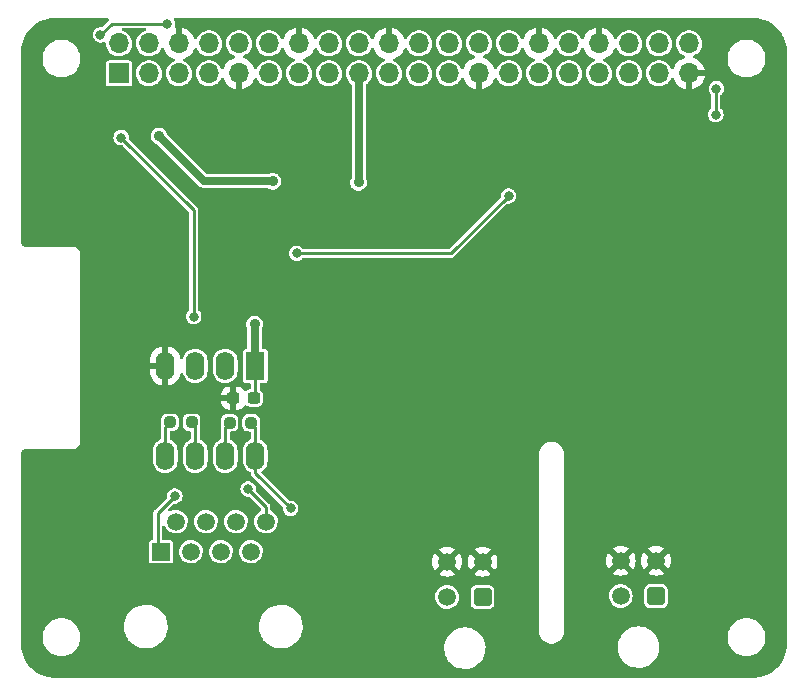
<source format=gbl>
G04 #@! TF.GenerationSoftware,KiCad,Pcbnew,6.0.7*
G04 #@! TF.CreationDate,2022-09-24T12:03:36-05:00*
G04 #@! TF.ProjectId,pi-hat,70692d68-6174-42e6-9b69-6361645f7063,rev?*
G04 #@! TF.SameCoordinates,Original*
G04 #@! TF.FileFunction,Copper,L2,Bot*
G04 #@! TF.FilePolarity,Positive*
%FSLAX46Y46*%
G04 Gerber Fmt 4.6, Leading zero omitted, Abs format (unit mm)*
G04 Created by KiCad (PCBNEW 6.0.7) date 2022-09-24 12:03:36*
%MOMM*%
%LPD*%
G01*
G04 APERTURE LIST*
G04 Aperture macros list*
%AMRoundRect*
0 Rectangle with rounded corners*
0 $1 Rounding radius*
0 $2 $3 $4 $5 $6 $7 $8 $9 X,Y pos of 4 corners*
0 Add a 4 corners polygon primitive as box body*
4,1,4,$2,$3,$4,$5,$6,$7,$8,$9,$2,$3,0*
0 Add four circle primitives for the rounded corners*
1,1,$1+$1,$2,$3*
1,1,$1+$1,$4,$5*
1,1,$1+$1,$6,$7*
1,1,$1+$1,$8,$9*
0 Add four rect primitives between the rounded corners*
20,1,$1+$1,$2,$3,$4,$5,0*
20,1,$1+$1,$4,$5,$6,$7,0*
20,1,$1+$1,$6,$7,$8,$9,0*
20,1,$1+$1,$8,$9,$2,$3,0*%
G04 Aperture macros list end*
G04 #@! TA.AperFunction,ComponentPad*
%ADD10R,1.500000X1.500000*%
G04 #@! TD*
G04 #@! TA.AperFunction,ComponentPad*
%ADD11C,1.500000*%
G04 #@! TD*
G04 #@! TA.AperFunction,ComponentPad*
%ADD12RoundRect,0.250001X0.499999X0.499999X-0.499999X0.499999X-0.499999X-0.499999X0.499999X-0.499999X0*%
G04 #@! TD*
G04 #@! TA.AperFunction,ComponentPad*
%ADD13R,1.600000X2.400000*%
G04 #@! TD*
G04 #@! TA.AperFunction,ComponentPad*
%ADD14O,1.600000X2.400000*%
G04 #@! TD*
G04 #@! TA.AperFunction,ComponentPad*
%ADD15R,1.700000X1.700000*%
G04 #@! TD*
G04 #@! TA.AperFunction,ComponentPad*
%ADD16O,1.700000X1.700000*%
G04 #@! TD*
G04 #@! TA.AperFunction,SMDPad,CuDef*
%ADD17RoundRect,0.237500X-0.300000X-0.237500X0.300000X-0.237500X0.300000X0.237500X-0.300000X0.237500X0*%
G04 #@! TD*
G04 #@! TA.AperFunction,SMDPad,CuDef*
%ADD18RoundRect,0.237500X0.250000X0.237500X-0.250000X0.237500X-0.250000X-0.237500X0.250000X-0.237500X0*%
G04 #@! TD*
G04 #@! TA.AperFunction,ViaPad*
%ADD19C,0.800000*%
G04 #@! TD*
G04 #@! TA.AperFunction,ViaPad*
%ADD20C,0.900000*%
G04 #@! TD*
G04 #@! TA.AperFunction,Conductor*
%ADD21C,0.250000*%
G04 #@! TD*
G04 #@! TA.AperFunction,Conductor*
%ADD22C,0.700000*%
G04 #@! TD*
G04 APERTURE END LIST*
D10*
X111917500Y-89250000D03*
D11*
X113187500Y-86710000D03*
X114457500Y-89250000D03*
X115727500Y-86710000D03*
X116997500Y-89250000D03*
X118267500Y-86710000D03*
X119537500Y-89250000D03*
X120807500Y-86710000D03*
D12*
X153850000Y-93015000D03*
D11*
X150850000Y-93015000D03*
X153850000Y-90015000D03*
X150850000Y-90015000D03*
D13*
X119900000Y-73525000D03*
D14*
X117360000Y-73525000D03*
X114820000Y-73525000D03*
X112280000Y-73525000D03*
X112280000Y-81145000D03*
X114820000Y-81145000D03*
X117360000Y-81145000D03*
X119900000Y-81145000D03*
D12*
X139150000Y-93100000D03*
D11*
X136150000Y-93100000D03*
X139150000Y-90100000D03*
X136150000Y-90100000D03*
D15*
X108370000Y-48770000D03*
D16*
X108370000Y-46230000D03*
X110910000Y-48770000D03*
X110910000Y-46230000D03*
X113450000Y-48770000D03*
X113450000Y-46230000D03*
X115990000Y-48770000D03*
X115990000Y-46230000D03*
X118530000Y-48770000D03*
X118530000Y-46230000D03*
X121070000Y-48770000D03*
X121070000Y-46230000D03*
X123610000Y-48770000D03*
X123610000Y-46230000D03*
X126150000Y-48770000D03*
X126150000Y-46230000D03*
X128690000Y-48770000D03*
X128690000Y-46230000D03*
X131230000Y-48770000D03*
X131230000Y-46230000D03*
X133770000Y-48770000D03*
X133770000Y-46230000D03*
X136310000Y-48770000D03*
X136310000Y-46230000D03*
X138850000Y-48770000D03*
X138850000Y-46230000D03*
X141390000Y-48770000D03*
X141390000Y-46230000D03*
X143930000Y-48770000D03*
X143930000Y-46230000D03*
X146470000Y-48770000D03*
X146470000Y-46230000D03*
X149010000Y-48770000D03*
X149010000Y-46230000D03*
X151550000Y-48770000D03*
X151550000Y-46230000D03*
X154090000Y-48770000D03*
X154090000Y-46230000D03*
X156630000Y-48770000D03*
X156630000Y-46230000D03*
D17*
X118037500Y-76250000D03*
X119762500Y-76250000D03*
D18*
X114512500Y-78300000D03*
X112687500Y-78300000D03*
X119562500Y-78350000D03*
X117737500Y-78350000D03*
D19*
X108550000Y-54200000D03*
X106800000Y-45500000D03*
X114700000Y-69350000D03*
X112450000Y-44550000D03*
X123400000Y-64000000D03*
X141350000Y-59150000D03*
X158950000Y-50050000D03*
X158900000Y-52250000D03*
D20*
X119850000Y-70000000D03*
X111750000Y-54050000D03*
X121400000Y-57900000D03*
X128650000Y-58000000D03*
D19*
X113100000Y-84550000D03*
X122900000Y-85600000D03*
X119300000Y-83950000D03*
D21*
X108550000Y-54200000D02*
X114700000Y-60350000D01*
X114700000Y-60350000D02*
X114700000Y-69350000D01*
X107750000Y-44550000D02*
X112450000Y-44550000D01*
X107750000Y-44550000D02*
X106800000Y-45500000D01*
X158900000Y-50100000D02*
X158950000Y-50050000D01*
X123400000Y-64000000D02*
X136500000Y-64000000D01*
X136500000Y-64000000D02*
X141350000Y-59150000D01*
X158900000Y-52250000D02*
X158900000Y-50100000D01*
D22*
X119850000Y-73475000D02*
X119900000Y-73525000D01*
D21*
X119900000Y-76112500D02*
X119900000Y-73525000D01*
D22*
X111750000Y-54050000D02*
X115600000Y-57900000D01*
X128690000Y-57960000D02*
X128650000Y-58000000D01*
X115600000Y-57900000D02*
X121400000Y-57900000D01*
X128690000Y-48770000D02*
X128690000Y-57960000D01*
X119850000Y-70000000D02*
X119850000Y-73475000D01*
D21*
X119762500Y-76250000D02*
X119900000Y-76112500D01*
X111650000Y-86000000D02*
X111650000Y-88982500D01*
X114820000Y-78607500D02*
X114820000Y-81145000D01*
X113100000Y-84550000D02*
X111650000Y-86000000D01*
X111650000Y-88982500D02*
X111917500Y-89250000D01*
X114512500Y-78300000D02*
X114820000Y-78607500D01*
X112280000Y-78707500D02*
X112280000Y-81145000D01*
X112687500Y-78300000D02*
X112280000Y-78707500D01*
X119900000Y-78687500D02*
X119900000Y-81145000D01*
X119562500Y-78350000D02*
X119900000Y-78687500D01*
X119900000Y-81145000D02*
X119900000Y-82600000D01*
X119900000Y-82600000D02*
X122900000Y-85600000D01*
X117737500Y-78350000D02*
X117360000Y-78727500D01*
X117360000Y-78727500D02*
X117360000Y-81145000D01*
X120807500Y-86710000D02*
X120807500Y-85457500D01*
X120807500Y-85457500D02*
X119300000Y-83950000D01*
G04 #@! TA.AperFunction,Conductor*
G36*
X107480402Y-44070502D02*
G01*
X107526895Y-44124158D01*
X107536999Y-44194432D01*
X107504807Y-44262028D01*
X107480461Y-44288366D01*
X107477030Y-44291933D01*
X106956060Y-44812903D01*
X106893748Y-44846929D01*
X106866306Y-44849806D01*
X106807866Y-44849500D01*
X106724684Y-44849065D01*
X106717305Y-44850837D01*
X106717301Y-44850837D01*
X106578967Y-44884048D01*
X106578963Y-44884049D01*
X106571588Y-44885820D01*
X106516236Y-44914389D01*
X106455956Y-44945502D01*
X106431679Y-44958032D01*
X106425957Y-44963024D01*
X106425955Y-44963025D01*
X106318759Y-45056538D01*
X106318756Y-45056541D01*
X106313034Y-45061533D01*
X106274269Y-45116689D01*
X106239061Y-45166786D01*
X106222501Y-45190348D01*
X106165309Y-45337039D01*
X106160084Y-45376727D01*
X106147309Y-45473762D01*
X106144758Y-45493138D01*
X106162035Y-45649633D01*
X106216143Y-45797490D01*
X106303958Y-45928172D01*
X106420410Y-46034135D01*
X106427085Y-46037759D01*
X106552099Y-46105637D01*
X106552101Y-46105638D01*
X106558776Y-46109262D01*
X106566125Y-46111190D01*
X106703719Y-46147287D01*
X106703721Y-46147287D01*
X106711069Y-46149215D01*
X106794380Y-46150524D01*
X106860898Y-46151569D01*
X106860901Y-46151569D01*
X106868495Y-46151688D01*
X107021968Y-46116538D01*
X107028753Y-46113125D01*
X107028757Y-46113124D01*
X107083108Y-46085789D01*
X107152952Y-46073051D01*
X107218596Y-46100096D01*
X107259197Y-46158337D01*
X107265352Y-46199478D01*
X107265164Y-46201069D01*
X107278392Y-46402894D01*
X107279815Y-46408496D01*
X107325606Y-46588799D01*
X107328178Y-46598928D01*
X107412856Y-46782607D01*
X107416189Y-46787323D01*
X107515032Y-46927183D01*
X107529588Y-46947780D01*
X107533730Y-46951815D01*
X107583194Y-47000000D01*
X107674466Y-47088913D01*
X107679270Y-47092123D01*
X107746651Y-47137146D01*
X107842637Y-47201282D01*
X107847940Y-47203560D01*
X107847943Y-47203562D01*
X108011409Y-47273792D01*
X108028470Y-47281122D01*
X108225740Y-47325760D01*
X108231509Y-47325987D01*
X108231512Y-47325987D01*
X108307683Y-47328979D01*
X108427842Y-47333700D01*
X108514132Y-47321189D01*
X108622286Y-47305508D01*
X108622291Y-47305507D01*
X108628007Y-47304678D01*
X108633479Y-47302820D01*
X108633481Y-47302820D01*
X108814067Y-47241519D01*
X108814069Y-47241518D01*
X108819531Y-47239664D01*
X108996001Y-47140837D01*
X109058433Y-47088913D01*
X109147073Y-47015191D01*
X109151505Y-47011505D01*
X109280837Y-46856001D01*
X109379664Y-46679531D01*
X109382981Y-46669761D01*
X109442820Y-46493481D01*
X109442820Y-46493479D01*
X109444678Y-46488007D01*
X109445507Y-46482291D01*
X109445508Y-46482286D01*
X109465605Y-46343675D01*
X109473700Y-46287842D01*
X109475215Y-46230000D01*
X109456708Y-46028591D01*
X109401807Y-45833926D01*
X109312351Y-45652527D01*
X109294079Y-45628057D01*
X109194788Y-45495091D01*
X109194787Y-45495090D01*
X109191335Y-45490467D01*
X109187099Y-45486551D01*
X109047053Y-45357094D01*
X109047051Y-45357092D01*
X109042812Y-45353174D01*
X109015374Y-45335862D01*
X108876637Y-45248325D01*
X108871757Y-45245246D01*
X108688652Y-45172195D01*
X108688651Y-45172194D01*
X108683898Y-45170298D01*
X108684271Y-45169364D01*
X108629197Y-45133783D01*
X108599860Y-45069131D01*
X108610133Y-44998882D01*
X108656755Y-44945338D01*
X108724620Y-44925500D01*
X110560637Y-44925500D01*
X110628758Y-44945502D01*
X110675251Y-44999158D01*
X110685355Y-45069432D01*
X110655861Y-45134012D01*
X110604248Y-45169712D01*
X110565164Y-45184131D01*
X110434193Y-45232449D01*
X110260371Y-45335862D01*
X110108305Y-45469220D01*
X109983089Y-45628057D01*
X109888914Y-45807053D01*
X109828937Y-46000213D01*
X109805164Y-46201069D01*
X109818392Y-46402894D01*
X109819815Y-46408496D01*
X109865606Y-46588799D01*
X109868178Y-46598928D01*
X109952856Y-46782607D01*
X109956189Y-46787323D01*
X110055032Y-46927183D01*
X110069588Y-46947780D01*
X110073730Y-46951815D01*
X110123194Y-47000000D01*
X110214466Y-47088913D01*
X110219270Y-47092123D01*
X110286651Y-47137146D01*
X110382637Y-47201282D01*
X110387940Y-47203560D01*
X110387943Y-47203562D01*
X110551409Y-47273792D01*
X110568470Y-47281122D01*
X110765740Y-47325760D01*
X110771509Y-47325987D01*
X110771512Y-47325987D01*
X110847683Y-47328979D01*
X110967842Y-47333700D01*
X111054132Y-47321189D01*
X111162286Y-47305508D01*
X111162291Y-47305507D01*
X111168007Y-47304678D01*
X111173479Y-47302820D01*
X111173481Y-47302820D01*
X111354067Y-47241519D01*
X111354069Y-47241518D01*
X111359531Y-47239664D01*
X111536001Y-47140837D01*
X111598433Y-47088913D01*
X111687073Y-47015191D01*
X111691505Y-47011505D01*
X111820837Y-46856001D01*
X111919664Y-46679531D01*
X111923419Y-46668468D01*
X111964254Y-46610392D01*
X112030006Y-46583611D01*
X112099799Y-46596630D01*
X112151473Y-46645315D01*
X112159476Y-46661563D01*
X112231770Y-46839603D01*
X112236413Y-46848794D01*
X112347694Y-47030388D01*
X112353777Y-47038699D01*
X112493213Y-47199667D01*
X112500580Y-47206883D01*
X112664434Y-47342916D01*
X112672881Y-47348831D01*
X112856756Y-47456279D01*
X112866042Y-47460729D01*
X113020802Y-47519825D01*
X113077305Y-47562812D01*
X113101598Y-47629523D01*
X113085968Y-47698778D01*
X113035377Y-47748588D01*
X113019465Y-47755747D01*
X113018885Y-47755961D01*
X112974193Y-47772449D01*
X112800371Y-47875862D01*
X112648305Y-48009220D01*
X112523089Y-48168057D01*
X112428914Y-48347053D01*
X112368937Y-48540213D01*
X112345164Y-48741069D01*
X112358392Y-48942894D01*
X112359815Y-48948496D01*
X112405606Y-49128799D01*
X112408178Y-49138928D01*
X112492856Y-49322607D01*
X112496189Y-49327323D01*
X112595032Y-49467183D01*
X112609588Y-49487780D01*
X112613730Y-49491815D01*
X112635503Y-49513025D01*
X112754466Y-49628913D01*
X112759270Y-49632123D01*
X112807369Y-49664262D01*
X112922637Y-49741282D01*
X112927940Y-49743560D01*
X112927943Y-49743562D01*
X113091409Y-49813792D01*
X113108470Y-49821122D01*
X113305740Y-49865760D01*
X113311509Y-49865987D01*
X113311512Y-49865987D01*
X113387683Y-49868979D01*
X113507842Y-49873700D01*
X113594132Y-49861189D01*
X113702286Y-49845508D01*
X113702291Y-49845507D01*
X113708007Y-49844678D01*
X113713479Y-49842820D01*
X113713481Y-49842820D01*
X113894067Y-49781519D01*
X113894069Y-49781518D01*
X113899531Y-49779664D01*
X114050500Y-49695118D01*
X114070964Y-49683658D01*
X114070965Y-49683657D01*
X114076001Y-49680837D01*
X114138433Y-49628913D01*
X114227073Y-49555191D01*
X114231505Y-49551505D01*
X114325703Y-49438245D01*
X114357146Y-49400439D01*
X114360837Y-49396001D01*
X114459664Y-49219531D01*
X114465764Y-49201563D01*
X114522820Y-49033481D01*
X114522820Y-49033479D01*
X114524678Y-49028007D01*
X114525507Y-49022291D01*
X114525508Y-49022286D01*
X114553167Y-48831516D01*
X114553700Y-48827842D01*
X114555215Y-48770000D01*
X114552557Y-48741069D01*
X114885164Y-48741069D01*
X114898392Y-48942894D01*
X114899815Y-48948496D01*
X114945606Y-49128799D01*
X114948178Y-49138928D01*
X115032856Y-49322607D01*
X115036189Y-49327323D01*
X115135032Y-49467183D01*
X115149588Y-49487780D01*
X115153730Y-49491815D01*
X115175503Y-49513025D01*
X115294466Y-49628913D01*
X115299270Y-49632123D01*
X115347369Y-49664262D01*
X115462637Y-49741282D01*
X115467940Y-49743560D01*
X115467943Y-49743562D01*
X115631409Y-49813792D01*
X115648470Y-49821122D01*
X115845740Y-49865760D01*
X115851509Y-49865987D01*
X115851512Y-49865987D01*
X115927683Y-49868979D01*
X116047842Y-49873700D01*
X116134132Y-49861189D01*
X116242286Y-49845508D01*
X116242291Y-49845507D01*
X116248007Y-49844678D01*
X116253479Y-49842820D01*
X116253481Y-49842820D01*
X116434067Y-49781519D01*
X116434069Y-49781518D01*
X116439531Y-49779664D01*
X116590500Y-49695118D01*
X116610964Y-49683658D01*
X116610965Y-49683657D01*
X116616001Y-49680837D01*
X116678433Y-49628913D01*
X116767073Y-49555191D01*
X116771505Y-49551505D01*
X116865703Y-49438245D01*
X116897146Y-49400439D01*
X116900837Y-49396001D01*
X116999664Y-49219531D01*
X117003419Y-49208468D01*
X117044254Y-49150392D01*
X117110006Y-49123611D01*
X117179799Y-49136630D01*
X117231473Y-49185315D01*
X117239476Y-49201563D01*
X117311770Y-49379603D01*
X117316413Y-49388794D01*
X117427694Y-49570388D01*
X117433777Y-49578699D01*
X117573213Y-49739667D01*
X117580580Y-49746883D01*
X117744434Y-49882916D01*
X117752881Y-49888831D01*
X117936756Y-49996279D01*
X117946042Y-50000729D01*
X118145001Y-50076703D01*
X118154899Y-50079579D01*
X118258250Y-50100606D01*
X118272299Y-50099410D01*
X118276000Y-50089065D01*
X118276000Y-48642000D01*
X118296002Y-48573879D01*
X118349658Y-48527386D01*
X118402000Y-48516000D01*
X118658000Y-48516000D01*
X118726121Y-48536002D01*
X118772614Y-48589658D01*
X118784000Y-48642000D01*
X118784000Y-50088517D01*
X118788064Y-50102359D01*
X118801478Y-50104393D01*
X118808184Y-50103534D01*
X118818262Y-50101392D01*
X119022255Y-50040191D01*
X119031842Y-50036433D01*
X119223095Y-49942739D01*
X119231945Y-49937464D01*
X119405328Y-49813792D01*
X119413200Y-49807139D01*
X119564052Y-49656812D01*
X119570730Y-49648965D01*
X119695003Y-49476020D01*
X119700313Y-49467183D01*
X119794670Y-49276267D01*
X119798469Y-49266672D01*
X119816815Y-49206289D01*
X119855756Y-49146925D01*
X119920610Y-49118038D01*
X119990786Y-49128799D01*
X120044004Y-49175793D01*
X120051799Y-49190166D01*
X120062818Y-49214067D01*
X120112856Y-49322607D01*
X120116189Y-49327323D01*
X120215032Y-49467183D01*
X120229588Y-49487780D01*
X120233730Y-49491815D01*
X120255503Y-49513025D01*
X120374466Y-49628913D01*
X120379270Y-49632123D01*
X120427369Y-49664262D01*
X120542637Y-49741282D01*
X120547940Y-49743560D01*
X120547943Y-49743562D01*
X120711409Y-49813792D01*
X120728470Y-49821122D01*
X120925740Y-49865760D01*
X120931509Y-49865987D01*
X120931512Y-49865987D01*
X121007683Y-49868979D01*
X121127842Y-49873700D01*
X121214132Y-49861189D01*
X121322286Y-49845508D01*
X121322291Y-49845507D01*
X121328007Y-49844678D01*
X121333479Y-49842820D01*
X121333481Y-49842820D01*
X121514067Y-49781519D01*
X121514069Y-49781518D01*
X121519531Y-49779664D01*
X121670500Y-49695118D01*
X121690964Y-49683658D01*
X121690965Y-49683657D01*
X121696001Y-49680837D01*
X121758433Y-49628913D01*
X121847073Y-49555191D01*
X121851505Y-49551505D01*
X121945703Y-49438245D01*
X121977146Y-49400439D01*
X121980837Y-49396001D01*
X122079664Y-49219531D01*
X122085764Y-49201563D01*
X122142820Y-49033481D01*
X122142820Y-49033479D01*
X122144678Y-49028007D01*
X122145507Y-49022291D01*
X122145508Y-49022286D01*
X122173167Y-48831516D01*
X122173700Y-48827842D01*
X122175215Y-48770000D01*
X122156708Y-48568591D01*
X122101807Y-48373926D01*
X122012351Y-48192527D01*
X121994079Y-48168057D01*
X121894788Y-48035091D01*
X121894787Y-48035090D01*
X121891335Y-48030467D01*
X121868350Y-48009220D01*
X121747053Y-47897094D01*
X121747051Y-47897092D01*
X121742812Y-47893174D01*
X121715374Y-47875862D01*
X121576637Y-47788325D01*
X121571757Y-47785246D01*
X121383898Y-47710298D01*
X121185526Y-47670839D01*
X121179752Y-47670763D01*
X121179748Y-47670763D01*
X121077257Y-47669422D01*
X120983286Y-47668192D01*
X120977589Y-47669171D01*
X120977588Y-47669171D01*
X120789646Y-47701465D01*
X120789645Y-47701465D01*
X120783949Y-47702444D01*
X120594193Y-47772449D01*
X120420371Y-47875862D01*
X120268305Y-48009220D01*
X120143089Y-48168057D01*
X120140400Y-48173168D01*
X120140398Y-48173171D01*
X120049365Y-48346196D01*
X119999946Y-48397169D01*
X119930814Y-48413332D01*
X119863917Y-48389553D01*
X119820437Y-48330654D01*
X119819955Y-48330863D01*
X119819043Y-48328766D01*
X119818581Y-48328140D01*
X119817895Y-48326126D01*
X119732972Y-48130814D01*
X119728105Y-48121739D01*
X119612426Y-47942926D01*
X119606136Y-47934757D01*
X119462806Y-47777240D01*
X119455273Y-47770215D01*
X119288139Y-47638222D01*
X119279552Y-47632517D01*
X119093117Y-47529599D01*
X119083705Y-47525369D01*
X118963300Y-47482731D01*
X118905764Y-47441137D01*
X118879848Y-47375039D01*
X118893782Y-47305423D01*
X118943141Y-47254392D01*
X118964855Y-47244646D01*
X118968897Y-47243274D01*
X118974070Y-47241518D01*
X118974072Y-47241517D01*
X118979531Y-47239664D01*
X119156001Y-47140837D01*
X119218433Y-47088913D01*
X119307073Y-47015191D01*
X119311505Y-47011505D01*
X119440837Y-46856001D01*
X119539664Y-46679531D01*
X119542981Y-46669761D01*
X119602820Y-46493481D01*
X119602820Y-46493479D01*
X119604678Y-46488007D01*
X119605507Y-46482291D01*
X119605508Y-46482286D01*
X119625605Y-46343675D01*
X119633700Y-46287842D01*
X119635215Y-46230000D01*
X119632557Y-46201069D01*
X119965164Y-46201069D01*
X119978392Y-46402894D01*
X119979815Y-46408496D01*
X120025606Y-46588799D01*
X120028178Y-46598928D01*
X120112856Y-46782607D01*
X120116189Y-46787323D01*
X120215032Y-46927183D01*
X120229588Y-46947780D01*
X120233730Y-46951815D01*
X120283194Y-47000000D01*
X120374466Y-47088913D01*
X120379270Y-47092123D01*
X120446651Y-47137146D01*
X120542637Y-47201282D01*
X120547940Y-47203560D01*
X120547943Y-47203562D01*
X120711409Y-47273792D01*
X120728470Y-47281122D01*
X120925740Y-47325760D01*
X120931509Y-47325987D01*
X120931512Y-47325987D01*
X121007683Y-47328979D01*
X121127842Y-47333700D01*
X121214132Y-47321189D01*
X121322286Y-47305508D01*
X121322291Y-47305507D01*
X121328007Y-47304678D01*
X121333479Y-47302820D01*
X121333481Y-47302820D01*
X121514067Y-47241519D01*
X121514069Y-47241518D01*
X121519531Y-47239664D01*
X121696001Y-47140837D01*
X121758433Y-47088913D01*
X121847073Y-47015191D01*
X121851505Y-47011505D01*
X121980837Y-46856001D01*
X122079664Y-46679531D01*
X122083419Y-46668468D01*
X122124254Y-46610392D01*
X122190006Y-46583611D01*
X122259799Y-46596630D01*
X122311473Y-46645315D01*
X122319476Y-46661563D01*
X122391770Y-46839603D01*
X122396413Y-46848794D01*
X122507694Y-47030388D01*
X122513777Y-47038699D01*
X122653213Y-47199667D01*
X122660580Y-47206883D01*
X122824434Y-47342916D01*
X122832881Y-47348831D01*
X123016756Y-47456279D01*
X123026042Y-47460729D01*
X123180802Y-47519825D01*
X123237305Y-47562812D01*
X123261598Y-47629523D01*
X123245968Y-47698778D01*
X123195377Y-47748588D01*
X123179465Y-47755747D01*
X123178885Y-47755961D01*
X123134193Y-47772449D01*
X122960371Y-47875862D01*
X122808305Y-48009220D01*
X122683089Y-48168057D01*
X122588914Y-48347053D01*
X122528937Y-48540213D01*
X122505164Y-48741069D01*
X122518392Y-48942894D01*
X122519815Y-48948496D01*
X122565606Y-49128799D01*
X122568178Y-49138928D01*
X122652856Y-49322607D01*
X122656189Y-49327323D01*
X122755032Y-49467183D01*
X122769588Y-49487780D01*
X122773730Y-49491815D01*
X122795503Y-49513025D01*
X122914466Y-49628913D01*
X122919270Y-49632123D01*
X122967369Y-49664262D01*
X123082637Y-49741282D01*
X123087940Y-49743560D01*
X123087943Y-49743562D01*
X123251409Y-49813792D01*
X123268470Y-49821122D01*
X123465740Y-49865760D01*
X123471509Y-49865987D01*
X123471512Y-49865987D01*
X123547683Y-49868979D01*
X123667842Y-49873700D01*
X123754132Y-49861189D01*
X123862286Y-49845508D01*
X123862291Y-49845507D01*
X123868007Y-49844678D01*
X123873479Y-49842820D01*
X123873481Y-49842820D01*
X124054067Y-49781519D01*
X124054069Y-49781518D01*
X124059531Y-49779664D01*
X124210500Y-49695118D01*
X124230964Y-49683658D01*
X124230965Y-49683657D01*
X124236001Y-49680837D01*
X124298433Y-49628913D01*
X124387073Y-49555191D01*
X124391505Y-49551505D01*
X124485703Y-49438245D01*
X124517146Y-49400439D01*
X124520837Y-49396001D01*
X124619664Y-49219531D01*
X124625764Y-49201563D01*
X124682820Y-49033481D01*
X124682820Y-49033479D01*
X124684678Y-49028007D01*
X124685507Y-49022291D01*
X124685508Y-49022286D01*
X124713167Y-48831516D01*
X124713700Y-48827842D01*
X124715215Y-48770000D01*
X124712557Y-48741069D01*
X125045164Y-48741069D01*
X125058392Y-48942894D01*
X125059815Y-48948496D01*
X125105606Y-49128799D01*
X125108178Y-49138928D01*
X125192856Y-49322607D01*
X125196189Y-49327323D01*
X125295032Y-49467183D01*
X125309588Y-49487780D01*
X125313730Y-49491815D01*
X125335503Y-49513025D01*
X125454466Y-49628913D01*
X125459270Y-49632123D01*
X125507369Y-49664262D01*
X125622637Y-49741282D01*
X125627940Y-49743560D01*
X125627943Y-49743562D01*
X125791409Y-49813792D01*
X125808470Y-49821122D01*
X126005740Y-49865760D01*
X126011509Y-49865987D01*
X126011512Y-49865987D01*
X126087683Y-49868979D01*
X126207842Y-49873700D01*
X126294132Y-49861189D01*
X126402286Y-49845508D01*
X126402291Y-49845507D01*
X126408007Y-49844678D01*
X126413479Y-49842820D01*
X126413481Y-49842820D01*
X126594067Y-49781519D01*
X126594069Y-49781518D01*
X126599531Y-49779664D01*
X126750500Y-49695118D01*
X126770964Y-49683658D01*
X126770965Y-49683657D01*
X126776001Y-49680837D01*
X126838433Y-49628913D01*
X126927073Y-49555191D01*
X126931505Y-49551505D01*
X127025703Y-49438245D01*
X127057146Y-49400439D01*
X127060837Y-49396001D01*
X127159664Y-49219531D01*
X127165764Y-49201563D01*
X127222820Y-49033481D01*
X127222820Y-49033479D01*
X127224678Y-49028007D01*
X127225507Y-49022291D01*
X127225508Y-49022286D01*
X127253167Y-48831516D01*
X127253700Y-48827842D01*
X127255215Y-48770000D01*
X127252557Y-48741069D01*
X127585164Y-48741069D01*
X127598392Y-48942894D01*
X127599815Y-48948496D01*
X127645606Y-49128799D01*
X127648178Y-49138928D01*
X127732856Y-49322607D01*
X127736189Y-49327323D01*
X127835032Y-49467183D01*
X127849588Y-49487780D01*
X127853730Y-49491815D01*
X127875503Y-49513025D01*
X127994466Y-49628913D01*
X127999270Y-49632123D01*
X128033502Y-49654996D01*
X128079030Y-49709473D01*
X128089500Y-49759761D01*
X128089500Y-57539353D01*
X128066587Y-57611804D01*
X128028113Y-57666547D01*
X127966524Y-57824513D01*
X127965532Y-57832046D01*
X127965532Y-57832047D01*
X127954641Y-57914778D01*
X127944394Y-57992611D01*
X127962999Y-58161135D01*
X128021266Y-58320356D01*
X128025502Y-58326659D01*
X128025502Y-58326660D01*
X128038574Y-58346113D01*
X128115830Y-58461083D01*
X128121442Y-58466190D01*
X128121445Y-58466193D01*
X128235612Y-58570077D01*
X128235616Y-58570080D01*
X128241233Y-58575191D01*
X128247906Y-58578814D01*
X128247910Y-58578817D01*
X128383558Y-58652467D01*
X128383560Y-58652468D01*
X128390235Y-58656092D01*
X128397584Y-58658020D01*
X128546883Y-58697188D01*
X128546885Y-58697188D01*
X128554233Y-58699116D01*
X128640609Y-58700473D01*
X128716161Y-58701660D01*
X128716164Y-58701660D01*
X128723760Y-58701779D01*
X128731165Y-58700083D01*
X128731166Y-58700083D01*
X128791586Y-58686245D01*
X128889029Y-58663928D01*
X129040498Y-58587747D01*
X129144331Y-58499065D01*
X129163651Y-58482564D01*
X129163652Y-58482563D01*
X129169423Y-58477634D01*
X129268361Y-58339947D01*
X129276237Y-58320356D01*
X129328766Y-58189687D01*
X129328767Y-58189685D01*
X129331601Y-58182634D01*
X129355490Y-58014778D01*
X129355645Y-58000000D01*
X129353840Y-57985080D01*
X129344044Y-57904135D01*
X129335276Y-57831680D01*
X129298634Y-57734710D01*
X129290500Y-57690172D01*
X129290500Y-52243138D01*
X158244758Y-52243138D01*
X158262035Y-52399633D01*
X158316143Y-52547490D01*
X158320380Y-52553796D01*
X158320382Y-52553799D01*
X158360709Y-52613811D01*
X158403958Y-52678172D01*
X158520410Y-52784135D01*
X158527085Y-52787759D01*
X158652099Y-52855637D01*
X158652101Y-52855638D01*
X158658776Y-52859262D01*
X158666125Y-52861190D01*
X158803719Y-52897287D01*
X158803721Y-52897287D01*
X158811069Y-52899215D01*
X158894380Y-52900524D01*
X158960898Y-52901569D01*
X158960901Y-52901569D01*
X158968495Y-52901688D01*
X159121968Y-52866538D01*
X159262625Y-52795795D01*
X159288869Y-52773381D01*
X159376574Y-52698474D01*
X159376576Y-52698471D01*
X159382348Y-52693542D01*
X159474224Y-52565683D01*
X159532950Y-52419598D01*
X159555134Y-52263723D01*
X159555278Y-52250000D01*
X159536363Y-52093694D01*
X159480710Y-51946412D01*
X159391531Y-51816657D01*
X159317681Y-51750859D01*
X159280125Y-51690609D01*
X159275500Y-51656783D01*
X159275500Y-50685589D01*
X159295502Y-50617468D01*
X159319670Y-50589778D01*
X159426574Y-50498474D01*
X159426576Y-50498471D01*
X159432348Y-50493542D01*
X159524224Y-50365683D01*
X159582950Y-50219598D01*
X159599468Y-50103534D01*
X159604553Y-50067807D01*
X159604553Y-50067804D01*
X159605134Y-50063723D01*
X159605278Y-50050000D01*
X159586363Y-49893694D01*
X159568155Y-49845508D01*
X159533394Y-49753514D01*
X159533393Y-49753511D01*
X159530710Y-49746412D01*
X159441531Y-49616657D01*
X159389600Y-49570388D01*
X159329648Y-49516972D01*
X159329645Y-49516970D01*
X159323976Y-49511919D01*
X159184831Y-49438245D01*
X159168122Y-49434048D01*
X159039498Y-49401740D01*
X159039496Y-49401740D01*
X159032128Y-49399889D01*
X159024530Y-49399849D01*
X159024528Y-49399849D01*
X158957319Y-49399497D01*
X158874684Y-49399065D01*
X158867305Y-49400837D01*
X158867301Y-49400837D01*
X158728967Y-49434048D01*
X158728963Y-49434049D01*
X158721588Y-49435820D01*
X158581679Y-49508032D01*
X158575957Y-49513024D01*
X158575955Y-49513025D01*
X158468759Y-49606538D01*
X158468756Y-49606541D01*
X158463034Y-49611533D01*
X158439742Y-49644674D01*
X158381139Y-49728058D01*
X158372501Y-49740348D01*
X158315309Y-49887039D01*
X158294758Y-50043138D01*
X158312035Y-50199633D01*
X158366143Y-50347490D01*
X158370380Y-50353796D01*
X158370382Y-50353799D01*
X158410709Y-50413811D01*
X158453958Y-50478172D01*
X158470850Y-50493542D01*
X158483299Y-50504870D01*
X158520222Y-50565510D01*
X158524500Y-50598064D01*
X158524500Y-51657006D01*
X158504498Y-51725127D01*
X158481331Y-51751953D01*
X158413034Y-51811533D01*
X158322501Y-51940348D01*
X158265309Y-52087039D01*
X158244758Y-52243138D01*
X129290500Y-52243138D01*
X129290500Y-49761136D01*
X129310502Y-49693015D01*
X129335930Y-49664262D01*
X129383282Y-49624880D01*
X129471505Y-49551505D01*
X129565703Y-49438245D01*
X129597146Y-49400439D01*
X129600837Y-49396001D01*
X129699664Y-49219531D01*
X129705764Y-49201563D01*
X129762820Y-49033481D01*
X129762820Y-49033479D01*
X129764678Y-49028007D01*
X129765507Y-49022291D01*
X129765508Y-49022286D01*
X129793167Y-48831516D01*
X129793700Y-48827842D01*
X129795215Y-48770000D01*
X129776708Y-48568591D01*
X129721807Y-48373926D01*
X129632351Y-48192527D01*
X129614079Y-48168057D01*
X129514788Y-48035091D01*
X129514787Y-48035090D01*
X129511335Y-48030467D01*
X129488350Y-48009220D01*
X129367053Y-47897094D01*
X129367051Y-47897092D01*
X129362812Y-47893174D01*
X129335374Y-47875862D01*
X129196637Y-47788325D01*
X129191757Y-47785246D01*
X129003898Y-47710298D01*
X128805526Y-47670839D01*
X128799752Y-47670763D01*
X128799748Y-47670763D01*
X128697257Y-47669422D01*
X128603286Y-47668192D01*
X128597589Y-47669171D01*
X128597588Y-47669171D01*
X128409646Y-47701465D01*
X128409645Y-47701465D01*
X128403949Y-47702444D01*
X128214193Y-47772449D01*
X128040371Y-47875862D01*
X127888305Y-48009220D01*
X127763089Y-48168057D01*
X127668914Y-48347053D01*
X127608937Y-48540213D01*
X127585164Y-48741069D01*
X127252557Y-48741069D01*
X127236708Y-48568591D01*
X127181807Y-48373926D01*
X127092351Y-48192527D01*
X127074079Y-48168057D01*
X126974788Y-48035091D01*
X126974787Y-48035090D01*
X126971335Y-48030467D01*
X126948350Y-48009220D01*
X126827053Y-47897094D01*
X126827051Y-47897092D01*
X126822812Y-47893174D01*
X126795374Y-47875862D01*
X126656637Y-47788325D01*
X126651757Y-47785246D01*
X126463898Y-47710298D01*
X126265526Y-47670839D01*
X126259752Y-47670763D01*
X126259748Y-47670763D01*
X126157257Y-47669422D01*
X126063286Y-47668192D01*
X126057589Y-47669171D01*
X126057588Y-47669171D01*
X125869646Y-47701465D01*
X125869645Y-47701465D01*
X125863949Y-47702444D01*
X125674193Y-47772449D01*
X125500371Y-47875862D01*
X125348305Y-48009220D01*
X125223089Y-48168057D01*
X125128914Y-48347053D01*
X125068937Y-48540213D01*
X125045164Y-48741069D01*
X124712557Y-48741069D01*
X124696708Y-48568591D01*
X124641807Y-48373926D01*
X124552351Y-48192527D01*
X124534079Y-48168057D01*
X124434788Y-48035091D01*
X124434787Y-48035090D01*
X124431335Y-48030467D01*
X124408350Y-48009220D01*
X124287053Y-47897094D01*
X124287051Y-47897092D01*
X124282812Y-47893174D01*
X124255374Y-47875862D01*
X124116637Y-47788325D01*
X124111757Y-47785246D01*
X124035453Y-47754804D01*
X123979594Y-47710983D01*
X123956293Y-47643919D01*
X123972949Y-47574904D01*
X124024273Y-47525850D01*
X124045935Y-47517089D01*
X124102244Y-47500195D01*
X124111842Y-47496433D01*
X124303095Y-47402739D01*
X124311945Y-47397464D01*
X124485328Y-47273792D01*
X124493200Y-47267139D01*
X124644052Y-47116812D01*
X124650730Y-47108965D01*
X124775003Y-46936020D01*
X124780313Y-46927183D01*
X124874670Y-46736267D01*
X124878469Y-46726672D01*
X124896815Y-46666289D01*
X124935756Y-46606925D01*
X125000610Y-46578038D01*
X125070786Y-46588799D01*
X125124004Y-46635793D01*
X125131799Y-46650166D01*
X125140833Y-46669761D01*
X125192856Y-46782607D01*
X125196189Y-46787323D01*
X125295032Y-46927183D01*
X125309588Y-46947780D01*
X125313730Y-46951815D01*
X125363194Y-47000000D01*
X125454466Y-47088913D01*
X125459270Y-47092123D01*
X125526651Y-47137146D01*
X125622637Y-47201282D01*
X125627940Y-47203560D01*
X125627943Y-47203562D01*
X125791409Y-47273792D01*
X125808470Y-47281122D01*
X126005740Y-47325760D01*
X126011509Y-47325987D01*
X126011512Y-47325987D01*
X126087683Y-47328979D01*
X126207842Y-47333700D01*
X126294132Y-47321189D01*
X126402286Y-47305508D01*
X126402291Y-47305507D01*
X126408007Y-47304678D01*
X126413479Y-47302820D01*
X126413481Y-47302820D01*
X126594067Y-47241519D01*
X126594069Y-47241518D01*
X126599531Y-47239664D01*
X126776001Y-47140837D01*
X126838433Y-47088913D01*
X126927073Y-47015191D01*
X126931505Y-47011505D01*
X127060837Y-46856001D01*
X127159664Y-46679531D01*
X127162981Y-46669761D01*
X127222820Y-46493481D01*
X127222820Y-46493479D01*
X127224678Y-46488007D01*
X127225507Y-46482291D01*
X127225508Y-46482286D01*
X127245605Y-46343675D01*
X127253700Y-46287842D01*
X127255215Y-46230000D01*
X127252557Y-46201069D01*
X127585164Y-46201069D01*
X127598392Y-46402894D01*
X127599815Y-46408496D01*
X127645606Y-46588799D01*
X127648178Y-46598928D01*
X127732856Y-46782607D01*
X127736189Y-46787323D01*
X127835032Y-46927183D01*
X127849588Y-46947780D01*
X127853730Y-46951815D01*
X127903194Y-47000000D01*
X127994466Y-47088913D01*
X127999270Y-47092123D01*
X128066651Y-47137146D01*
X128162637Y-47201282D01*
X128167940Y-47203560D01*
X128167943Y-47203562D01*
X128331409Y-47273792D01*
X128348470Y-47281122D01*
X128545740Y-47325760D01*
X128551509Y-47325987D01*
X128551512Y-47325987D01*
X128627683Y-47328979D01*
X128747842Y-47333700D01*
X128834132Y-47321189D01*
X128942286Y-47305508D01*
X128942291Y-47305507D01*
X128948007Y-47304678D01*
X128953479Y-47302820D01*
X128953481Y-47302820D01*
X129134067Y-47241519D01*
X129134069Y-47241518D01*
X129139531Y-47239664D01*
X129316001Y-47140837D01*
X129378433Y-47088913D01*
X129467073Y-47015191D01*
X129471505Y-47011505D01*
X129600837Y-46856001D01*
X129699664Y-46679531D01*
X129703419Y-46668468D01*
X129744254Y-46610392D01*
X129810006Y-46583611D01*
X129879799Y-46596630D01*
X129931473Y-46645315D01*
X129939476Y-46661563D01*
X130011770Y-46839603D01*
X130016413Y-46848794D01*
X130127694Y-47030388D01*
X130133777Y-47038699D01*
X130273213Y-47199667D01*
X130280580Y-47206883D01*
X130444434Y-47342916D01*
X130452881Y-47348831D01*
X130636756Y-47456279D01*
X130646042Y-47460729D01*
X130800802Y-47519825D01*
X130857305Y-47562812D01*
X130881598Y-47629523D01*
X130865968Y-47698778D01*
X130815377Y-47748588D01*
X130799465Y-47755747D01*
X130798885Y-47755961D01*
X130754193Y-47772449D01*
X130580371Y-47875862D01*
X130428305Y-48009220D01*
X130303089Y-48168057D01*
X130208914Y-48347053D01*
X130148937Y-48540213D01*
X130125164Y-48741069D01*
X130138392Y-48942894D01*
X130139815Y-48948496D01*
X130185606Y-49128799D01*
X130188178Y-49138928D01*
X130272856Y-49322607D01*
X130276189Y-49327323D01*
X130375032Y-49467183D01*
X130389588Y-49487780D01*
X130393730Y-49491815D01*
X130415503Y-49513025D01*
X130534466Y-49628913D01*
X130539270Y-49632123D01*
X130587369Y-49664262D01*
X130702637Y-49741282D01*
X130707940Y-49743560D01*
X130707943Y-49743562D01*
X130871409Y-49813792D01*
X130888470Y-49821122D01*
X131085740Y-49865760D01*
X131091509Y-49865987D01*
X131091512Y-49865987D01*
X131167683Y-49868979D01*
X131287842Y-49873700D01*
X131374132Y-49861189D01*
X131482286Y-49845508D01*
X131482291Y-49845507D01*
X131488007Y-49844678D01*
X131493479Y-49842820D01*
X131493481Y-49842820D01*
X131674067Y-49781519D01*
X131674069Y-49781518D01*
X131679531Y-49779664D01*
X131830500Y-49695118D01*
X131850964Y-49683658D01*
X131850965Y-49683657D01*
X131856001Y-49680837D01*
X131918433Y-49628913D01*
X132007073Y-49555191D01*
X132011505Y-49551505D01*
X132105703Y-49438245D01*
X132137146Y-49400439D01*
X132140837Y-49396001D01*
X132239664Y-49219531D01*
X132245764Y-49201563D01*
X132302820Y-49033481D01*
X132302820Y-49033479D01*
X132304678Y-49028007D01*
X132305507Y-49022291D01*
X132305508Y-49022286D01*
X132333167Y-48831516D01*
X132333700Y-48827842D01*
X132335215Y-48770000D01*
X132332557Y-48741069D01*
X132665164Y-48741069D01*
X132678392Y-48942894D01*
X132679815Y-48948496D01*
X132725606Y-49128799D01*
X132728178Y-49138928D01*
X132812856Y-49322607D01*
X132816189Y-49327323D01*
X132915032Y-49467183D01*
X132929588Y-49487780D01*
X132933730Y-49491815D01*
X132955503Y-49513025D01*
X133074466Y-49628913D01*
X133079270Y-49632123D01*
X133127369Y-49664262D01*
X133242637Y-49741282D01*
X133247940Y-49743560D01*
X133247943Y-49743562D01*
X133411409Y-49813792D01*
X133428470Y-49821122D01*
X133625740Y-49865760D01*
X133631509Y-49865987D01*
X133631512Y-49865987D01*
X133707683Y-49868979D01*
X133827842Y-49873700D01*
X133914132Y-49861189D01*
X134022286Y-49845508D01*
X134022291Y-49845507D01*
X134028007Y-49844678D01*
X134033479Y-49842820D01*
X134033481Y-49842820D01*
X134214067Y-49781519D01*
X134214069Y-49781518D01*
X134219531Y-49779664D01*
X134370500Y-49695118D01*
X134390964Y-49683658D01*
X134390965Y-49683657D01*
X134396001Y-49680837D01*
X134458433Y-49628913D01*
X134547073Y-49555191D01*
X134551505Y-49551505D01*
X134645703Y-49438245D01*
X134677146Y-49400439D01*
X134680837Y-49396001D01*
X134779664Y-49219531D01*
X134785764Y-49201563D01*
X134842820Y-49033481D01*
X134842820Y-49033479D01*
X134844678Y-49028007D01*
X134845507Y-49022291D01*
X134845508Y-49022286D01*
X134873167Y-48831516D01*
X134873700Y-48827842D01*
X134875215Y-48770000D01*
X134872557Y-48741069D01*
X135205164Y-48741069D01*
X135218392Y-48942894D01*
X135219815Y-48948496D01*
X135265606Y-49128799D01*
X135268178Y-49138928D01*
X135352856Y-49322607D01*
X135356189Y-49327323D01*
X135455032Y-49467183D01*
X135469588Y-49487780D01*
X135473730Y-49491815D01*
X135495503Y-49513025D01*
X135614466Y-49628913D01*
X135619270Y-49632123D01*
X135667369Y-49664262D01*
X135782637Y-49741282D01*
X135787940Y-49743560D01*
X135787943Y-49743562D01*
X135951409Y-49813792D01*
X135968470Y-49821122D01*
X136165740Y-49865760D01*
X136171509Y-49865987D01*
X136171512Y-49865987D01*
X136247683Y-49868979D01*
X136367842Y-49873700D01*
X136454132Y-49861189D01*
X136562286Y-49845508D01*
X136562291Y-49845507D01*
X136568007Y-49844678D01*
X136573479Y-49842820D01*
X136573481Y-49842820D01*
X136754067Y-49781519D01*
X136754069Y-49781518D01*
X136759531Y-49779664D01*
X136910500Y-49695118D01*
X136930964Y-49683658D01*
X136930965Y-49683657D01*
X136936001Y-49680837D01*
X136998433Y-49628913D01*
X137087073Y-49555191D01*
X137091505Y-49551505D01*
X137185703Y-49438245D01*
X137217146Y-49400439D01*
X137220837Y-49396001D01*
X137319664Y-49219531D01*
X137323419Y-49208468D01*
X137364254Y-49150392D01*
X137430006Y-49123611D01*
X137499799Y-49136630D01*
X137551473Y-49185315D01*
X137559476Y-49201563D01*
X137631770Y-49379603D01*
X137636413Y-49388794D01*
X137747694Y-49570388D01*
X137753777Y-49578699D01*
X137893213Y-49739667D01*
X137900580Y-49746883D01*
X138064434Y-49882916D01*
X138072881Y-49888831D01*
X138256756Y-49996279D01*
X138266042Y-50000729D01*
X138465001Y-50076703D01*
X138474899Y-50079579D01*
X138578250Y-50100606D01*
X138592299Y-50099410D01*
X138596000Y-50089065D01*
X138596000Y-48642000D01*
X138616002Y-48573879D01*
X138669658Y-48527386D01*
X138722000Y-48516000D01*
X138978000Y-48516000D01*
X139046121Y-48536002D01*
X139092614Y-48589658D01*
X139104000Y-48642000D01*
X139104000Y-50088517D01*
X139108064Y-50102359D01*
X139121478Y-50104393D01*
X139128184Y-50103534D01*
X139138262Y-50101392D01*
X139342255Y-50040191D01*
X139351842Y-50036433D01*
X139543095Y-49942739D01*
X139551945Y-49937464D01*
X139725328Y-49813792D01*
X139733200Y-49807139D01*
X139884052Y-49656812D01*
X139890730Y-49648965D01*
X140015003Y-49476020D01*
X140020313Y-49467183D01*
X140114670Y-49276267D01*
X140118469Y-49266672D01*
X140136815Y-49206289D01*
X140175756Y-49146925D01*
X140240610Y-49118038D01*
X140310786Y-49128799D01*
X140364004Y-49175793D01*
X140371799Y-49190166D01*
X140382818Y-49214067D01*
X140432856Y-49322607D01*
X140436189Y-49327323D01*
X140535032Y-49467183D01*
X140549588Y-49487780D01*
X140553730Y-49491815D01*
X140575503Y-49513025D01*
X140694466Y-49628913D01*
X140699270Y-49632123D01*
X140747369Y-49664262D01*
X140862637Y-49741282D01*
X140867940Y-49743560D01*
X140867943Y-49743562D01*
X141031409Y-49813792D01*
X141048470Y-49821122D01*
X141245740Y-49865760D01*
X141251509Y-49865987D01*
X141251512Y-49865987D01*
X141327683Y-49868979D01*
X141447842Y-49873700D01*
X141534132Y-49861189D01*
X141642286Y-49845508D01*
X141642291Y-49845507D01*
X141648007Y-49844678D01*
X141653479Y-49842820D01*
X141653481Y-49842820D01*
X141834067Y-49781519D01*
X141834069Y-49781518D01*
X141839531Y-49779664D01*
X141990500Y-49695118D01*
X142010964Y-49683658D01*
X142010965Y-49683657D01*
X142016001Y-49680837D01*
X142078433Y-49628913D01*
X142167073Y-49555191D01*
X142171505Y-49551505D01*
X142265703Y-49438245D01*
X142297146Y-49400439D01*
X142300837Y-49396001D01*
X142399664Y-49219531D01*
X142405764Y-49201563D01*
X142462820Y-49033481D01*
X142462820Y-49033479D01*
X142464678Y-49028007D01*
X142465507Y-49022291D01*
X142465508Y-49022286D01*
X142493167Y-48831516D01*
X142493700Y-48827842D01*
X142495215Y-48770000D01*
X142476708Y-48568591D01*
X142421807Y-48373926D01*
X142332351Y-48192527D01*
X142314079Y-48168057D01*
X142214788Y-48035091D01*
X142214787Y-48035090D01*
X142211335Y-48030467D01*
X142188350Y-48009220D01*
X142067053Y-47897094D01*
X142067051Y-47897092D01*
X142062812Y-47893174D01*
X142035374Y-47875862D01*
X141896637Y-47788325D01*
X141891757Y-47785246D01*
X141703898Y-47710298D01*
X141505526Y-47670839D01*
X141499752Y-47670763D01*
X141499748Y-47670763D01*
X141397257Y-47669422D01*
X141303286Y-47668192D01*
X141297589Y-47669171D01*
X141297588Y-47669171D01*
X141109646Y-47701465D01*
X141109645Y-47701465D01*
X141103949Y-47702444D01*
X140914193Y-47772449D01*
X140740371Y-47875862D01*
X140588305Y-48009220D01*
X140463089Y-48168057D01*
X140460400Y-48173168D01*
X140460398Y-48173171D01*
X140369365Y-48346196D01*
X140319946Y-48397169D01*
X140250814Y-48413332D01*
X140183917Y-48389553D01*
X140140437Y-48330654D01*
X140139955Y-48330863D01*
X140139043Y-48328766D01*
X140138581Y-48328140D01*
X140137895Y-48326126D01*
X140052972Y-48130814D01*
X140048105Y-48121739D01*
X139932426Y-47942926D01*
X139926136Y-47934757D01*
X139782806Y-47777240D01*
X139775273Y-47770215D01*
X139608139Y-47638222D01*
X139599552Y-47632517D01*
X139413117Y-47529599D01*
X139403705Y-47525369D01*
X139283300Y-47482731D01*
X139225764Y-47441137D01*
X139199848Y-47375039D01*
X139213782Y-47305423D01*
X139263141Y-47254392D01*
X139284855Y-47244646D01*
X139288897Y-47243274D01*
X139294070Y-47241518D01*
X139294072Y-47241517D01*
X139299531Y-47239664D01*
X139476001Y-47140837D01*
X139538433Y-47088913D01*
X139627073Y-47015191D01*
X139631505Y-47011505D01*
X139760837Y-46856001D01*
X139859664Y-46679531D01*
X139862981Y-46669761D01*
X139922820Y-46493481D01*
X139922820Y-46493479D01*
X139924678Y-46488007D01*
X139925507Y-46482291D01*
X139925508Y-46482286D01*
X139945605Y-46343675D01*
X139953700Y-46287842D01*
X139955215Y-46230000D01*
X139952557Y-46201069D01*
X140285164Y-46201069D01*
X140298392Y-46402894D01*
X140299815Y-46408496D01*
X140345606Y-46588799D01*
X140348178Y-46598928D01*
X140432856Y-46782607D01*
X140436189Y-46787323D01*
X140535032Y-46927183D01*
X140549588Y-46947780D01*
X140553730Y-46951815D01*
X140603194Y-47000000D01*
X140694466Y-47088913D01*
X140699270Y-47092123D01*
X140766651Y-47137146D01*
X140862637Y-47201282D01*
X140867940Y-47203560D01*
X140867943Y-47203562D01*
X141031409Y-47273792D01*
X141048470Y-47281122D01*
X141245740Y-47325760D01*
X141251509Y-47325987D01*
X141251512Y-47325987D01*
X141327683Y-47328979D01*
X141447842Y-47333700D01*
X141534132Y-47321189D01*
X141642286Y-47305508D01*
X141642291Y-47305507D01*
X141648007Y-47304678D01*
X141653479Y-47302820D01*
X141653481Y-47302820D01*
X141834067Y-47241519D01*
X141834069Y-47241518D01*
X141839531Y-47239664D01*
X142016001Y-47140837D01*
X142078433Y-47088913D01*
X142167073Y-47015191D01*
X142171505Y-47011505D01*
X142300837Y-46856001D01*
X142399664Y-46679531D01*
X142403419Y-46668468D01*
X142444254Y-46610392D01*
X142510006Y-46583611D01*
X142579799Y-46596630D01*
X142631473Y-46645315D01*
X142639476Y-46661563D01*
X142711770Y-46839603D01*
X142716413Y-46848794D01*
X142827694Y-47030388D01*
X142833777Y-47038699D01*
X142973213Y-47199667D01*
X142980580Y-47206883D01*
X143144434Y-47342916D01*
X143152881Y-47348831D01*
X143336756Y-47456279D01*
X143346042Y-47460729D01*
X143500802Y-47519825D01*
X143557305Y-47562812D01*
X143581598Y-47629523D01*
X143565968Y-47698778D01*
X143515377Y-47748588D01*
X143499465Y-47755747D01*
X143498885Y-47755961D01*
X143454193Y-47772449D01*
X143280371Y-47875862D01*
X143128305Y-48009220D01*
X143003089Y-48168057D01*
X142908914Y-48347053D01*
X142848937Y-48540213D01*
X142825164Y-48741069D01*
X142838392Y-48942894D01*
X142839815Y-48948496D01*
X142885606Y-49128799D01*
X142888178Y-49138928D01*
X142972856Y-49322607D01*
X142976189Y-49327323D01*
X143075032Y-49467183D01*
X143089588Y-49487780D01*
X143093730Y-49491815D01*
X143115503Y-49513025D01*
X143234466Y-49628913D01*
X143239270Y-49632123D01*
X143287369Y-49664262D01*
X143402637Y-49741282D01*
X143407940Y-49743560D01*
X143407943Y-49743562D01*
X143571409Y-49813792D01*
X143588470Y-49821122D01*
X143785740Y-49865760D01*
X143791509Y-49865987D01*
X143791512Y-49865987D01*
X143867683Y-49868979D01*
X143987842Y-49873700D01*
X144074132Y-49861189D01*
X144182286Y-49845508D01*
X144182291Y-49845507D01*
X144188007Y-49844678D01*
X144193479Y-49842820D01*
X144193481Y-49842820D01*
X144374067Y-49781519D01*
X144374069Y-49781518D01*
X144379531Y-49779664D01*
X144530500Y-49695118D01*
X144550964Y-49683658D01*
X144550965Y-49683657D01*
X144556001Y-49680837D01*
X144618433Y-49628913D01*
X144707073Y-49555191D01*
X144711505Y-49551505D01*
X144805703Y-49438245D01*
X144837146Y-49400439D01*
X144840837Y-49396001D01*
X144939664Y-49219531D01*
X144945764Y-49201563D01*
X145002820Y-49033481D01*
X145002820Y-49033479D01*
X145004678Y-49028007D01*
X145005507Y-49022291D01*
X145005508Y-49022286D01*
X145033167Y-48831516D01*
X145033700Y-48827842D01*
X145035215Y-48770000D01*
X145032557Y-48741069D01*
X145365164Y-48741069D01*
X145378392Y-48942894D01*
X145379815Y-48948496D01*
X145425606Y-49128799D01*
X145428178Y-49138928D01*
X145512856Y-49322607D01*
X145516189Y-49327323D01*
X145615032Y-49467183D01*
X145629588Y-49487780D01*
X145633730Y-49491815D01*
X145655503Y-49513025D01*
X145774466Y-49628913D01*
X145779270Y-49632123D01*
X145827369Y-49664262D01*
X145942637Y-49741282D01*
X145947940Y-49743560D01*
X145947943Y-49743562D01*
X146111409Y-49813792D01*
X146128470Y-49821122D01*
X146325740Y-49865760D01*
X146331509Y-49865987D01*
X146331512Y-49865987D01*
X146407683Y-49868979D01*
X146527842Y-49873700D01*
X146614132Y-49861189D01*
X146722286Y-49845508D01*
X146722291Y-49845507D01*
X146728007Y-49844678D01*
X146733479Y-49842820D01*
X146733481Y-49842820D01*
X146914067Y-49781519D01*
X146914069Y-49781518D01*
X146919531Y-49779664D01*
X147070500Y-49695118D01*
X147090964Y-49683658D01*
X147090965Y-49683657D01*
X147096001Y-49680837D01*
X147158433Y-49628913D01*
X147247073Y-49555191D01*
X147251505Y-49551505D01*
X147345703Y-49438245D01*
X147377146Y-49400439D01*
X147380837Y-49396001D01*
X147479664Y-49219531D01*
X147485764Y-49201563D01*
X147542820Y-49033481D01*
X147542820Y-49033479D01*
X147544678Y-49028007D01*
X147545507Y-49022291D01*
X147545508Y-49022286D01*
X147573167Y-48831516D01*
X147573700Y-48827842D01*
X147575215Y-48770000D01*
X147556708Y-48568591D01*
X147501807Y-48373926D01*
X147412351Y-48192527D01*
X147394079Y-48168057D01*
X147294788Y-48035091D01*
X147294787Y-48035090D01*
X147291335Y-48030467D01*
X147268350Y-48009220D01*
X147147053Y-47897094D01*
X147147051Y-47897092D01*
X147142812Y-47893174D01*
X147115374Y-47875862D01*
X146976637Y-47788325D01*
X146971757Y-47785246D01*
X146783898Y-47710298D01*
X146585526Y-47670839D01*
X146579752Y-47670763D01*
X146579748Y-47670763D01*
X146477257Y-47669422D01*
X146383286Y-47668192D01*
X146377589Y-47669171D01*
X146377588Y-47669171D01*
X146189646Y-47701465D01*
X146189645Y-47701465D01*
X146183949Y-47702444D01*
X145994193Y-47772449D01*
X145820371Y-47875862D01*
X145668305Y-48009220D01*
X145543089Y-48168057D01*
X145448914Y-48347053D01*
X145388937Y-48540213D01*
X145365164Y-48741069D01*
X145032557Y-48741069D01*
X145016708Y-48568591D01*
X144961807Y-48373926D01*
X144872351Y-48192527D01*
X144854079Y-48168057D01*
X144754788Y-48035091D01*
X144754787Y-48035090D01*
X144751335Y-48030467D01*
X144728350Y-48009220D01*
X144607053Y-47897094D01*
X144607051Y-47897092D01*
X144602812Y-47893174D01*
X144575374Y-47875862D01*
X144436637Y-47788325D01*
X144431757Y-47785246D01*
X144355453Y-47754804D01*
X144299594Y-47710983D01*
X144276293Y-47643919D01*
X144292949Y-47574904D01*
X144344273Y-47525850D01*
X144365935Y-47517089D01*
X144422244Y-47500195D01*
X144431842Y-47496433D01*
X144623095Y-47402739D01*
X144631945Y-47397464D01*
X144805328Y-47273792D01*
X144813200Y-47267139D01*
X144964052Y-47116812D01*
X144970730Y-47108965D01*
X145095003Y-46936020D01*
X145100313Y-46927183D01*
X145194670Y-46736267D01*
X145198469Y-46726672D01*
X145216815Y-46666289D01*
X145255756Y-46606925D01*
X145320610Y-46578038D01*
X145390786Y-46588799D01*
X145444004Y-46635793D01*
X145451799Y-46650166D01*
X145460833Y-46669761D01*
X145512856Y-46782607D01*
X145516189Y-46787323D01*
X145615032Y-46927183D01*
X145629588Y-46947780D01*
X145633730Y-46951815D01*
X145683194Y-47000000D01*
X145774466Y-47088913D01*
X145779270Y-47092123D01*
X145846651Y-47137146D01*
X145942637Y-47201282D01*
X145947940Y-47203560D01*
X145947943Y-47203562D01*
X146111409Y-47273792D01*
X146128470Y-47281122D01*
X146325740Y-47325760D01*
X146331509Y-47325987D01*
X146331512Y-47325987D01*
X146407683Y-47328979D01*
X146527842Y-47333700D01*
X146614132Y-47321189D01*
X146722286Y-47305508D01*
X146722291Y-47305507D01*
X146728007Y-47304678D01*
X146733479Y-47302820D01*
X146733481Y-47302820D01*
X146914067Y-47241519D01*
X146914069Y-47241518D01*
X146919531Y-47239664D01*
X147096001Y-47140837D01*
X147158433Y-47088913D01*
X147247073Y-47015191D01*
X147251505Y-47011505D01*
X147380837Y-46856001D01*
X147479664Y-46679531D01*
X147483419Y-46668468D01*
X147524254Y-46610392D01*
X147590006Y-46583611D01*
X147659799Y-46596630D01*
X147711473Y-46645315D01*
X147719476Y-46661563D01*
X147791770Y-46839603D01*
X147796413Y-46848794D01*
X147907694Y-47030388D01*
X147913777Y-47038699D01*
X148053213Y-47199667D01*
X148060580Y-47206883D01*
X148224434Y-47342916D01*
X148232881Y-47348831D01*
X148416756Y-47456279D01*
X148426042Y-47460729D01*
X148580802Y-47519825D01*
X148637305Y-47562812D01*
X148661598Y-47629523D01*
X148645968Y-47698778D01*
X148595377Y-47748588D01*
X148579465Y-47755747D01*
X148578885Y-47755961D01*
X148534193Y-47772449D01*
X148360371Y-47875862D01*
X148208305Y-48009220D01*
X148083089Y-48168057D01*
X147988914Y-48347053D01*
X147928937Y-48540213D01*
X147905164Y-48741069D01*
X147918392Y-48942894D01*
X147919815Y-48948496D01*
X147965606Y-49128799D01*
X147968178Y-49138928D01*
X148052856Y-49322607D01*
X148056189Y-49327323D01*
X148155032Y-49467183D01*
X148169588Y-49487780D01*
X148173730Y-49491815D01*
X148195503Y-49513025D01*
X148314466Y-49628913D01*
X148319270Y-49632123D01*
X148367369Y-49664262D01*
X148482637Y-49741282D01*
X148487940Y-49743560D01*
X148487943Y-49743562D01*
X148651409Y-49813792D01*
X148668470Y-49821122D01*
X148865740Y-49865760D01*
X148871509Y-49865987D01*
X148871512Y-49865987D01*
X148947683Y-49868979D01*
X149067842Y-49873700D01*
X149154132Y-49861189D01*
X149262286Y-49845508D01*
X149262291Y-49845507D01*
X149268007Y-49844678D01*
X149273479Y-49842820D01*
X149273481Y-49842820D01*
X149454067Y-49781519D01*
X149454069Y-49781518D01*
X149459531Y-49779664D01*
X149610500Y-49695118D01*
X149630964Y-49683658D01*
X149630965Y-49683657D01*
X149636001Y-49680837D01*
X149698433Y-49628913D01*
X149787073Y-49555191D01*
X149791505Y-49551505D01*
X149885703Y-49438245D01*
X149917146Y-49400439D01*
X149920837Y-49396001D01*
X150019664Y-49219531D01*
X150025764Y-49201563D01*
X150082820Y-49033481D01*
X150082820Y-49033479D01*
X150084678Y-49028007D01*
X150085507Y-49022291D01*
X150085508Y-49022286D01*
X150113167Y-48831516D01*
X150113700Y-48827842D01*
X150115215Y-48770000D01*
X150112557Y-48741069D01*
X150445164Y-48741069D01*
X150458392Y-48942894D01*
X150459815Y-48948496D01*
X150505606Y-49128799D01*
X150508178Y-49138928D01*
X150592856Y-49322607D01*
X150596189Y-49327323D01*
X150695032Y-49467183D01*
X150709588Y-49487780D01*
X150713730Y-49491815D01*
X150735503Y-49513025D01*
X150854466Y-49628913D01*
X150859270Y-49632123D01*
X150907369Y-49664262D01*
X151022637Y-49741282D01*
X151027940Y-49743560D01*
X151027943Y-49743562D01*
X151191409Y-49813792D01*
X151208470Y-49821122D01*
X151405740Y-49865760D01*
X151411509Y-49865987D01*
X151411512Y-49865987D01*
X151487683Y-49868979D01*
X151607842Y-49873700D01*
X151694132Y-49861189D01*
X151802286Y-49845508D01*
X151802291Y-49845507D01*
X151808007Y-49844678D01*
X151813479Y-49842820D01*
X151813481Y-49842820D01*
X151994067Y-49781519D01*
X151994069Y-49781518D01*
X151999531Y-49779664D01*
X152150500Y-49695118D01*
X152170964Y-49683658D01*
X152170965Y-49683657D01*
X152176001Y-49680837D01*
X152238433Y-49628913D01*
X152327073Y-49555191D01*
X152331505Y-49551505D01*
X152425703Y-49438245D01*
X152457146Y-49400439D01*
X152460837Y-49396001D01*
X152559664Y-49219531D01*
X152565764Y-49201563D01*
X152622820Y-49033481D01*
X152622820Y-49033479D01*
X152624678Y-49028007D01*
X152625507Y-49022291D01*
X152625508Y-49022286D01*
X152653167Y-48831516D01*
X152653700Y-48827842D01*
X152655215Y-48770000D01*
X152652557Y-48741069D01*
X152985164Y-48741069D01*
X152998392Y-48942894D01*
X152999815Y-48948496D01*
X153045606Y-49128799D01*
X153048178Y-49138928D01*
X153132856Y-49322607D01*
X153136189Y-49327323D01*
X153235032Y-49467183D01*
X153249588Y-49487780D01*
X153253730Y-49491815D01*
X153275503Y-49513025D01*
X153394466Y-49628913D01*
X153399270Y-49632123D01*
X153447369Y-49664262D01*
X153562637Y-49741282D01*
X153567940Y-49743560D01*
X153567943Y-49743562D01*
X153731409Y-49813792D01*
X153748470Y-49821122D01*
X153945740Y-49865760D01*
X153951509Y-49865987D01*
X153951512Y-49865987D01*
X154027683Y-49868979D01*
X154147842Y-49873700D01*
X154234132Y-49861189D01*
X154342286Y-49845508D01*
X154342291Y-49845507D01*
X154348007Y-49844678D01*
X154353479Y-49842820D01*
X154353481Y-49842820D01*
X154534067Y-49781519D01*
X154534069Y-49781518D01*
X154539531Y-49779664D01*
X154690500Y-49695118D01*
X154710964Y-49683658D01*
X154710965Y-49683657D01*
X154716001Y-49680837D01*
X154778433Y-49628913D01*
X154867073Y-49555191D01*
X154871505Y-49551505D01*
X154965703Y-49438245D01*
X154997146Y-49400439D01*
X155000837Y-49396001D01*
X155099664Y-49219531D01*
X155103419Y-49208468D01*
X155144254Y-49150392D01*
X155210006Y-49123611D01*
X155279799Y-49136630D01*
X155331473Y-49185315D01*
X155339476Y-49201563D01*
X155411770Y-49379603D01*
X155416413Y-49388794D01*
X155527694Y-49570388D01*
X155533777Y-49578699D01*
X155673213Y-49739667D01*
X155680580Y-49746883D01*
X155844434Y-49882916D01*
X155852881Y-49888831D01*
X156036756Y-49996279D01*
X156046042Y-50000729D01*
X156245001Y-50076703D01*
X156254899Y-50079579D01*
X156358250Y-50100606D01*
X156372299Y-50099410D01*
X156376000Y-50089065D01*
X156376000Y-50088517D01*
X156884000Y-50088517D01*
X156888064Y-50102359D01*
X156901478Y-50104393D01*
X156908184Y-50103534D01*
X156918262Y-50101392D01*
X157122255Y-50040191D01*
X157131842Y-50036433D01*
X157323095Y-49942739D01*
X157331945Y-49937464D01*
X157505328Y-49813792D01*
X157513200Y-49807139D01*
X157664052Y-49656812D01*
X157670730Y-49648965D01*
X157795003Y-49476020D01*
X157800313Y-49467183D01*
X157894670Y-49276267D01*
X157898469Y-49266672D01*
X157960377Y-49062910D01*
X157962555Y-49052837D01*
X157963986Y-49041962D01*
X157961775Y-49027778D01*
X157948617Y-49024000D01*
X156902115Y-49024000D01*
X156886876Y-49028475D01*
X156885671Y-49029865D01*
X156884000Y-49037548D01*
X156884000Y-50088517D01*
X156376000Y-50088517D01*
X156376000Y-48642000D01*
X156396002Y-48573879D01*
X156449658Y-48527386D01*
X156502000Y-48516000D01*
X157948344Y-48516000D01*
X157961875Y-48512027D01*
X157963180Y-48502947D01*
X157921214Y-48335875D01*
X157917894Y-48326124D01*
X157832972Y-48130814D01*
X157828105Y-48121739D01*
X157712426Y-47942926D01*
X157706136Y-47934757D01*
X157562806Y-47777240D01*
X157555273Y-47770215D01*
X157388139Y-47638222D01*
X157379552Y-47632517D01*
X157193117Y-47529599D01*
X157183705Y-47525369D01*
X157112066Y-47500000D01*
X159894551Y-47500000D01*
X159914317Y-47751148D01*
X159915471Y-47755955D01*
X159915472Y-47755961D01*
X159948414Y-47893174D01*
X159973127Y-47996111D01*
X159975020Y-48000682D01*
X159975021Y-48000684D01*
X160054485Y-48192527D01*
X160069534Y-48228859D01*
X160201164Y-48443659D01*
X160204376Y-48447419D01*
X160204379Y-48447424D01*
X160278917Y-48534696D01*
X160364776Y-48635224D01*
X160368538Y-48638437D01*
X160552576Y-48795621D01*
X160552581Y-48795624D01*
X160556341Y-48798836D01*
X160771141Y-48930466D01*
X160775711Y-48932359D01*
X160775715Y-48932361D01*
X160999316Y-49024979D01*
X161003889Y-49026873D01*
X161048354Y-49037548D01*
X161244039Y-49084528D01*
X161244045Y-49084529D01*
X161248852Y-49085683D01*
X161337149Y-49092632D01*
X161434661Y-49100307D01*
X161434670Y-49100307D01*
X161437118Y-49100500D01*
X161562882Y-49100500D01*
X161565330Y-49100307D01*
X161565339Y-49100307D01*
X161662851Y-49092632D01*
X161751148Y-49085683D01*
X161755955Y-49084529D01*
X161755961Y-49084528D01*
X161951646Y-49037548D01*
X161996111Y-49026873D01*
X162000684Y-49024979D01*
X162224285Y-48932361D01*
X162224289Y-48932359D01*
X162228859Y-48930466D01*
X162443659Y-48798836D01*
X162447419Y-48795624D01*
X162447424Y-48795621D01*
X162631462Y-48638437D01*
X162635224Y-48635224D01*
X162721083Y-48534696D01*
X162795621Y-48447424D01*
X162795624Y-48447419D01*
X162798836Y-48443659D01*
X162930466Y-48228859D01*
X162945516Y-48192527D01*
X163024979Y-48000684D01*
X163024980Y-48000682D01*
X163026873Y-47996111D01*
X163051586Y-47893174D01*
X163084528Y-47755961D01*
X163084529Y-47755955D01*
X163085683Y-47751148D01*
X163105449Y-47500000D01*
X163085683Y-47248852D01*
X163083923Y-47241518D01*
X163033235Y-47030388D01*
X163026873Y-47003889D01*
X163024979Y-46999316D01*
X162932361Y-46775715D01*
X162932359Y-46775711D01*
X162930466Y-46771141D01*
X162798836Y-46556341D01*
X162795624Y-46552581D01*
X162795621Y-46552576D01*
X162638437Y-46368538D01*
X162635224Y-46364776D01*
X162545146Y-46287842D01*
X162447424Y-46204379D01*
X162447419Y-46204376D01*
X162443659Y-46201164D01*
X162228859Y-46069534D01*
X162224289Y-46067641D01*
X162224285Y-46067639D01*
X162000684Y-45975021D01*
X162000682Y-45975020D01*
X161996111Y-45973127D01*
X161872880Y-45943542D01*
X161755961Y-45915472D01*
X161755955Y-45915471D01*
X161751148Y-45914317D01*
X161662851Y-45907368D01*
X161565339Y-45899693D01*
X161565330Y-45899693D01*
X161562882Y-45899500D01*
X161437118Y-45899500D01*
X161434670Y-45899693D01*
X161434661Y-45899693D01*
X161337149Y-45907368D01*
X161248852Y-45914317D01*
X161244045Y-45915471D01*
X161244039Y-45915472D01*
X161127120Y-45943542D01*
X161003889Y-45973127D01*
X160999318Y-45975020D01*
X160999316Y-45975021D01*
X160775715Y-46067639D01*
X160775711Y-46067641D01*
X160771141Y-46069534D01*
X160556341Y-46201164D01*
X160552581Y-46204376D01*
X160552576Y-46204379D01*
X160454854Y-46287842D01*
X160364776Y-46364776D01*
X160361563Y-46368538D01*
X160204379Y-46552576D01*
X160204376Y-46552581D01*
X160201164Y-46556341D01*
X160069534Y-46771141D01*
X160067641Y-46775711D01*
X160067639Y-46775715D01*
X159975021Y-46999316D01*
X159973127Y-47003889D01*
X159966765Y-47030388D01*
X159916078Y-47241518D01*
X159914317Y-47248852D01*
X159894551Y-47500000D01*
X157112066Y-47500000D01*
X157063300Y-47482731D01*
X157005764Y-47441137D01*
X156979848Y-47375039D01*
X156993782Y-47305423D01*
X157043141Y-47254392D01*
X157064855Y-47244646D01*
X157068897Y-47243274D01*
X157074070Y-47241518D01*
X157074072Y-47241517D01*
X157079531Y-47239664D01*
X157256001Y-47140837D01*
X157318433Y-47088913D01*
X157407073Y-47015191D01*
X157411505Y-47011505D01*
X157540837Y-46856001D01*
X157639664Y-46679531D01*
X157642981Y-46669761D01*
X157702820Y-46493481D01*
X157702820Y-46493479D01*
X157704678Y-46488007D01*
X157705507Y-46482291D01*
X157705508Y-46482286D01*
X157725605Y-46343675D01*
X157733700Y-46287842D01*
X157735215Y-46230000D01*
X157716708Y-46028591D01*
X157661807Y-45833926D01*
X157572351Y-45652527D01*
X157554079Y-45628057D01*
X157454788Y-45495091D01*
X157454787Y-45495090D01*
X157451335Y-45490467D01*
X157447099Y-45486551D01*
X157307053Y-45357094D01*
X157307051Y-45357092D01*
X157302812Y-45353174D01*
X157275374Y-45335862D01*
X157136637Y-45248325D01*
X157131757Y-45245246D01*
X156943898Y-45170298D01*
X156745526Y-45130839D01*
X156739752Y-45130763D01*
X156739748Y-45130763D01*
X156637257Y-45129422D01*
X156543286Y-45128192D01*
X156537589Y-45129171D01*
X156537588Y-45129171D01*
X156349646Y-45161465D01*
X156349645Y-45161465D01*
X156343949Y-45162444D01*
X156154193Y-45232449D01*
X155980371Y-45335862D01*
X155828305Y-45469220D01*
X155703089Y-45628057D01*
X155608914Y-45807053D01*
X155548937Y-46000213D01*
X155525164Y-46201069D01*
X155538392Y-46402894D01*
X155539815Y-46408496D01*
X155585606Y-46588799D01*
X155588178Y-46598928D01*
X155672856Y-46782607D01*
X155676189Y-46787323D01*
X155775032Y-46927183D01*
X155789588Y-46947780D01*
X155793730Y-46951815D01*
X155843194Y-47000000D01*
X155934466Y-47088913D01*
X155939270Y-47092123D01*
X156006651Y-47137146D01*
X156102637Y-47201282D01*
X156107940Y-47203560D01*
X156107943Y-47203562D01*
X156208709Y-47246854D01*
X156263402Y-47292122D01*
X156284939Y-47359773D01*
X156266482Y-47428329D01*
X156213891Y-47476023D01*
X156198116Y-47482387D01*
X156106868Y-47512212D01*
X156097359Y-47516209D01*
X155908463Y-47614542D01*
X155899738Y-47620036D01*
X155729433Y-47747905D01*
X155721726Y-47754748D01*
X155574590Y-47908717D01*
X155568104Y-47916727D01*
X155448098Y-48092649D01*
X155443000Y-48101623D01*
X155353338Y-48294783D01*
X155349776Y-48304465D01*
X155343684Y-48326432D01*
X155306204Y-48386730D01*
X155242074Y-48417191D01*
X155171656Y-48408147D01*
X155117307Y-48362467D01*
X155109261Y-48348486D01*
X155108555Y-48347053D01*
X155032351Y-48192527D01*
X155014079Y-48168057D01*
X154914788Y-48035091D01*
X154914787Y-48035090D01*
X154911335Y-48030467D01*
X154888350Y-48009220D01*
X154767053Y-47897094D01*
X154767051Y-47897092D01*
X154762812Y-47893174D01*
X154735374Y-47875862D01*
X154596637Y-47788325D01*
X154591757Y-47785246D01*
X154403898Y-47710298D01*
X154205526Y-47670839D01*
X154199752Y-47670763D01*
X154199748Y-47670763D01*
X154097257Y-47669422D01*
X154003286Y-47668192D01*
X153997589Y-47669171D01*
X153997588Y-47669171D01*
X153809646Y-47701465D01*
X153809645Y-47701465D01*
X153803949Y-47702444D01*
X153614193Y-47772449D01*
X153440371Y-47875862D01*
X153288305Y-48009220D01*
X153163089Y-48168057D01*
X153068914Y-48347053D01*
X153008937Y-48540213D01*
X152985164Y-48741069D01*
X152652557Y-48741069D01*
X152636708Y-48568591D01*
X152581807Y-48373926D01*
X152492351Y-48192527D01*
X152474079Y-48168057D01*
X152374788Y-48035091D01*
X152374787Y-48035090D01*
X152371335Y-48030467D01*
X152348350Y-48009220D01*
X152227053Y-47897094D01*
X152227051Y-47897092D01*
X152222812Y-47893174D01*
X152195374Y-47875862D01*
X152056637Y-47788325D01*
X152051757Y-47785246D01*
X151863898Y-47710298D01*
X151665526Y-47670839D01*
X151659752Y-47670763D01*
X151659748Y-47670763D01*
X151557257Y-47669422D01*
X151463286Y-47668192D01*
X151457589Y-47669171D01*
X151457588Y-47669171D01*
X151269646Y-47701465D01*
X151269645Y-47701465D01*
X151263949Y-47702444D01*
X151074193Y-47772449D01*
X150900371Y-47875862D01*
X150748305Y-48009220D01*
X150623089Y-48168057D01*
X150528914Y-48347053D01*
X150468937Y-48540213D01*
X150445164Y-48741069D01*
X150112557Y-48741069D01*
X150096708Y-48568591D01*
X150041807Y-48373926D01*
X149952351Y-48192527D01*
X149934079Y-48168057D01*
X149834788Y-48035091D01*
X149834787Y-48035090D01*
X149831335Y-48030467D01*
X149808350Y-48009220D01*
X149687053Y-47897094D01*
X149687051Y-47897092D01*
X149682812Y-47893174D01*
X149655374Y-47875862D01*
X149516637Y-47788325D01*
X149511757Y-47785246D01*
X149435453Y-47754804D01*
X149379594Y-47710983D01*
X149356293Y-47643919D01*
X149372949Y-47574904D01*
X149424273Y-47525850D01*
X149445935Y-47517089D01*
X149502244Y-47500195D01*
X149511842Y-47496433D01*
X149703095Y-47402739D01*
X149711945Y-47397464D01*
X149885328Y-47273792D01*
X149893200Y-47267139D01*
X150044052Y-47116812D01*
X150050730Y-47108965D01*
X150175003Y-46936020D01*
X150180313Y-46927183D01*
X150274670Y-46736267D01*
X150278469Y-46726672D01*
X150296815Y-46666289D01*
X150335756Y-46606925D01*
X150400610Y-46578038D01*
X150470786Y-46588799D01*
X150524004Y-46635793D01*
X150531799Y-46650166D01*
X150540833Y-46669761D01*
X150592856Y-46782607D01*
X150596189Y-46787323D01*
X150695032Y-46927183D01*
X150709588Y-46947780D01*
X150713730Y-46951815D01*
X150763194Y-47000000D01*
X150854466Y-47088913D01*
X150859270Y-47092123D01*
X150926651Y-47137146D01*
X151022637Y-47201282D01*
X151027940Y-47203560D01*
X151027943Y-47203562D01*
X151191409Y-47273792D01*
X151208470Y-47281122D01*
X151405740Y-47325760D01*
X151411509Y-47325987D01*
X151411512Y-47325987D01*
X151487683Y-47328979D01*
X151607842Y-47333700D01*
X151694132Y-47321189D01*
X151802286Y-47305508D01*
X151802291Y-47305507D01*
X151808007Y-47304678D01*
X151813479Y-47302820D01*
X151813481Y-47302820D01*
X151994067Y-47241519D01*
X151994069Y-47241518D01*
X151999531Y-47239664D01*
X152176001Y-47140837D01*
X152238433Y-47088913D01*
X152327073Y-47015191D01*
X152331505Y-47011505D01*
X152460837Y-46856001D01*
X152559664Y-46679531D01*
X152562981Y-46669761D01*
X152622820Y-46493481D01*
X152622820Y-46493479D01*
X152624678Y-46488007D01*
X152625507Y-46482291D01*
X152625508Y-46482286D01*
X152645605Y-46343675D01*
X152653700Y-46287842D01*
X152655215Y-46230000D01*
X152652557Y-46201069D01*
X152985164Y-46201069D01*
X152998392Y-46402894D01*
X152999815Y-46408496D01*
X153045606Y-46588799D01*
X153048178Y-46598928D01*
X153132856Y-46782607D01*
X153136189Y-46787323D01*
X153235032Y-46927183D01*
X153249588Y-46947780D01*
X153253730Y-46951815D01*
X153303194Y-47000000D01*
X153394466Y-47088913D01*
X153399270Y-47092123D01*
X153466651Y-47137146D01*
X153562637Y-47201282D01*
X153567940Y-47203560D01*
X153567943Y-47203562D01*
X153731409Y-47273792D01*
X153748470Y-47281122D01*
X153945740Y-47325760D01*
X153951509Y-47325987D01*
X153951512Y-47325987D01*
X154027683Y-47328979D01*
X154147842Y-47333700D01*
X154234132Y-47321189D01*
X154342286Y-47305508D01*
X154342291Y-47305507D01*
X154348007Y-47304678D01*
X154353479Y-47302820D01*
X154353481Y-47302820D01*
X154534067Y-47241519D01*
X154534069Y-47241518D01*
X154539531Y-47239664D01*
X154716001Y-47140837D01*
X154778433Y-47088913D01*
X154867073Y-47015191D01*
X154871505Y-47011505D01*
X155000837Y-46856001D01*
X155099664Y-46679531D01*
X155102981Y-46669761D01*
X155162820Y-46493481D01*
X155162820Y-46493479D01*
X155164678Y-46488007D01*
X155165507Y-46482291D01*
X155165508Y-46482286D01*
X155185605Y-46343675D01*
X155193700Y-46287842D01*
X155195215Y-46230000D01*
X155176708Y-46028591D01*
X155121807Y-45833926D01*
X155032351Y-45652527D01*
X155014079Y-45628057D01*
X154914788Y-45495091D01*
X154914787Y-45495090D01*
X154911335Y-45490467D01*
X154907099Y-45486551D01*
X154767053Y-45357094D01*
X154767051Y-45357092D01*
X154762812Y-45353174D01*
X154735374Y-45335862D01*
X154596637Y-45248325D01*
X154591757Y-45245246D01*
X154403898Y-45170298D01*
X154205526Y-45130839D01*
X154199752Y-45130763D01*
X154199748Y-45130763D01*
X154097257Y-45129422D01*
X154003286Y-45128192D01*
X153997589Y-45129171D01*
X153997588Y-45129171D01*
X153809646Y-45161465D01*
X153809645Y-45161465D01*
X153803949Y-45162444D01*
X153614193Y-45232449D01*
X153440371Y-45335862D01*
X153288305Y-45469220D01*
X153163089Y-45628057D01*
X153068914Y-45807053D01*
X153008937Y-46000213D01*
X152985164Y-46201069D01*
X152652557Y-46201069D01*
X152636708Y-46028591D01*
X152581807Y-45833926D01*
X152492351Y-45652527D01*
X152474079Y-45628057D01*
X152374788Y-45495091D01*
X152374787Y-45495090D01*
X152371335Y-45490467D01*
X152367099Y-45486551D01*
X152227053Y-45357094D01*
X152227051Y-45357092D01*
X152222812Y-45353174D01*
X152195374Y-45335862D01*
X152056637Y-45248325D01*
X152051757Y-45245246D01*
X151863898Y-45170298D01*
X151665526Y-45130839D01*
X151659752Y-45130763D01*
X151659748Y-45130763D01*
X151557257Y-45129422D01*
X151463286Y-45128192D01*
X151457589Y-45129171D01*
X151457588Y-45129171D01*
X151269646Y-45161465D01*
X151269645Y-45161465D01*
X151263949Y-45162444D01*
X151074193Y-45232449D01*
X150900371Y-45335862D01*
X150748305Y-45469220D01*
X150623089Y-45628057D01*
X150620400Y-45633168D01*
X150620398Y-45633171D01*
X150529365Y-45806196D01*
X150479946Y-45857169D01*
X150410814Y-45873332D01*
X150343917Y-45849553D01*
X150300437Y-45790654D01*
X150299955Y-45790863D01*
X150299043Y-45788766D01*
X150298581Y-45788140D01*
X150297895Y-45786126D01*
X150212972Y-45590814D01*
X150208105Y-45581739D01*
X150092426Y-45402926D01*
X150086136Y-45394757D01*
X149942806Y-45237240D01*
X149935273Y-45230215D01*
X149768139Y-45098222D01*
X149759552Y-45092517D01*
X149573117Y-44989599D01*
X149563705Y-44985369D01*
X149362959Y-44914280D01*
X149352988Y-44911646D01*
X149281837Y-44898972D01*
X149268540Y-44900432D01*
X149264000Y-44914989D01*
X149264000Y-46358000D01*
X149243998Y-46426121D01*
X149190342Y-46472614D01*
X149138000Y-46484000D01*
X148882000Y-46484000D01*
X148813879Y-46463998D01*
X148767386Y-46410342D01*
X148756000Y-46358000D01*
X148756000Y-44913102D01*
X148752082Y-44899758D01*
X148737806Y-44897771D01*
X148699324Y-44903660D01*
X148689288Y-44906051D01*
X148486868Y-44972212D01*
X148477359Y-44976209D01*
X148288463Y-45074542D01*
X148279738Y-45080036D01*
X148109433Y-45207905D01*
X148101726Y-45214748D01*
X147954590Y-45368717D01*
X147948104Y-45376727D01*
X147828098Y-45552649D01*
X147823000Y-45561623D01*
X147733338Y-45754783D01*
X147729776Y-45764465D01*
X147723684Y-45786432D01*
X147686204Y-45846730D01*
X147622074Y-45877191D01*
X147551656Y-45868147D01*
X147497307Y-45822467D01*
X147489261Y-45808486D01*
X147488555Y-45807053D01*
X147412351Y-45652527D01*
X147394079Y-45628057D01*
X147294788Y-45495091D01*
X147294787Y-45495090D01*
X147291335Y-45490467D01*
X147287099Y-45486551D01*
X147147053Y-45357094D01*
X147147051Y-45357092D01*
X147142812Y-45353174D01*
X147115374Y-45335862D01*
X146976637Y-45248325D01*
X146971757Y-45245246D01*
X146783898Y-45170298D01*
X146585526Y-45130839D01*
X146579752Y-45130763D01*
X146579748Y-45130763D01*
X146477257Y-45129422D01*
X146383286Y-45128192D01*
X146377589Y-45129171D01*
X146377588Y-45129171D01*
X146189646Y-45161465D01*
X146189645Y-45161465D01*
X146183949Y-45162444D01*
X145994193Y-45232449D01*
X145820371Y-45335862D01*
X145668305Y-45469220D01*
X145543089Y-45628057D01*
X145540400Y-45633168D01*
X145540398Y-45633171D01*
X145449365Y-45806196D01*
X145399946Y-45857169D01*
X145330814Y-45873332D01*
X145263917Y-45849553D01*
X145220437Y-45790654D01*
X145219955Y-45790863D01*
X145219043Y-45788766D01*
X145218581Y-45788140D01*
X145217895Y-45786126D01*
X145132972Y-45590814D01*
X145128105Y-45581739D01*
X145012426Y-45402926D01*
X145006136Y-45394757D01*
X144862806Y-45237240D01*
X144855273Y-45230215D01*
X144688139Y-45098222D01*
X144679552Y-45092517D01*
X144493117Y-44989599D01*
X144483705Y-44985369D01*
X144282959Y-44914280D01*
X144272988Y-44911646D01*
X144201837Y-44898972D01*
X144188540Y-44900432D01*
X144184000Y-44914989D01*
X144184000Y-46358000D01*
X144163998Y-46426121D01*
X144110342Y-46472614D01*
X144058000Y-46484000D01*
X143802000Y-46484000D01*
X143733879Y-46463998D01*
X143687386Y-46410342D01*
X143676000Y-46358000D01*
X143676000Y-44913102D01*
X143672082Y-44899758D01*
X143657806Y-44897771D01*
X143619324Y-44903660D01*
X143609288Y-44906051D01*
X143406868Y-44972212D01*
X143397359Y-44976209D01*
X143208463Y-45074542D01*
X143199738Y-45080036D01*
X143029433Y-45207905D01*
X143021726Y-45214748D01*
X142874590Y-45368717D01*
X142868104Y-45376727D01*
X142748098Y-45552649D01*
X142743000Y-45561623D01*
X142653338Y-45754783D01*
X142649776Y-45764465D01*
X142643684Y-45786432D01*
X142606204Y-45846730D01*
X142542074Y-45877191D01*
X142471656Y-45868147D01*
X142417307Y-45822467D01*
X142409261Y-45808486D01*
X142408555Y-45807053D01*
X142332351Y-45652527D01*
X142314079Y-45628057D01*
X142214788Y-45495091D01*
X142214787Y-45495090D01*
X142211335Y-45490467D01*
X142207099Y-45486551D01*
X142067053Y-45357094D01*
X142067051Y-45357092D01*
X142062812Y-45353174D01*
X142035374Y-45335862D01*
X141896637Y-45248325D01*
X141891757Y-45245246D01*
X141703898Y-45170298D01*
X141505526Y-45130839D01*
X141499752Y-45130763D01*
X141499748Y-45130763D01*
X141397257Y-45129422D01*
X141303286Y-45128192D01*
X141297589Y-45129171D01*
X141297588Y-45129171D01*
X141109646Y-45161465D01*
X141109645Y-45161465D01*
X141103949Y-45162444D01*
X140914193Y-45232449D01*
X140740371Y-45335862D01*
X140588305Y-45469220D01*
X140463089Y-45628057D01*
X140368914Y-45807053D01*
X140308937Y-46000213D01*
X140285164Y-46201069D01*
X139952557Y-46201069D01*
X139936708Y-46028591D01*
X139881807Y-45833926D01*
X139792351Y-45652527D01*
X139774079Y-45628057D01*
X139674788Y-45495091D01*
X139674787Y-45495090D01*
X139671335Y-45490467D01*
X139667099Y-45486551D01*
X139527053Y-45357094D01*
X139527051Y-45357092D01*
X139522812Y-45353174D01*
X139495374Y-45335862D01*
X139356637Y-45248325D01*
X139351757Y-45245246D01*
X139163898Y-45170298D01*
X138965526Y-45130839D01*
X138959752Y-45130763D01*
X138959748Y-45130763D01*
X138857257Y-45129422D01*
X138763286Y-45128192D01*
X138757589Y-45129171D01*
X138757588Y-45129171D01*
X138569646Y-45161465D01*
X138569645Y-45161465D01*
X138563949Y-45162444D01*
X138374193Y-45232449D01*
X138200371Y-45335862D01*
X138048305Y-45469220D01*
X137923089Y-45628057D01*
X137828914Y-45807053D01*
X137768937Y-46000213D01*
X137745164Y-46201069D01*
X137758392Y-46402894D01*
X137759815Y-46408496D01*
X137805606Y-46588799D01*
X137808178Y-46598928D01*
X137892856Y-46782607D01*
X137896189Y-46787323D01*
X137995032Y-46927183D01*
X138009588Y-46947780D01*
X138013730Y-46951815D01*
X138063194Y-47000000D01*
X138154466Y-47088913D01*
X138159270Y-47092123D01*
X138226651Y-47137146D01*
X138322637Y-47201282D01*
X138327940Y-47203560D01*
X138327943Y-47203562D01*
X138428709Y-47246854D01*
X138483402Y-47292122D01*
X138504939Y-47359773D01*
X138486482Y-47428329D01*
X138433891Y-47476023D01*
X138418116Y-47482387D01*
X138326868Y-47512212D01*
X138317359Y-47516209D01*
X138128463Y-47614542D01*
X138119738Y-47620036D01*
X137949433Y-47747905D01*
X137941726Y-47754748D01*
X137794590Y-47908717D01*
X137788104Y-47916727D01*
X137668098Y-48092649D01*
X137663000Y-48101623D01*
X137573338Y-48294783D01*
X137569776Y-48304465D01*
X137563684Y-48326432D01*
X137526204Y-48386730D01*
X137462074Y-48417191D01*
X137391656Y-48408147D01*
X137337307Y-48362467D01*
X137329261Y-48348486D01*
X137328555Y-48347053D01*
X137252351Y-48192527D01*
X137234079Y-48168057D01*
X137134788Y-48035091D01*
X137134787Y-48035090D01*
X137131335Y-48030467D01*
X137108350Y-48009220D01*
X136987053Y-47897094D01*
X136987051Y-47897092D01*
X136982812Y-47893174D01*
X136955374Y-47875862D01*
X136816637Y-47788325D01*
X136811757Y-47785246D01*
X136623898Y-47710298D01*
X136425526Y-47670839D01*
X136419752Y-47670763D01*
X136419748Y-47670763D01*
X136317257Y-47669422D01*
X136223286Y-47668192D01*
X136217589Y-47669171D01*
X136217588Y-47669171D01*
X136029646Y-47701465D01*
X136029645Y-47701465D01*
X136023949Y-47702444D01*
X135834193Y-47772449D01*
X135660371Y-47875862D01*
X135508305Y-48009220D01*
X135383089Y-48168057D01*
X135288914Y-48347053D01*
X135228937Y-48540213D01*
X135205164Y-48741069D01*
X134872557Y-48741069D01*
X134856708Y-48568591D01*
X134801807Y-48373926D01*
X134712351Y-48192527D01*
X134694079Y-48168057D01*
X134594788Y-48035091D01*
X134594787Y-48035090D01*
X134591335Y-48030467D01*
X134568350Y-48009220D01*
X134447053Y-47897094D01*
X134447051Y-47897092D01*
X134442812Y-47893174D01*
X134415374Y-47875862D01*
X134276637Y-47788325D01*
X134271757Y-47785246D01*
X134083898Y-47710298D01*
X133885526Y-47670839D01*
X133879752Y-47670763D01*
X133879748Y-47670763D01*
X133777257Y-47669422D01*
X133683286Y-47668192D01*
X133677589Y-47669171D01*
X133677588Y-47669171D01*
X133489646Y-47701465D01*
X133489645Y-47701465D01*
X133483949Y-47702444D01*
X133294193Y-47772449D01*
X133120371Y-47875862D01*
X132968305Y-48009220D01*
X132843089Y-48168057D01*
X132748914Y-48347053D01*
X132688937Y-48540213D01*
X132665164Y-48741069D01*
X132332557Y-48741069D01*
X132316708Y-48568591D01*
X132261807Y-48373926D01*
X132172351Y-48192527D01*
X132154079Y-48168057D01*
X132054788Y-48035091D01*
X132054787Y-48035090D01*
X132051335Y-48030467D01*
X132028350Y-48009220D01*
X131907053Y-47897094D01*
X131907051Y-47897092D01*
X131902812Y-47893174D01*
X131875374Y-47875862D01*
X131736637Y-47788325D01*
X131731757Y-47785246D01*
X131655453Y-47754804D01*
X131599594Y-47710983D01*
X131576293Y-47643919D01*
X131592949Y-47574904D01*
X131644273Y-47525850D01*
X131665935Y-47517089D01*
X131722244Y-47500195D01*
X131731842Y-47496433D01*
X131923095Y-47402739D01*
X131931945Y-47397464D01*
X132105328Y-47273792D01*
X132113200Y-47267139D01*
X132264052Y-47116812D01*
X132270730Y-47108965D01*
X132395003Y-46936020D01*
X132400313Y-46927183D01*
X132494670Y-46736267D01*
X132498469Y-46726672D01*
X132516815Y-46666289D01*
X132555756Y-46606925D01*
X132620610Y-46578038D01*
X132690786Y-46588799D01*
X132744004Y-46635793D01*
X132751799Y-46650166D01*
X132760833Y-46669761D01*
X132812856Y-46782607D01*
X132816189Y-46787323D01*
X132915032Y-46927183D01*
X132929588Y-46947780D01*
X132933730Y-46951815D01*
X132983194Y-47000000D01*
X133074466Y-47088913D01*
X133079270Y-47092123D01*
X133146651Y-47137146D01*
X133242637Y-47201282D01*
X133247940Y-47203560D01*
X133247943Y-47203562D01*
X133411409Y-47273792D01*
X133428470Y-47281122D01*
X133625740Y-47325760D01*
X133631509Y-47325987D01*
X133631512Y-47325987D01*
X133707683Y-47328979D01*
X133827842Y-47333700D01*
X133914132Y-47321189D01*
X134022286Y-47305508D01*
X134022291Y-47305507D01*
X134028007Y-47304678D01*
X134033479Y-47302820D01*
X134033481Y-47302820D01*
X134214067Y-47241519D01*
X134214069Y-47241518D01*
X134219531Y-47239664D01*
X134396001Y-47140837D01*
X134458433Y-47088913D01*
X134547073Y-47015191D01*
X134551505Y-47011505D01*
X134680837Y-46856001D01*
X134779664Y-46679531D01*
X134782981Y-46669761D01*
X134842820Y-46493481D01*
X134842820Y-46493479D01*
X134844678Y-46488007D01*
X134845507Y-46482291D01*
X134845508Y-46482286D01*
X134865605Y-46343675D01*
X134873700Y-46287842D01*
X134875215Y-46230000D01*
X134872557Y-46201069D01*
X135205164Y-46201069D01*
X135218392Y-46402894D01*
X135219815Y-46408496D01*
X135265606Y-46588799D01*
X135268178Y-46598928D01*
X135352856Y-46782607D01*
X135356189Y-46787323D01*
X135455032Y-46927183D01*
X135469588Y-46947780D01*
X135473730Y-46951815D01*
X135523194Y-47000000D01*
X135614466Y-47088913D01*
X135619270Y-47092123D01*
X135686651Y-47137146D01*
X135782637Y-47201282D01*
X135787940Y-47203560D01*
X135787943Y-47203562D01*
X135951409Y-47273792D01*
X135968470Y-47281122D01*
X136165740Y-47325760D01*
X136171509Y-47325987D01*
X136171512Y-47325987D01*
X136247683Y-47328979D01*
X136367842Y-47333700D01*
X136454132Y-47321189D01*
X136562286Y-47305508D01*
X136562291Y-47305507D01*
X136568007Y-47304678D01*
X136573479Y-47302820D01*
X136573481Y-47302820D01*
X136754067Y-47241519D01*
X136754069Y-47241518D01*
X136759531Y-47239664D01*
X136936001Y-47140837D01*
X136998433Y-47088913D01*
X137087073Y-47015191D01*
X137091505Y-47011505D01*
X137220837Y-46856001D01*
X137319664Y-46679531D01*
X137322981Y-46669761D01*
X137382820Y-46493481D01*
X137382820Y-46493479D01*
X137384678Y-46488007D01*
X137385507Y-46482291D01*
X137385508Y-46482286D01*
X137405605Y-46343675D01*
X137413700Y-46287842D01*
X137415215Y-46230000D01*
X137396708Y-46028591D01*
X137341807Y-45833926D01*
X137252351Y-45652527D01*
X137234079Y-45628057D01*
X137134788Y-45495091D01*
X137134787Y-45495090D01*
X137131335Y-45490467D01*
X137127099Y-45486551D01*
X136987053Y-45357094D01*
X136987051Y-45357092D01*
X136982812Y-45353174D01*
X136955374Y-45335862D01*
X136816637Y-45248325D01*
X136811757Y-45245246D01*
X136623898Y-45170298D01*
X136425526Y-45130839D01*
X136419752Y-45130763D01*
X136419748Y-45130763D01*
X136317257Y-45129422D01*
X136223286Y-45128192D01*
X136217589Y-45129171D01*
X136217588Y-45129171D01*
X136029646Y-45161465D01*
X136029645Y-45161465D01*
X136023949Y-45162444D01*
X135834193Y-45232449D01*
X135660371Y-45335862D01*
X135508305Y-45469220D01*
X135383089Y-45628057D01*
X135288914Y-45807053D01*
X135228937Y-46000213D01*
X135205164Y-46201069D01*
X134872557Y-46201069D01*
X134856708Y-46028591D01*
X134801807Y-45833926D01*
X134712351Y-45652527D01*
X134694079Y-45628057D01*
X134594788Y-45495091D01*
X134594787Y-45495090D01*
X134591335Y-45490467D01*
X134587099Y-45486551D01*
X134447053Y-45357094D01*
X134447051Y-45357092D01*
X134442812Y-45353174D01*
X134415374Y-45335862D01*
X134276637Y-45248325D01*
X134271757Y-45245246D01*
X134083898Y-45170298D01*
X133885526Y-45130839D01*
X133879752Y-45130763D01*
X133879748Y-45130763D01*
X133777257Y-45129422D01*
X133683286Y-45128192D01*
X133677589Y-45129171D01*
X133677588Y-45129171D01*
X133489646Y-45161465D01*
X133489645Y-45161465D01*
X133483949Y-45162444D01*
X133294193Y-45232449D01*
X133120371Y-45335862D01*
X132968305Y-45469220D01*
X132843089Y-45628057D01*
X132840400Y-45633168D01*
X132840398Y-45633171D01*
X132749365Y-45806196D01*
X132699946Y-45857169D01*
X132630814Y-45873332D01*
X132563917Y-45849553D01*
X132520437Y-45790654D01*
X132519955Y-45790863D01*
X132519043Y-45788766D01*
X132518581Y-45788140D01*
X132517895Y-45786126D01*
X132432972Y-45590814D01*
X132428105Y-45581739D01*
X132312426Y-45402926D01*
X132306136Y-45394757D01*
X132162806Y-45237240D01*
X132155273Y-45230215D01*
X131988139Y-45098222D01*
X131979552Y-45092517D01*
X131793117Y-44989599D01*
X131783705Y-44985369D01*
X131582959Y-44914280D01*
X131572988Y-44911646D01*
X131501837Y-44898972D01*
X131488540Y-44900432D01*
X131484000Y-44914989D01*
X131484000Y-46358000D01*
X131463998Y-46426121D01*
X131410342Y-46472614D01*
X131358000Y-46484000D01*
X131102000Y-46484000D01*
X131033879Y-46463998D01*
X130987386Y-46410342D01*
X130976000Y-46358000D01*
X130976000Y-44913102D01*
X130972082Y-44899758D01*
X130957806Y-44897771D01*
X130919324Y-44903660D01*
X130909288Y-44906051D01*
X130706868Y-44972212D01*
X130697359Y-44976209D01*
X130508463Y-45074542D01*
X130499738Y-45080036D01*
X130329433Y-45207905D01*
X130321726Y-45214748D01*
X130174590Y-45368717D01*
X130168104Y-45376727D01*
X130048098Y-45552649D01*
X130043000Y-45561623D01*
X129953338Y-45754783D01*
X129949776Y-45764465D01*
X129943684Y-45786432D01*
X129906204Y-45846730D01*
X129842074Y-45877191D01*
X129771656Y-45868147D01*
X129717307Y-45822467D01*
X129709261Y-45808486D01*
X129708555Y-45807053D01*
X129632351Y-45652527D01*
X129614079Y-45628057D01*
X129514788Y-45495091D01*
X129514787Y-45495090D01*
X129511335Y-45490467D01*
X129507099Y-45486551D01*
X129367053Y-45357094D01*
X129367051Y-45357092D01*
X129362812Y-45353174D01*
X129335374Y-45335862D01*
X129196637Y-45248325D01*
X129191757Y-45245246D01*
X129003898Y-45170298D01*
X128805526Y-45130839D01*
X128799752Y-45130763D01*
X128799748Y-45130763D01*
X128697257Y-45129422D01*
X128603286Y-45128192D01*
X128597589Y-45129171D01*
X128597588Y-45129171D01*
X128409646Y-45161465D01*
X128409645Y-45161465D01*
X128403949Y-45162444D01*
X128214193Y-45232449D01*
X128040371Y-45335862D01*
X127888305Y-45469220D01*
X127763089Y-45628057D01*
X127668914Y-45807053D01*
X127608937Y-46000213D01*
X127585164Y-46201069D01*
X127252557Y-46201069D01*
X127236708Y-46028591D01*
X127181807Y-45833926D01*
X127092351Y-45652527D01*
X127074079Y-45628057D01*
X126974788Y-45495091D01*
X126974787Y-45495090D01*
X126971335Y-45490467D01*
X126967099Y-45486551D01*
X126827053Y-45357094D01*
X126827051Y-45357092D01*
X126822812Y-45353174D01*
X126795374Y-45335862D01*
X126656637Y-45248325D01*
X126651757Y-45245246D01*
X126463898Y-45170298D01*
X126265526Y-45130839D01*
X126259752Y-45130763D01*
X126259748Y-45130763D01*
X126157257Y-45129422D01*
X126063286Y-45128192D01*
X126057589Y-45129171D01*
X126057588Y-45129171D01*
X125869646Y-45161465D01*
X125869645Y-45161465D01*
X125863949Y-45162444D01*
X125674193Y-45232449D01*
X125500371Y-45335862D01*
X125348305Y-45469220D01*
X125223089Y-45628057D01*
X125220400Y-45633168D01*
X125220398Y-45633171D01*
X125129365Y-45806196D01*
X125079946Y-45857169D01*
X125010814Y-45873332D01*
X124943917Y-45849553D01*
X124900437Y-45790654D01*
X124899955Y-45790863D01*
X124899043Y-45788766D01*
X124898581Y-45788140D01*
X124897895Y-45786126D01*
X124812972Y-45590814D01*
X124808105Y-45581739D01*
X124692426Y-45402926D01*
X124686136Y-45394757D01*
X124542806Y-45237240D01*
X124535273Y-45230215D01*
X124368139Y-45098222D01*
X124359552Y-45092517D01*
X124173117Y-44989599D01*
X124163705Y-44985369D01*
X123962959Y-44914280D01*
X123952988Y-44911646D01*
X123881837Y-44898972D01*
X123868540Y-44900432D01*
X123864000Y-44914989D01*
X123864000Y-46358000D01*
X123843998Y-46426121D01*
X123790342Y-46472614D01*
X123738000Y-46484000D01*
X123482000Y-46484000D01*
X123413879Y-46463998D01*
X123367386Y-46410342D01*
X123356000Y-46358000D01*
X123356000Y-44913102D01*
X123352082Y-44899758D01*
X123337806Y-44897771D01*
X123299324Y-44903660D01*
X123289288Y-44906051D01*
X123086868Y-44972212D01*
X123077359Y-44976209D01*
X122888463Y-45074542D01*
X122879738Y-45080036D01*
X122709433Y-45207905D01*
X122701726Y-45214748D01*
X122554590Y-45368717D01*
X122548104Y-45376727D01*
X122428098Y-45552649D01*
X122423000Y-45561623D01*
X122333338Y-45754783D01*
X122329776Y-45764465D01*
X122323684Y-45786432D01*
X122286204Y-45846730D01*
X122222074Y-45877191D01*
X122151656Y-45868147D01*
X122097307Y-45822467D01*
X122089261Y-45808486D01*
X122088555Y-45807053D01*
X122012351Y-45652527D01*
X121994079Y-45628057D01*
X121894788Y-45495091D01*
X121894787Y-45495090D01*
X121891335Y-45490467D01*
X121887099Y-45486551D01*
X121747053Y-45357094D01*
X121747051Y-45357092D01*
X121742812Y-45353174D01*
X121715374Y-45335862D01*
X121576637Y-45248325D01*
X121571757Y-45245246D01*
X121383898Y-45170298D01*
X121185526Y-45130839D01*
X121179752Y-45130763D01*
X121179748Y-45130763D01*
X121077257Y-45129422D01*
X120983286Y-45128192D01*
X120977589Y-45129171D01*
X120977588Y-45129171D01*
X120789646Y-45161465D01*
X120789645Y-45161465D01*
X120783949Y-45162444D01*
X120594193Y-45232449D01*
X120420371Y-45335862D01*
X120268305Y-45469220D01*
X120143089Y-45628057D01*
X120048914Y-45807053D01*
X119988937Y-46000213D01*
X119965164Y-46201069D01*
X119632557Y-46201069D01*
X119616708Y-46028591D01*
X119561807Y-45833926D01*
X119472351Y-45652527D01*
X119454079Y-45628057D01*
X119354788Y-45495091D01*
X119354787Y-45495090D01*
X119351335Y-45490467D01*
X119347099Y-45486551D01*
X119207053Y-45357094D01*
X119207051Y-45357092D01*
X119202812Y-45353174D01*
X119175374Y-45335862D01*
X119036637Y-45248325D01*
X119031757Y-45245246D01*
X118843898Y-45170298D01*
X118645526Y-45130839D01*
X118639752Y-45130763D01*
X118639748Y-45130763D01*
X118537257Y-45129422D01*
X118443286Y-45128192D01*
X118437589Y-45129171D01*
X118437588Y-45129171D01*
X118249646Y-45161465D01*
X118249645Y-45161465D01*
X118243949Y-45162444D01*
X118054193Y-45232449D01*
X117880371Y-45335862D01*
X117728305Y-45469220D01*
X117603089Y-45628057D01*
X117508914Y-45807053D01*
X117448937Y-46000213D01*
X117425164Y-46201069D01*
X117438392Y-46402894D01*
X117439815Y-46408496D01*
X117485606Y-46588799D01*
X117488178Y-46598928D01*
X117572856Y-46782607D01*
X117576189Y-46787323D01*
X117675032Y-46927183D01*
X117689588Y-46947780D01*
X117693730Y-46951815D01*
X117743194Y-47000000D01*
X117834466Y-47088913D01*
X117839270Y-47092123D01*
X117906651Y-47137146D01*
X118002637Y-47201282D01*
X118007940Y-47203560D01*
X118007943Y-47203562D01*
X118108709Y-47246854D01*
X118163402Y-47292122D01*
X118184939Y-47359773D01*
X118166482Y-47428329D01*
X118113891Y-47476023D01*
X118098116Y-47482387D01*
X118006868Y-47512212D01*
X117997359Y-47516209D01*
X117808463Y-47614542D01*
X117799738Y-47620036D01*
X117629433Y-47747905D01*
X117621726Y-47754748D01*
X117474590Y-47908717D01*
X117468104Y-47916727D01*
X117348098Y-48092649D01*
X117343000Y-48101623D01*
X117253338Y-48294783D01*
X117249776Y-48304465D01*
X117243684Y-48326432D01*
X117206204Y-48386730D01*
X117142074Y-48417191D01*
X117071656Y-48408147D01*
X117017307Y-48362467D01*
X117009261Y-48348486D01*
X117008555Y-48347053D01*
X116932351Y-48192527D01*
X116914079Y-48168057D01*
X116814788Y-48035091D01*
X116814787Y-48035090D01*
X116811335Y-48030467D01*
X116788350Y-48009220D01*
X116667053Y-47897094D01*
X116667051Y-47897092D01*
X116662812Y-47893174D01*
X116635374Y-47875862D01*
X116496637Y-47788325D01*
X116491757Y-47785246D01*
X116303898Y-47710298D01*
X116105526Y-47670839D01*
X116099752Y-47670763D01*
X116099748Y-47670763D01*
X115997257Y-47669422D01*
X115903286Y-47668192D01*
X115897589Y-47669171D01*
X115897588Y-47669171D01*
X115709646Y-47701465D01*
X115709645Y-47701465D01*
X115703949Y-47702444D01*
X115514193Y-47772449D01*
X115340371Y-47875862D01*
X115188305Y-48009220D01*
X115063089Y-48168057D01*
X114968914Y-48347053D01*
X114908937Y-48540213D01*
X114885164Y-48741069D01*
X114552557Y-48741069D01*
X114536708Y-48568591D01*
X114481807Y-48373926D01*
X114392351Y-48192527D01*
X114374079Y-48168057D01*
X114274788Y-48035091D01*
X114274787Y-48035090D01*
X114271335Y-48030467D01*
X114248350Y-48009220D01*
X114127053Y-47897094D01*
X114127051Y-47897092D01*
X114122812Y-47893174D01*
X114095374Y-47875862D01*
X113956637Y-47788325D01*
X113951757Y-47785246D01*
X113875453Y-47754804D01*
X113819594Y-47710983D01*
X113796293Y-47643919D01*
X113812949Y-47574904D01*
X113864273Y-47525850D01*
X113885935Y-47517089D01*
X113942244Y-47500195D01*
X113951842Y-47496433D01*
X114143095Y-47402739D01*
X114151945Y-47397464D01*
X114325328Y-47273792D01*
X114333200Y-47267139D01*
X114484052Y-47116812D01*
X114490730Y-47108965D01*
X114615003Y-46936020D01*
X114620313Y-46927183D01*
X114714670Y-46736267D01*
X114718469Y-46726672D01*
X114736815Y-46666289D01*
X114775756Y-46606925D01*
X114840610Y-46578038D01*
X114910786Y-46588799D01*
X114964004Y-46635793D01*
X114971799Y-46650166D01*
X114980833Y-46669761D01*
X115032856Y-46782607D01*
X115036189Y-46787323D01*
X115135032Y-46927183D01*
X115149588Y-46947780D01*
X115153730Y-46951815D01*
X115203194Y-47000000D01*
X115294466Y-47088913D01*
X115299270Y-47092123D01*
X115366651Y-47137146D01*
X115462637Y-47201282D01*
X115467940Y-47203560D01*
X115467943Y-47203562D01*
X115631409Y-47273792D01*
X115648470Y-47281122D01*
X115845740Y-47325760D01*
X115851509Y-47325987D01*
X115851512Y-47325987D01*
X115927683Y-47328979D01*
X116047842Y-47333700D01*
X116134132Y-47321189D01*
X116242286Y-47305508D01*
X116242291Y-47305507D01*
X116248007Y-47304678D01*
X116253479Y-47302820D01*
X116253481Y-47302820D01*
X116434067Y-47241519D01*
X116434069Y-47241518D01*
X116439531Y-47239664D01*
X116616001Y-47140837D01*
X116678433Y-47088913D01*
X116767073Y-47015191D01*
X116771505Y-47011505D01*
X116900837Y-46856001D01*
X116999664Y-46679531D01*
X117002981Y-46669761D01*
X117062820Y-46493481D01*
X117062820Y-46493479D01*
X117064678Y-46488007D01*
X117065507Y-46482291D01*
X117065508Y-46482286D01*
X117085605Y-46343675D01*
X117093700Y-46287842D01*
X117095215Y-46230000D01*
X117076708Y-46028591D01*
X117021807Y-45833926D01*
X116932351Y-45652527D01*
X116914079Y-45628057D01*
X116814788Y-45495091D01*
X116814787Y-45495090D01*
X116811335Y-45490467D01*
X116807099Y-45486551D01*
X116667053Y-45357094D01*
X116667051Y-45357092D01*
X116662812Y-45353174D01*
X116635374Y-45335862D01*
X116496637Y-45248325D01*
X116491757Y-45245246D01*
X116303898Y-45170298D01*
X116105526Y-45130839D01*
X116099752Y-45130763D01*
X116099748Y-45130763D01*
X115997257Y-45129422D01*
X115903286Y-45128192D01*
X115897589Y-45129171D01*
X115897588Y-45129171D01*
X115709646Y-45161465D01*
X115709645Y-45161465D01*
X115703949Y-45162444D01*
X115514193Y-45232449D01*
X115340371Y-45335862D01*
X115188305Y-45469220D01*
X115063089Y-45628057D01*
X115060400Y-45633168D01*
X115060398Y-45633171D01*
X114969365Y-45806196D01*
X114919946Y-45857169D01*
X114850814Y-45873332D01*
X114783917Y-45849553D01*
X114740437Y-45790654D01*
X114739955Y-45790863D01*
X114739043Y-45788766D01*
X114738581Y-45788140D01*
X114737895Y-45786126D01*
X114652972Y-45590814D01*
X114648105Y-45581739D01*
X114532426Y-45402926D01*
X114526136Y-45394757D01*
X114382806Y-45237240D01*
X114375273Y-45230215D01*
X114208139Y-45098222D01*
X114199552Y-45092517D01*
X114013117Y-44989599D01*
X114003705Y-44985369D01*
X113802959Y-44914280D01*
X113792988Y-44911646D01*
X113721837Y-44898972D01*
X113708540Y-44900432D01*
X113704000Y-44914989D01*
X113704000Y-46358000D01*
X113683998Y-46426121D01*
X113630342Y-46472614D01*
X113578000Y-46484000D01*
X113322000Y-46484000D01*
X113253879Y-46463998D01*
X113207386Y-46410342D01*
X113196000Y-46358000D01*
X113196000Y-44913102D01*
X113192082Y-44899759D01*
X113179815Y-44898052D01*
X113115101Y-44868852D01*
X113076446Y-44809301D01*
X113076124Y-44738305D01*
X113080036Y-44726944D01*
X113080114Y-44726652D01*
X113082950Y-44719598D01*
X113105134Y-44563723D01*
X113105278Y-44550000D01*
X113086363Y-44393694D01*
X113030710Y-44246412D01*
X113026408Y-44240152D01*
X113023649Y-44234875D01*
X113009815Y-44165239D01*
X113035826Y-44099178D01*
X113093422Y-44057667D01*
X113135311Y-44050500D01*
X161989955Y-44050500D01*
X161989955Y-44052077D01*
X161992691Y-44051634D01*
X162000000Y-44054661D01*
X162008846Y-44050997D01*
X162015793Y-44051387D01*
X162015800Y-44051390D01*
X162022135Y-44051908D01*
X162028561Y-44052599D01*
X162031445Y-44052266D01*
X162323178Y-44068649D01*
X162337210Y-44070230D01*
X162493282Y-44096748D01*
X162649349Y-44123265D01*
X162663124Y-44126409D01*
X162967360Y-44214058D01*
X162980697Y-44218725D01*
X163085241Y-44262028D01*
X163273207Y-44339886D01*
X163285930Y-44346013D01*
X163563041Y-44499167D01*
X163574989Y-44506674D01*
X163833222Y-44689900D01*
X163844253Y-44698698D01*
X164069239Y-44899758D01*
X164080335Y-44909674D01*
X164090325Y-44919664D01*
X164301302Y-45155747D01*
X164310100Y-45166778D01*
X164493326Y-45425011D01*
X164500833Y-45436959D01*
X164622316Y-45656765D01*
X164653985Y-45714066D01*
X164660114Y-45726793D01*
X164702343Y-45828743D01*
X164781275Y-46019303D01*
X164785942Y-46032640D01*
X164873591Y-46336876D01*
X164876735Y-46350651D01*
X164899101Y-46482286D01*
X164926801Y-46645315D01*
X164929769Y-46662785D01*
X164931351Y-46676822D01*
X164945907Y-46936020D01*
X164949003Y-46991154D01*
X164945341Y-46991360D01*
X164946471Y-46997268D01*
X164945339Y-47000000D01*
X164948412Y-47007418D01*
X164949220Y-47011644D01*
X164948228Y-47020876D01*
X164949500Y-47029725D01*
X164949500Y-96989955D01*
X164947923Y-96989955D01*
X164948366Y-96992691D01*
X164945339Y-97000000D01*
X164949003Y-97008846D01*
X164948613Y-97015793D01*
X164948610Y-97015800D01*
X164948092Y-97022135D01*
X164947401Y-97028561D01*
X164947734Y-97031445D01*
X164931716Y-97316680D01*
X164931351Y-97323174D01*
X164929770Y-97337210D01*
X164919286Y-97398915D01*
X164876735Y-97649349D01*
X164873591Y-97663124D01*
X164785942Y-97967360D01*
X164781275Y-97980697D01*
X164706881Y-98160301D01*
X164678103Y-98229779D01*
X164660116Y-98273203D01*
X164653987Y-98285930D01*
X164500833Y-98563041D01*
X164493326Y-98574989D01*
X164310100Y-98833222D01*
X164301302Y-98844253D01*
X164090326Y-99080335D01*
X164080336Y-99090325D01*
X163844253Y-99301302D01*
X163833222Y-99310100D01*
X163574989Y-99493326D01*
X163563041Y-99500833D01*
X163285930Y-99653987D01*
X163273207Y-99660114D01*
X163160301Y-99706881D01*
X162980697Y-99781275D01*
X162967360Y-99785942D01*
X162663124Y-99873591D01*
X162649349Y-99876735D01*
X162493282Y-99903252D01*
X162337210Y-99929770D01*
X162323178Y-99931351D01*
X162008846Y-99949003D01*
X162008640Y-99945341D01*
X162002732Y-99946471D01*
X162000000Y-99945339D01*
X161992582Y-99948412D01*
X161988356Y-99949220D01*
X161979124Y-99948228D01*
X161970275Y-99949500D01*
X103010045Y-99949500D01*
X103010045Y-99947923D01*
X103007309Y-99948366D01*
X103000000Y-99945339D01*
X102991154Y-99949003D01*
X102984207Y-99948613D01*
X102984200Y-99948610D01*
X102977865Y-99948092D01*
X102971439Y-99947401D01*
X102968555Y-99947734D01*
X102676822Y-99931351D01*
X102662790Y-99929770D01*
X102506718Y-99903252D01*
X102350651Y-99876735D01*
X102336876Y-99873591D01*
X102032640Y-99785942D01*
X102019303Y-99781275D01*
X101839699Y-99706881D01*
X101726793Y-99660114D01*
X101714070Y-99653987D01*
X101436959Y-99500833D01*
X101425011Y-99493326D01*
X101166778Y-99310100D01*
X101155747Y-99301302D01*
X100919664Y-99090325D01*
X100909674Y-99080335D01*
X100698698Y-98844253D01*
X100689900Y-98833222D01*
X100506674Y-98574989D01*
X100499167Y-98563041D01*
X100346013Y-98285930D01*
X100339884Y-98273203D01*
X100321898Y-98229779D01*
X100293119Y-98160301D01*
X100218725Y-97980697D01*
X100214058Y-97967360D01*
X100126409Y-97663124D01*
X100123265Y-97649349D01*
X100080714Y-97398915D01*
X100070230Y-97337210D01*
X100068649Y-97323174D01*
X100068285Y-97316680D01*
X100050997Y-97008846D01*
X100054659Y-97008640D01*
X100053529Y-97002732D01*
X100054661Y-97000000D01*
X100051588Y-96992582D01*
X100050780Y-96988356D01*
X100051772Y-96979124D01*
X100050500Y-96970275D01*
X100050500Y-96500000D01*
X101894551Y-96500000D01*
X101914317Y-96751148D01*
X101915471Y-96755955D01*
X101915472Y-96755961D01*
X101927304Y-96805243D01*
X101973127Y-96996111D01*
X101975020Y-97000682D01*
X101975021Y-97000684D01*
X102057207Y-97199098D01*
X102069534Y-97228859D01*
X102201164Y-97443659D01*
X102204376Y-97447419D01*
X102204379Y-97447424D01*
X102349256Y-97617052D01*
X102364776Y-97635224D01*
X102368538Y-97638437D01*
X102552576Y-97795621D01*
X102552581Y-97795624D01*
X102556341Y-97798836D01*
X102771141Y-97930466D01*
X102775711Y-97932359D01*
X102775715Y-97932361D01*
X102999316Y-98024979D01*
X103003889Y-98026873D01*
X103054448Y-98039011D01*
X103244039Y-98084528D01*
X103244045Y-98084529D01*
X103248852Y-98085683D01*
X103337149Y-98092632D01*
X103434661Y-98100307D01*
X103434670Y-98100307D01*
X103437118Y-98100500D01*
X103562882Y-98100500D01*
X103565330Y-98100307D01*
X103565339Y-98100307D01*
X103662851Y-98092632D01*
X103751148Y-98085683D01*
X103755955Y-98084529D01*
X103755961Y-98084528D01*
X103945552Y-98039011D01*
X103996111Y-98026873D01*
X104000684Y-98024979D01*
X104224285Y-97932361D01*
X104224289Y-97932359D01*
X104228859Y-97930466D01*
X104443659Y-97798836D01*
X104447419Y-97795624D01*
X104447424Y-97795621D01*
X104631462Y-97638437D01*
X104635224Y-97635224D01*
X104650744Y-97617052D01*
X104727515Y-97527165D01*
X135897866Y-97527165D01*
X135932952Y-97784970D01*
X135934260Y-97789456D01*
X135934260Y-97789458D01*
X135937747Y-97801420D01*
X136005758Y-98034757D01*
X136114686Y-98271039D01*
X136117246Y-98274944D01*
X136117249Y-98274949D01*
X136254775Y-98484712D01*
X136254779Y-98484717D01*
X136257341Y-98488625D01*
X136323753Y-98563033D01*
X136354726Y-98597735D01*
X136430591Y-98682735D01*
X136630629Y-98849105D01*
X136853061Y-98984080D01*
X136857375Y-98985889D01*
X136857377Y-98985890D01*
X137088686Y-99082886D01*
X137088691Y-99082888D01*
X137093001Y-99084695D01*
X137097533Y-99085846D01*
X137097536Y-99085847D01*
X137222815Y-99117663D01*
X137345177Y-99148739D01*
X137561286Y-99170500D01*
X137716044Y-99170500D01*
X137718369Y-99170327D01*
X137718375Y-99170327D01*
X137904814Y-99156472D01*
X137904818Y-99156471D01*
X137909466Y-99156126D01*
X138163232Y-99098705D01*
X138167586Y-99097012D01*
X138401370Y-99006098D01*
X138401372Y-99006097D01*
X138405723Y-99004405D01*
X138411949Y-99000847D01*
X138586837Y-98900890D01*
X138631612Y-98875299D01*
X138835936Y-98714223D01*
X139014208Y-98524714D01*
X139162511Y-98310937D01*
X139180258Y-98274949D01*
X139275521Y-98081775D01*
X139275522Y-98081772D01*
X139277586Y-98077587D01*
X139356906Y-97829792D01*
X139398728Y-97572994D01*
X139400441Y-97442165D01*
X150597866Y-97442165D01*
X150632952Y-97699970D01*
X150705758Y-97949757D01*
X150814686Y-98186039D01*
X150817246Y-98189944D01*
X150817249Y-98189949D01*
X150954775Y-98399712D01*
X150954779Y-98399717D01*
X150957341Y-98403625D01*
X151036323Y-98492117D01*
X151110297Y-98574997D01*
X151130591Y-98597735D01*
X151330629Y-98764105D01*
X151553061Y-98899080D01*
X151557375Y-98900889D01*
X151557377Y-98900890D01*
X151788686Y-98997886D01*
X151788691Y-98997888D01*
X151793001Y-98999695D01*
X151797533Y-99000846D01*
X151797536Y-99000847D01*
X151922815Y-99032663D01*
X152045177Y-99063739D01*
X152261286Y-99085500D01*
X152416044Y-99085500D01*
X152418369Y-99085327D01*
X152418375Y-99085327D01*
X152604814Y-99071472D01*
X152604818Y-99071471D01*
X152609466Y-99071126D01*
X152863232Y-99013705D01*
X152867586Y-99012012D01*
X153101370Y-98921098D01*
X153101372Y-98921097D01*
X153105723Y-98919405D01*
X153141285Y-98899080D01*
X153237198Y-98844261D01*
X153331612Y-98790299D01*
X153535936Y-98629223D01*
X153714208Y-98439714D01*
X153829721Y-98273203D01*
X153859846Y-98229779D01*
X153859848Y-98229776D01*
X153862511Y-98225937D01*
X153880258Y-98189949D01*
X153975521Y-97996775D01*
X153975522Y-97996772D01*
X153977586Y-97992587D01*
X154056906Y-97744792D01*
X154098728Y-97487994D01*
X154100971Y-97316680D01*
X154102073Y-97232512D01*
X154102073Y-97232509D01*
X154102134Y-97227835D01*
X154067048Y-96970030D01*
X154055747Y-96931256D01*
X154017743Y-96800873D01*
X153994242Y-96720243D01*
X153892708Y-96500000D01*
X159894551Y-96500000D01*
X159914317Y-96751148D01*
X159915471Y-96755955D01*
X159915472Y-96755961D01*
X159927304Y-96805243D01*
X159973127Y-96996111D01*
X159975020Y-97000682D01*
X159975021Y-97000684D01*
X160057207Y-97199098D01*
X160069534Y-97228859D01*
X160201164Y-97443659D01*
X160204376Y-97447419D01*
X160204379Y-97447424D01*
X160349256Y-97617052D01*
X160364776Y-97635224D01*
X160368538Y-97638437D01*
X160552576Y-97795621D01*
X160552581Y-97795624D01*
X160556341Y-97798836D01*
X160771141Y-97930466D01*
X160775711Y-97932359D01*
X160775715Y-97932361D01*
X160999316Y-98024979D01*
X161003889Y-98026873D01*
X161054448Y-98039011D01*
X161244039Y-98084528D01*
X161244045Y-98084529D01*
X161248852Y-98085683D01*
X161337149Y-98092632D01*
X161434661Y-98100307D01*
X161434670Y-98100307D01*
X161437118Y-98100500D01*
X161562882Y-98100500D01*
X161565330Y-98100307D01*
X161565339Y-98100307D01*
X161662851Y-98092632D01*
X161751148Y-98085683D01*
X161755955Y-98084529D01*
X161755961Y-98084528D01*
X161945552Y-98039011D01*
X161996111Y-98026873D01*
X162000684Y-98024979D01*
X162224285Y-97932361D01*
X162224289Y-97932359D01*
X162228859Y-97930466D01*
X162443659Y-97798836D01*
X162447419Y-97795624D01*
X162447424Y-97795621D01*
X162631462Y-97638437D01*
X162635224Y-97635224D01*
X162650744Y-97617052D01*
X162795621Y-97447424D01*
X162795624Y-97447419D01*
X162798836Y-97443659D01*
X162930466Y-97228859D01*
X162942794Y-97199098D01*
X163024979Y-97000684D01*
X163024980Y-97000682D01*
X163026873Y-96996111D01*
X163072696Y-96805243D01*
X163084528Y-96755961D01*
X163084529Y-96755955D01*
X163085683Y-96751148D01*
X163105449Y-96500000D01*
X163085683Y-96248852D01*
X163082150Y-96234133D01*
X163044127Y-96075757D01*
X163026873Y-96003889D01*
X163021491Y-95990895D01*
X162932361Y-95775715D01*
X162932359Y-95775711D01*
X162930466Y-95771141D01*
X162798836Y-95556341D01*
X162795624Y-95552581D01*
X162795621Y-95552576D01*
X162638437Y-95368538D01*
X162635224Y-95364776D01*
X162617052Y-95349256D01*
X162447424Y-95204379D01*
X162447419Y-95204376D01*
X162443659Y-95201164D01*
X162228859Y-95069534D01*
X162224289Y-95067641D01*
X162224285Y-95067639D01*
X162000684Y-94975021D01*
X162000682Y-94975020D01*
X161996111Y-94973127D01*
X161911711Y-94952865D01*
X161755961Y-94915472D01*
X161755955Y-94915471D01*
X161751148Y-94914317D01*
X161662851Y-94907368D01*
X161565339Y-94899693D01*
X161565330Y-94899693D01*
X161562882Y-94899500D01*
X161437118Y-94899500D01*
X161434670Y-94899693D01*
X161434661Y-94899693D01*
X161337149Y-94907368D01*
X161248852Y-94914317D01*
X161244045Y-94915471D01*
X161244039Y-94915472D01*
X161088289Y-94952865D01*
X161003889Y-94973127D01*
X160999318Y-94975020D01*
X160999316Y-94975021D01*
X160775715Y-95067639D01*
X160775711Y-95067641D01*
X160771141Y-95069534D01*
X160556341Y-95201164D01*
X160552581Y-95204376D01*
X160552576Y-95204379D01*
X160382948Y-95349256D01*
X160364776Y-95364776D01*
X160361563Y-95368538D01*
X160204379Y-95552576D01*
X160204376Y-95552581D01*
X160201164Y-95556341D01*
X160069534Y-95771141D01*
X160067641Y-95775711D01*
X160067639Y-95775715D01*
X159978509Y-95990895D01*
X159973127Y-96003889D01*
X159955873Y-96075757D01*
X159917851Y-96234133D01*
X159914317Y-96248852D01*
X159894551Y-96500000D01*
X153892708Y-96500000D01*
X153885314Y-96483961D01*
X153856637Y-96440221D01*
X153745225Y-96270288D01*
X153745221Y-96270283D01*
X153742659Y-96266375D01*
X153648391Y-96160757D01*
X153572526Y-96075757D01*
X153572524Y-96075755D01*
X153569409Y-96072265D01*
X153369371Y-95905895D01*
X153146939Y-95770920D01*
X153142623Y-95769110D01*
X152911314Y-95672114D01*
X152911309Y-95672112D01*
X152906999Y-95670305D01*
X152902467Y-95669154D01*
X152902464Y-95669153D01*
X152777185Y-95637337D01*
X152654823Y-95606261D01*
X152438714Y-95584500D01*
X152283956Y-95584500D01*
X152281631Y-95584673D01*
X152281625Y-95584673D01*
X152095186Y-95598528D01*
X152095182Y-95598529D01*
X152090534Y-95598874D01*
X151836768Y-95656295D01*
X151832416Y-95657987D01*
X151832414Y-95657988D01*
X151598630Y-95748902D01*
X151598628Y-95748903D01*
X151594277Y-95750595D01*
X151590223Y-95752912D01*
X151590221Y-95752913D01*
X151558329Y-95771141D01*
X151368388Y-95879701D01*
X151164064Y-96040777D01*
X150985792Y-96230286D01*
X150837489Y-96444063D01*
X150835423Y-96448253D01*
X150835421Y-96448256D01*
X150768390Y-96584183D01*
X150722414Y-96677413D01*
X150720992Y-96681856D01*
X150720991Y-96681858D01*
X150696546Y-96758225D01*
X150643094Y-96925208D01*
X150601272Y-97182006D01*
X150600672Y-97227835D01*
X150597947Y-97436016D01*
X150597866Y-97442165D01*
X139400441Y-97442165D01*
X139400978Y-97401115D01*
X139402073Y-97317512D01*
X139402073Y-97317509D01*
X139402134Y-97312835D01*
X139367048Y-97055030D01*
X139363831Y-97043991D01*
X139346314Y-96983893D01*
X139294242Y-96805243D01*
X139292228Y-96800873D01*
X139235311Y-96677413D01*
X139185314Y-96568961D01*
X139176414Y-96555386D01*
X139045225Y-96355288D01*
X139045221Y-96355283D01*
X139042659Y-96351375D01*
X138881030Y-96170285D01*
X138872526Y-96160757D01*
X138872524Y-96160755D01*
X138869409Y-96157265D01*
X138680319Y-96000000D01*
X143945000Y-96000000D01*
X143946522Y-96016426D01*
X143946522Y-96016427D01*
X143948778Y-96040777D01*
X143962963Y-96193856D01*
X143964555Y-96199452D01*
X143964556Y-96199456D01*
X143973328Y-96230286D01*
X144016242Y-96381110D01*
X144103021Y-96555386D01*
X144220346Y-96710749D01*
X144276979Y-96762377D01*
X144359917Y-96837986D01*
X144359922Y-96837989D01*
X144364220Y-96841908D01*
X144369171Y-96844974D01*
X144369173Y-96844975D01*
X144508522Y-96931256D01*
X144529746Y-96944397D01*
X144711286Y-97014726D01*
X144750920Y-97022135D01*
X144896932Y-97049430D01*
X144896934Y-97049430D01*
X144902657Y-97050500D01*
X145097343Y-97050500D01*
X145103066Y-97049430D01*
X145103068Y-97049430D01*
X145249080Y-97022135D01*
X145288714Y-97014726D01*
X145470254Y-96944397D01*
X145491478Y-96931256D01*
X145630827Y-96844975D01*
X145630829Y-96844974D01*
X145635780Y-96841908D01*
X145640078Y-96837989D01*
X145640083Y-96837986D01*
X145723021Y-96762377D01*
X145779654Y-96710749D01*
X145896979Y-96555386D01*
X145983758Y-96381110D01*
X146026672Y-96230286D01*
X146035444Y-96199456D01*
X146035445Y-96199452D01*
X146037037Y-96193856D01*
X146048581Y-96069272D01*
X146053329Y-96018037D01*
X146053329Y-96018036D01*
X146055000Y-96000000D01*
X146054661Y-96000000D01*
X146054022Y-95998456D01*
X146054809Y-95989955D01*
X146050500Y-95989955D01*
X146050500Y-93000963D01*
X149844757Y-93000963D01*
X149861175Y-93196483D01*
X149915258Y-93385091D01*
X149918076Y-93390574D01*
X150002123Y-93554113D01*
X150002126Y-93554117D01*
X150004944Y-93559601D01*
X150126818Y-93713369D01*
X150131511Y-93717363D01*
X150131512Y-93717364D01*
X150269052Y-93834419D01*
X150276238Y-93840535D01*
X150281616Y-93843541D01*
X150281618Y-93843542D01*
X150317932Y-93863837D01*
X150447513Y-93936257D01*
X150634118Y-93996889D01*
X150828946Y-94020121D01*
X150835081Y-94019649D01*
X150835083Y-94019649D01*
X151018434Y-94005541D01*
X151018438Y-94005540D01*
X151024576Y-94005068D01*
X151213556Y-93952303D01*
X151388689Y-93863837D01*
X151418515Y-93840535D01*
X151516918Y-93763654D01*
X151543303Y-93743040D01*
X151573084Y-93708539D01*
X151667485Y-93599173D01*
X151667485Y-93599172D01*
X151671509Y-93594511D01*
X151689765Y-93562376D01*
X152849500Y-93562376D01*
X152856149Y-93623579D01*
X152858921Y-93630972D01*
X152858921Y-93630974D01*
X152903323Y-93749418D01*
X152906474Y-93757823D01*
X152911854Y-93765002D01*
X152911856Y-93765005D01*
X152968463Y-93840535D01*
X152992454Y-93872546D01*
X152999634Y-93877927D01*
X153099995Y-93953144D01*
X153099998Y-93953146D01*
X153107177Y-93958526D01*
X153196562Y-93992034D01*
X153234026Y-94006079D01*
X153234028Y-94006079D01*
X153241421Y-94008851D01*
X153249271Y-94009704D01*
X153249272Y-94009704D01*
X153299227Y-94015131D01*
X153302624Y-94015500D01*
X154397376Y-94015500D01*
X154400773Y-94015131D01*
X154450728Y-94009704D01*
X154450729Y-94009704D01*
X154458579Y-94008851D01*
X154465972Y-94006079D01*
X154465974Y-94006079D01*
X154503438Y-93992034D01*
X154592823Y-93958526D01*
X154600002Y-93953146D01*
X154600005Y-93953144D01*
X154700366Y-93877927D01*
X154707546Y-93872546D01*
X154731537Y-93840535D01*
X154788144Y-93765005D01*
X154788146Y-93765002D01*
X154793526Y-93757823D01*
X154796677Y-93749418D01*
X154841079Y-93630974D01*
X154841079Y-93630972D01*
X154843851Y-93623579D01*
X154850500Y-93562376D01*
X154850500Y-92467624D01*
X154843851Y-92406421D01*
X154840086Y-92396376D01*
X154806431Y-92306602D01*
X154793526Y-92272177D01*
X154788146Y-92264998D01*
X154788144Y-92264995D01*
X154712927Y-92164634D01*
X154707546Y-92157454D01*
X154685596Y-92141003D01*
X154600005Y-92076856D01*
X154600002Y-92076854D01*
X154592823Y-92071474D01*
X154487565Y-92032015D01*
X154465974Y-92023921D01*
X154465972Y-92023921D01*
X154458579Y-92021149D01*
X154450729Y-92020296D01*
X154450728Y-92020296D01*
X154400773Y-92014869D01*
X154400772Y-92014869D01*
X154397376Y-92014500D01*
X153302624Y-92014500D01*
X153299228Y-92014869D01*
X153299227Y-92014869D01*
X153249272Y-92020296D01*
X153249271Y-92020296D01*
X153241421Y-92021149D01*
X153234028Y-92023921D01*
X153234026Y-92023921D01*
X153212435Y-92032015D01*
X153107177Y-92071474D01*
X153099998Y-92076854D01*
X153099995Y-92076856D01*
X153014404Y-92141003D01*
X152992454Y-92157454D01*
X152987073Y-92164634D01*
X152911856Y-92264995D01*
X152911854Y-92264998D01*
X152906474Y-92272177D01*
X152893569Y-92306602D01*
X152859915Y-92396376D01*
X152856149Y-92406421D01*
X152849500Y-92467624D01*
X152849500Y-93562376D01*
X151689765Y-93562376D01*
X151691706Y-93558959D01*
X151765378Y-93429272D01*
X151768425Y-93423909D01*
X151830358Y-93237732D01*
X151854949Y-93043071D01*
X151855341Y-93015000D01*
X151836194Y-92819728D01*
X151834413Y-92813829D01*
X151834412Y-92813824D01*
X151781265Y-92637793D01*
X151779484Y-92631894D01*
X151687370Y-92458653D01*
X151563361Y-92306602D01*
X151412180Y-92181535D01*
X151239585Y-92088213D01*
X151145869Y-92059203D01*
X151058039Y-92032015D01*
X151058036Y-92032014D01*
X151052152Y-92030193D01*
X151046027Y-92029549D01*
X151046026Y-92029549D01*
X150863147Y-92010327D01*
X150863146Y-92010327D01*
X150857019Y-92009683D01*
X150740403Y-92020296D01*
X150667759Y-92026907D01*
X150667758Y-92026907D01*
X150661618Y-92027466D01*
X150655704Y-92029207D01*
X150655702Y-92029207D01*
X150526734Y-92067165D01*
X150473393Y-92082864D01*
X150467928Y-92085721D01*
X150304972Y-92170912D01*
X150304968Y-92170915D01*
X150299512Y-92173767D01*
X150294712Y-92177627D01*
X150294711Y-92177627D01*
X150260326Y-92205273D01*
X150146600Y-92296711D01*
X150020480Y-92447016D01*
X150017516Y-92452408D01*
X150017513Y-92452412D01*
X149970784Y-92537412D01*
X149925956Y-92618954D01*
X149866628Y-92805978D01*
X149844757Y-93000963D01*
X146050500Y-93000963D01*
X146050500Y-91065161D01*
X150164393Y-91065161D01*
X150173687Y-91077175D01*
X150214088Y-91105464D01*
X150223584Y-91110947D01*
X150413113Y-91199326D01*
X150423405Y-91203072D01*
X150625401Y-91257196D01*
X150636196Y-91259099D01*
X150844525Y-91277326D01*
X150855475Y-91277326D01*
X151063804Y-91259099D01*
X151074599Y-91257196D01*
X151276595Y-91203072D01*
X151286887Y-91199326D01*
X151476416Y-91110947D01*
X151485912Y-91105464D01*
X151527148Y-91076590D01*
X151535523Y-91066112D01*
X151535023Y-91065161D01*
X153164393Y-91065161D01*
X153173687Y-91077175D01*
X153214088Y-91105464D01*
X153223584Y-91110947D01*
X153413113Y-91199326D01*
X153423405Y-91203072D01*
X153625401Y-91257196D01*
X153636196Y-91259099D01*
X153844525Y-91277326D01*
X153855475Y-91277326D01*
X154063804Y-91259099D01*
X154074599Y-91257196D01*
X154276595Y-91203072D01*
X154286887Y-91199326D01*
X154476416Y-91110947D01*
X154485912Y-91105464D01*
X154527148Y-91076590D01*
X154535523Y-91066112D01*
X154528457Y-91052668D01*
X153862811Y-90387021D01*
X153848868Y-90379408D01*
X153847034Y-90379539D01*
X153840420Y-90383790D01*
X153170820Y-91053391D01*
X153164393Y-91065161D01*
X151535023Y-91065161D01*
X151528457Y-91052668D01*
X150862811Y-90387021D01*
X150848868Y-90379408D01*
X150847034Y-90379539D01*
X150840420Y-90383790D01*
X150170820Y-91053391D01*
X150164393Y-91065161D01*
X146050500Y-91065161D01*
X146050500Y-90020475D01*
X149587674Y-90020475D01*
X149605901Y-90228804D01*
X149607804Y-90239599D01*
X149661928Y-90441595D01*
X149665674Y-90451887D01*
X149754054Y-90641417D01*
X149759534Y-90650907D01*
X149788411Y-90692149D01*
X149798887Y-90700523D01*
X149812334Y-90693455D01*
X150477979Y-90027811D01*
X150484356Y-90016132D01*
X151214408Y-90016132D01*
X151214539Y-90017966D01*
X151218790Y-90024580D01*
X151888391Y-90694180D01*
X151900161Y-90700607D01*
X151912176Y-90691311D01*
X151940466Y-90650907D01*
X151945946Y-90641417D01*
X152034326Y-90451887D01*
X152038072Y-90441595D01*
X152092196Y-90239599D01*
X152094099Y-90228804D01*
X152112326Y-90020475D01*
X152587674Y-90020475D01*
X152605901Y-90228804D01*
X152607804Y-90239599D01*
X152661928Y-90441595D01*
X152665674Y-90451887D01*
X152754054Y-90641417D01*
X152759534Y-90650907D01*
X152788411Y-90692149D01*
X152798887Y-90700523D01*
X152812334Y-90693455D01*
X153477979Y-90027811D01*
X153484356Y-90016132D01*
X154214408Y-90016132D01*
X154214539Y-90017966D01*
X154218790Y-90024580D01*
X154888391Y-90694180D01*
X154900161Y-90700607D01*
X154912176Y-90691311D01*
X154940466Y-90650907D01*
X154945946Y-90641417D01*
X155034326Y-90451887D01*
X155038072Y-90441595D01*
X155092196Y-90239599D01*
X155094099Y-90228804D01*
X155112326Y-90020475D01*
X155112326Y-90009525D01*
X155094099Y-89801196D01*
X155092196Y-89790401D01*
X155038072Y-89588405D01*
X155034326Y-89578113D01*
X154945946Y-89388583D01*
X154940466Y-89379093D01*
X154911589Y-89337851D01*
X154901113Y-89329477D01*
X154887666Y-89336545D01*
X154222021Y-90002189D01*
X154214408Y-90016132D01*
X153484356Y-90016132D01*
X153485592Y-90013868D01*
X153485461Y-90012034D01*
X153481210Y-90005420D01*
X152811609Y-89335820D01*
X152799839Y-89329393D01*
X152787824Y-89338689D01*
X152759534Y-89379093D01*
X152754054Y-89388583D01*
X152665674Y-89578113D01*
X152661928Y-89588405D01*
X152607804Y-89790401D01*
X152605901Y-89801196D01*
X152587674Y-90009525D01*
X152587674Y-90020475D01*
X152112326Y-90020475D01*
X152112326Y-90009525D01*
X152094099Y-89801196D01*
X152092196Y-89790401D01*
X152038072Y-89588405D01*
X152034326Y-89578113D01*
X151945946Y-89388583D01*
X151940466Y-89379093D01*
X151911589Y-89337851D01*
X151901113Y-89329477D01*
X151887666Y-89336545D01*
X151222021Y-90002189D01*
X151214408Y-90016132D01*
X150484356Y-90016132D01*
X150485592Y-90013868D01*
X150485461Y-90012034D01*
X150481210Y-90005420D01*
X149811609Y-89335820D01*
X149799839Y-89329393D01*
X149787824Y-89338689D01*
X149759534Y-89379093D01*
X149754054Y-89388583D01*
X149665674Y-89578113D01*
X149661928Y-89588405D01*
X149607804Y-89790401D01*
X149605901Y-89801196D01*
X149587674Y-90009525D01*
X149587674Y-90020475D01*
X146050500Y-90020475D01*
X146050500Y-88963887D01*
X150164477Y-88963887D01*
X150171545Y-88977334D01*
X150837189Y-89642979D01*
X150851132Y-89650592D01*
X150852966Y-89650461D01*
X150859580Y-89646210D01*
X151529180Y-88976609D01*
X151535607Y-88964839D01*
X151534871Y-88963887D01*
X153164477Y-88963887D01*
X153171545Y-88977334D01*
X153837189Y-89642979D01*
X153851132Y-89650592D01*
X153852966Y-89650461D01*
X153859580Y-89646210D01*
X154529180Y-88976609D01*
X154535607Y-88964839D01*
X154526313Y-88952825D01*
X154485912Y-88924536D01*
X154476416Y-88919053D01*
X154286887Y-88830674D01*
X154276595Y-88826928D01*
X154074599Y-88772804D01*
X154063804Y-88770901D01*
X153855475Y-88752674D01*
X153844525Y-88752674D01*
X153636196Y-88770901D01*
X153625401Y-88772804D01*
X153423405Y-88826928D01*
X153413113Y-88830674D01*
X153223583Y-88919054D01*
X153214093Y-88924534D01*
X153172851Y-88953411D01*
X153164477Y-88963887D01*
X151534871Y-88963887D01*
X151526313Y-88952825D01*
X151485912Y-88924536D01*
X151476416Y-88919053D01*
X151286887Y-88830674D01*
X151276595Y-88826928D01*
X151074599Y-88772804D01*
X151063804Y-88770901D01*
X150855475Y-88752674D01*
X150844525Y-88752674D01*
X150636196Y-88770901D01*
X150625401Y-88772804D01*
X150423405Y-88826928D01*
X150413113Y-88830674D01*
X150223583Y-88919054D01*
X150214093Y-88924534D01*
X150172851Y-88953411D01*
X150164477Y-88963887D01*
X146050500Y-88963887D01*
X146050500Y-81011741D01*
X146050679Y-81009612D01*
X146054661Y-81000000D01*
X146055000Y-81000000D01*
X146037037Y-80806144D01*
X146028312Y-80775477D01*
X146004890Y-80693159D01*
X145983758Y-80618890D01*
X145896979Y-80444614D01*
X145779654Y-80289251D01*
X145644773Y-80166290D01*
X145640083Y-80162014D01*
X145640078Y-80162011D01*
X145635780Y-80158092D01*
X145629225Y-80154033D01*
X145475211Y-80058672D01*
X145475209Y-80058671D01*
X145470254Y-80055603D01*
X145288714Y-79985274D01*
X145208467Y-79970273D01*
X145103068Y-79950570D01*
X145103066Y-79950570D01*
X145097343Y-79949500D01*
X144902657Y-79949500D01*
X144896934Y-79950570D01*
X144896932Y-79950570D01*
X144791533Y-79970273D01*
X144711286Y-79985274D01*
X144529746Y-80055603D01*
X144524791Y-80058671D01*
X144524789Y-80058672D01*
X144370776Y-80154033D01*
X144364220Y-80158092D01*
X144359922Y-80162011D01*
X144359917Y-80162014D01*
X144355227Y-80166290D01*
X144220346Y-80289251D01*
X144103021Y-80444614D01*
X144016242Y-80618890D01*
X143995110Y-80693159D01*
X143971689Y-80775477D01*
X143962963Y-80806144D01*
X143945000Y-81000000D01*
X143945339Y-81000000D01*
X143945978Y-81001544D01*
X143945191Y-81010045D01*
X143949500Y-81010045D01*
X143949500Y-95988259D01*
X143949321Y-95990388D01*
X143945339Y-96000000D01*
X143945000Y-96000000D01*
X138680319Y-96000000D01*
X138669371Y-95990895D01*
X138446939Y-95855920D01*
X138442623Y-95854110D01*
X138211314Y-95757114D01*
X138211309Y-95757112D01*
X138206999Y-95755305D01*
X138202467Y-95754154D01*
X138202464Y-95754153D01*
X138077185Y-95722337D01*
X137954823Y-95691261D01*
X137738714Y-95669500D01*
X137583956Y-95669500D01*
X137581631Y-95669673D01*
X137581625Y-95669673D01*
X137395186Y-95683528D01*
X137395182Y-95683529D01*
X137390534Y-95683874D01*
X137136768Y-95741295D01*
X137132416Y-95742987D01*
X137132414Y-95742988D01*
X136898630Y-95833902D01*
X136898628Y-95833903D01*
X136894277Y-95835595D01*
X136890223Y-95837912D01*
X136890221Y-95837913D01*
X136854467Y-95858348D01*
X136668388Y-95964701D01*
X136464064Y-96125777D01*
X136285792Y-96315286D01*
X136213710Y-96419192D01*
X136168778Y-96483961D01*
X136137489Y-96529063D01*
X136135423Y-96533253D01*
X136135421Y-96533256D01*
X136025596Y-96755961D01*
X136022414Y-96762413D01*
X135943094Y-97010208D01*
X135942344Y-97014814D01*
X135908230Y-97224285D01*
X135901272Y-97267006D01*
X135899817Y-97378120D01*
X135898934Y-97445620D01*
X135897866Y-97527165D01*
X104727515Y-97527165D01*
X104795621Y-97447424D01*
X104795624Y-97447419D01*
X104798836Y-97443659D01*
X104930466Y-97228859D01*
X104942794Y-97199098D01*
X105024979Y-97000684D01*
X105024980Y-97000682D01*
X105026873Y-96996111D01*
X105072696Y-96805243D01*
X105084528Y-96755961D01*
X105084529Y-96755955D01*
X105085683Y-96751148D01*
X105105449Y-96500000D01*
X105085683Y-96248852D01*
X105082150Y-96234133D01*
X105044127Y-96075757D01*
X105026873Y-96003889D01*
X105021491Y-95990895D01*
X104932361Y-95775715D01*
X104932359Y-95775711D01*
X104930466Y-95771141D01*
X104851386Y-95642095D01*
X108792528Y-95642095D01*
X108818034Y-95909431D01*
X108819119Y-95913865D01*
X108819120Y-95913871D01*
X108877946Y-96154272D01*
X108881864Y-96170285D01*
X108883576Y-96174511D01*
X108883577Y-96174515D01*
X108942154Y-96319133D01*
X108982682Y-96419192D01*
X109118375Y-96650938D01*
X109162488Y-96706098D01*
X109232725Y-96793925D01*
X109286101Y-96860669D01*
X109482346Y-97043991D01*
X109574539Y-97107948D01*
X109699246Y-97194461D01*
X109699251Y-97194464D01*
X109702999Y-97197064D01*
X109707084Y-97199096D01*
X109707087Y-97199098D01*
X109775392Y-97233079D01*
X109943438Y-97316680D01*
X109947772Y-97318101D01*
X109947775Y-97318102D01*
X110194293Y-97398915D01*
X110194298Y-97398916D01*
X110198626Y-97400335D01*
X110203117Y-97401115D01*
X110203118Y-97401115D01*
X110459436Y-97445620D01*
X110459444Y-97445621D01*
X110463217Y-97446276D01*
X110467054Y-97446467D01*
X110546496Y-97450422D01*
X110546504Y-97450422D01*
X110548067Y-97450500D01*
X110715723Y-97450500D01*
X110717991Y-97450335D01*
X110718003Y-97450335D01*
X110848323Y-97440879D01*
X110915346Y-97436016D01*
X110919801Y-97435032D01*
X110919804Y-97435032D01*
X111173120Y-97379105D01*
X111173124Y-97379104D01*
X111177580Y-97378120D01*
X111322608Y-97323174D01*
X111424441Y-97284593D01*
X111424444Y-97284592D01*
X111428711Y-97282975D01*
X111663476Y-97152574D01*
X111715366Y-97112973D01*
X111873333Y-96992417D01*
X111873337Y-96992413D01*
X111876958Y-96989650D01*
X112064685Y-96797614D01*
X112155226Y-96673225D01*
X112220038Y-96584183D01*
X112220040Y-96584180D01*
X112222725Y-96580491D01*
X112309813Y-96414963D01*
X112345640Y-96346868D01*
X112345643Y-96346862D01*
X112347765Y-96342828D01*
X112374764Y-96266375D01*
X112435665Y-96093916D01*
X112435665Y-96093915D01*
X112437188Y-96089603D01*
X112472700Y-95909431D01*
X112488239Y-95830594D01*
X112488240Y-95830588D01*
X112489120Y-95826122D01*
X112489347Y-95821566D01*
X112498281Y-95642095D01*
X120222528Y-95642095D01*
X120248034Y-95909431D01*
X120249119Y-95913865D01*
X120249120Y-95913871D01*
X120307946Y-96154272D01*
X120311864Y-96170285D01*
X120313576Y-96174511D01*
X120313577Y-96174515D01*
X120372154Y-96319133D01*
X120412682Y-96419192D01*
X120548375Y-96650938D01*
X120592488Y-96706098D01*
X120662725Y-96793925D01*
X120716101Y-96860669D01*
X120912346Y-97043991D01*
X121004539Y-97107948D01*
X121129246Y-97194461D01*
X121129251Y-97194464D01*
X121132999Y-97197064D01*
X121137084Y-97199096D01*
X121137087Y-97199098D01*
X121205392Y-97233079D01*
X121373438Y-97316680D01*
X121377772Y-97318101D01*
X121377775Y-97318102D01*
X121624293Y-97398915D01*
X121624298Y-97398916D01*
X121628626Y-97400335D01*
X121633117Y-97401115D01*
X121633118Y-97401115D01*
X121889436Y-97445620D01*
X121889444Y-97445621D01*
X121893217Y-97446276D01*
X121897054Y-97446467D01*
X121976496Y-97450422D01*
X121976504Y-97450422D01*
X121978067Y-97450500D01*
X122145723Y-97450500D01*
X122147991Y-97450335D01*
X122148003Y-97450335D01*
X122278323Y-97440879D01*
X122345346Y-97436016D01*
X122349801Y-97435032D01*
X122349804Y-97435032D01*
X122603120Y-97379105D01*
X122603124Y-97379104D01*
X122607580Y-97378120D01*
X122752608Y-97323174D01*
X122854441Y-97284593D01*
X122854444Y-97284592D01*
X122858711Y-97282975D01*
X123093476Y-97152574D01*
X123145366Y-97112973D01*
X123303333Y-96992417D01*
X123303337Y-96992413D01*
X123306958Y-96989650D01*
X123494685Y-96797614D01*
X123585226Y-96673225D01*
X123650038Y-96584183D01*
X123650040Y-96584180D01*
X123652725Y-96580491D01*
X123739813Y-96414963D01*
X123775640Y-96346868D01*
X123775643Y-96346862D01*
X123777765Y-96342828D01*
X123804764Y-96266375D01*
X123865665Y-96093916D01*
X123865665Y-96093915D01*
X123867188Y-96089603D01*
X123902700Y-95909431D01*
X123918239Y-95830594D01*
X123918240Y-95830588D01*
X123919120Y-95826122D01*
X123919347Y-95821566D01*
X123932245Y-95562474D01*
X123932245Y-95562468D01*
X123932472Y-95557905D01*
X123906966Y-95290569D01*
X123843136Y-95029715D01*
X123820216Y-94973127D01*
X123744031Y-94785037D01*
X123744031Y-94785036D01*
X123742318Y-94780808D01*
X123606625Y-94549062D01*
X123495711Y-94410371D01*
X123441751Y-94342897D01*
X123441750Y-94342895D01*
X123438899Y-94339331D01*
X123242654Y-94156009D01*
X123080511Y-94043526D01*
X123025754Y-94005539D01*
X123025749Y-94005536D01*
X123022001Y-94002936D01*
X123017916Y-94000904D01*
X123017913Y-94000902D01*
X122866418Y-93925535D01*
X122781562Y-93883320D01*
X122777228Y-93881899D01*
X122777225Y-93881898D01*
X122530707Y-93801085D01*
X122530702Y-93801084D01*
X122526374Y-93799665D01*
X122518910Y-93798369D01*
X122265564Y-93754380D01*
X122265556Y-93754379D01*
X122261783Y-93753724D01*
X122253122Y-93753293D01*
X122178504Y-93749578D01*
X122178496Y-93749578D01*
X122176933Y-93749500D01*
X122009277Y-93749500D01*
X122007009Y-93749665D01*
X122006997Y-93749665D01*
X121876677Y-93759121D01*
X121809654Y-93763984D01*
X121805199Y-93764968D01*
X121805196Y-93764968D01*
X121551880Y-93820895D01*
X121551876Y-93820896D01*
X121547420Y-93821880D01*
X121446677Y-93860048D01*
X121300559Y-93915407D01*
X121300556Y-93915408D01*
X121296289Y-93917025D01*
X121213650Y-93962927D01*
X121076766Y-94038960D01*
X121061524Y-94047426D01*
X121057892Y-94050198D01*
X120851667Y-94207583D01*
X120851663Y-94207587D01*
X120848042Y-94210350D01*
X120660315Y-94402386D01*
X120502275Y-94619509D01*
X120500151Y-94623547D01*
X120379360Y-94853132D01*
X120379357Y-94853138D01*
X120377235Y-94857172D01*
X120375715Y-94861477D01*
X120375713Y-94861481D01*
X120316304Y-95029715D01*
X120287812Y-95110397D01*
X120286929Y-95114879D01*
X120236933Y-95368538D01*
X120235880Y-95373878D01*
X120235653Y-95378431D01*
X120235653Y-95378434D01*
X120224312Y-95606261D01*
X120222528Y-95642095D01*
X112498281Y-95642095D01*
X112502245Y-95562474D01*
X112502245Y-95562468D01*
X112502472Y-95557905D01*
X112476966Y-95290569D01*
X112413136Y-95029715D01*
X112390216Y-94973127D01*
X112314031Y-94785037D01*
X112314031Y-94785036D01*
X112312318Y-94780808D01*
X112176625Y-94549062D01*
X112065711Y-94410371D01*
X112011751Y-94342897D01*
X112011750Y-94342895D01*
X112008899Y-94339331D01*
X111812654Y-94156009D01*
X111650511Y-94043526D01*
X111595754Y-94005539D01*
X111595749Y-94005536D01*
X111592001Y-94002936D01*
X111587916Y-94000904D01*
X111587913Y-94000902D01*
X111436418Y-93925535D01*
X111351562Y-93883320D01*
X111347228Y-93881899D01*
X111347225Y-93881898D01*
X111100707Y-93801085D01*
X111100702Y-93801084D01*
X111096374Y-93799665D01*
X111088910Y-93798369D01*
X110835564Y-93754380D01*
X110835556Y-93754379D01*
X110831783Y-93753724D01*
X110823122Y-93753293D01*
X110748504Y-93749578D01*
X110748496Y-93749578D01*
X110746933Y-93749500D01*
X110579277Y-93749500D01*
X110577009Y-93749665D01*
X110576997Y-93749665D01*
X110446677Y-93759121D01*
X110379654Y-93763984D01*
X110375199Y-93764968D01*
X110375196Y-93764968D01*
X110121880Y-93820895D01*
X110121876Y-93820896D01*
X110117420Y-93821880D01*
X110016677Y-93860048D01*
X109870559Y-93915407D01*
X109870556Y-93915408D01*
X109866289Y-93917025D01*
X109783650Y-93962927D01*
X109646766Y-94038960D01*
X109631524Y-94047426D01*
X109627892Y-94050198D01*
X109421667Y-94207583D01*
X109421663Y-94207587D01*
X109418042Y-94210350D01*
X109230315Y-94402386D01*
X109072275Y-94619509D01*
X109070151Y-94623547D01*
X108949360Y-94853132D01*
X108949357Y-94853138D01*
X108947235Y-94857172D01*
X108945715Y-94861477D01*
X108945713Y-94861481D01*
X108886304Y-95029715D01*
X108857812Y-95110397D01*
X108856929Y-95114879D01*
X108806933Y-95368538D01*
X108805880Y-95373878D01*
X108805653Y-95378431D01*
X108805653Y-95378434D01*
X108794312Y-95606261D01*
X108792528Y-95642095D01*
X104851386Y-95642095D01*
X104798836Y-95556341D01*
X104795624Y-95552581D01*
X104795621Y-95552576D01*
X104638437Y-95368538D01*
X104635224Y-95364776D01*
X104617052Y-95349256D01*
X104447424Y-95204379D01*
X104447419Y-95204376D01*
X104443659Y-95201164D01*
X104228859Y-95069534D01*
X104224289Y-95067641D01*
X104224285Y-95067639D01*
X104000684Y-94975021D01*
X104000682Y-94975020D01*
X103996111Y-94973127D01*
X103911711Y-94952865D01*
X103755961Y-94915472D01*
X103755955Y-94915471D01*
X103751148Y-94914317D01*
X103662851Y-94907368D01*
X103565339Y-94899693D01*
X103565330Y-94899693D01*
X103562882Y-94899500D01*
X103437118Y-94899500D01*
X103434670Y-94899693D01*
X103434661Y-94899693D01*
X103337149Y-94907368D01*
X103248852Y-94914317D01*
X103244045Y-94915471D01*
X103244039Y-94915472D01*
X103088289Y-94952865D01*
X103003889Y-94973127D01*
X102999318Y-94975020D01*
X102999316Y-94975021D01*
X102775715Y-95067639D01*
X102775711Y-95067641D01*
X102771141Y-95069534D01*
X102556341Y-95201164D01*
X102552581Y-95204376D01*
X102552576Y-95204379D01*
X102382948Y-95349256D01*
X102364776Y-95364776D01*
X102361563Y-95368538D01*
X102204379Y-95552576D01*
X102204376Y-95552581D01*
X102201164Y-95556341D01*
X102069534Y-95771141D01*
X102067641Y-95775711D01*
X102067639Y-95775715D01*
X101978509Y-95990895D01*
X101973127Y-96003889D01*
X101955873Y-96075757D01*
X101917851Y-96234133D01*
X101914317Y-96248852D01*
X101894551Y-96500000D01*
X100050500Y-96500000D01*
X100050500Y-93085963D01*
X135144757Y-93085963D01*
X135161175Y-93281483D01*
X135215258Y-93470091D01*
X135218076Y-93475574D01*
X135302123Y-93639113D01*
X135302126Y-93639117D01*
X135304944Y-93644601D01*
X135426818Y-93798369D01*
X135431511Y-93802363D01*
X135431512Y-93802364D01*
X135564338Y-93915407D01*
X135576238Y-93925535D01*
X135581616Y-93928541D01*
X135581618Y-93928542D01*
X135627099Y-93953960D01*
X135747513Y-94021257D01*
X135934118Y-94081889D01*
X136128946Y-94105121D01*
X136135081Y-94104649D01*
X136135083Y-94104649D01*
X136318434Y-94090541D01*
X136318438Y-94090540D01*
X136324576Y-94090068D01*
X136513556Y-94037303D01*
X136688689Y-93948837D01*
X136718515Y-93925535D01*
X136772547Y-93883320D01*
X136843303Y-93828040D01*
X136849471Y-93820895D01*
X136967485Y-93684173D01*
X136967485Y-93684172D01*
X136971509Y-93679511D01*
X136989765Y-93647376D01*
X138149500Y-93647376D01*
X138156149Y-93708579D01*
X138206474Y-93842823D01*
X138211854Y-93850002D01*
X138211856Y-93850005D01*
X138268463Y-93925535D01*
X138292454Y-93957546D01*
X138299634Y-93962927D01*
X138399995Y-94038144D01*
X138399998Y-94038146D01*
X138407177Y-94043526D01*
X138496562Y-94077034D01*
X138534026Y-94091079D01*
X138534028Y-94091079D01*
X138541421Y-94093851D01*
X138549271Y-94094704D01*
X138549272Y-94094704D01*
X138599227Y-94100131D01*
X138602624Y-94100500D01*
X139697376Y-94100500D01*
X139700773Y-94100131D01*
X139750728Y-94094704D01*
X139750729Y-94094704D01*
X139758579Y-94093851D01*
X139765972Y-94091079D01*
X139765974Y-94091079D01*
X139803438Y-94077034D01*
X139892823Y-94043526D01*
X139900002Y-94038146D01*
X139900005Y-94038144D01*
X140000366Y-93962927D01*
X140007546Y-93957546D01*
X140031537Y-93925535D01*
X140088144Y-93850005D01*
X140088146Y-93850002D01*
X140093526Y-93842823D01*
X140143851Y-93708579D01*
X140150500Y-93647376D01*
X140150500Y-92552624D01*
X140143851Y-92491421D01*
X140133611Y-92464104D01*
X140125436Y-92442298D01*
X140093526Y-92357177D01*
X140088146Y-92349998D01*
X140088144Y-92349995D01*
X140012927Y-92249634D01*
X140007546Y-92242454D01*
X139926262Y-92181535D01*
X139900005Y-92161856D01*
X139900002Y-92161854D01*
X139892823Y-92156474D01*
X139787565Y-92117015D01*
X139765974Y-92108921D01*
X139765972Y-92108921D01*
X139758579Y-92106149D01*
X139750729Y-92105296D01*
X139750728Y-92105296D01*
X139700773Y-92099869D01*
X139700772Y-92099869D01*
X139697376Y-92099500D01*
X138602624Y-92099500D01*
X138599228Y-92099869D01*
X138599227Y-92099869D01*
X138549272Y-92105296D01*
X138549271Y-92105296D01*
X138541421Y-92106149D01*
X138534028Y-92108921D01*
X138534026Y-92108921D01*
X138512435Y-92117015D01*
X138407177Y-92156474D01*
X138399998Y-92161854D01*
X138399995Y-92161856D01*
X138373738Y-92181535D01*
X138292454Y-92242454D01*
X138287073Y-92249634D01*
X138211856Y-92349995D01*
X138211854Y-92349998D01*
X138206474Y-92357177D01*
X138174564Y-92442298D01*
X138166390Y-92464104D01*
X138156149Y-92491421D01*
X138149500Y-92552624D01*
X138149500Y-93647376D01*
X136989765Y-93647376D01*
X136991706Y-93643959D01*
X137022840Y-93589153D01*
X137068425Y-93508909D01*
X137130358Y-93322732D01*
X137154949Y-93128071D01*
X137155341Y-93100000D01*
X137136194Y-92904728D01*
X137134413Y-92898829D01*
X137134412Y-92898824D01*
X137081265Y-92722793D01*
X137079484Y-92716894D01*
X136987370Y-92543653D01*
X136863361Y-92391602D01*
X136712180Y-92266535D01*
X136539585Y-92173213D01*
X136445868Y-92144203D01*
X136358039Y-92117015D01*
X136358036Y-92117014D01*
X136352152Y-92115193D01*
X136346027Y-92114549D01*
X136346026Y-92114549D01*
X136163147Y-92095327D01*
X136163146Y-92095327D01*
X136157019Y-92094683D01*
X136040403Y-92105296D01*
X135967759Y-92111907D01*
X135967758Y-92111907D01*
X135961618Y-92112466D01*
X135955704Y-92114207D01*
X135955702Y-92114207D01*
X135827046Y-92152073D01*
X135773393Y-92167864D01*
X135767928Y-92170721D01*
X135604972Y-92255912D01*
X135604968Y-92255915D01*
X135599512Y-92258767D01*
X135594712Y-92262627D01*
X135594711Y-92262627D01*
X135582833Y-92272177D01*
X135446600Y-92381711D01*
X135320480Y-92532016D01*
X135317516Y-92537408D01*
X135317513Y-92537412D01*
X135307272Y-92556041D01*
X135225956Y-92703954D01*
X135166628Y-92890978D01*
X135144757Y-93085963D01*
X100050500Y-93085963D01*
X100050500Y-91150161D01*
X135464393Y-91150161D01*
X135473687Y-91162175D01*
X135514088Y-91190464D01*
X135523584Y-91195947D01*
X135713113Y-91284326D01*
X135723405Y-91288072D01*
X135925401Y-91342196D01*
X135936196Y-91344099D01*
X136144525Y-91362326D01*
X136155475Y-91362326D01*
X136363804Y-91344099D01*
X136374599Y-91342196D01*
X136576595Y-91288072D01*
X136586887Y-91284326D01*
X136776416Y-91195947D01*
X136785912Y-91190464D01*
X136827148Y-91161590D01*
X136835523Y-91151112D01*
X136835023Y-91150161D01*
X138464393Y-91150161D01*
X138473687Y-91162175D01*
X138514088Y-91190464D01*
X138523584Y-91195947D01*
X138713113Y-91284326D01*
X138723405Y-91288072D01*
X138925401Y-91342196D01*
X138936196Y-91344099D01*
X139144525Y-91362326D01*
X139155475Y-91362326D01*
X139363804Y-91344099D01*
X139374599Y-91342196D01*
X139576595Y-91288072D01*
X139586887Y-91284326D01*
X139776416Y-91195947D01*
X139785912Y-91190464D01*
X139827148Y-91161590D01*
X139835523Y-91151112D01*
X139828457Y-91137668D01*
X139162811Y-90472021D01*
X139148868Y-90464408D01*
X139147034Y-90464539D01*
X139140420Y-90468790D01*
X138470820Y-91138391D01*
X138464393Y-91150161D01*
X136835023Y-91150161D01*
X136828457Y-91137668D01*
X136162811Y-90472021D01*
X136148868Y-90464408D01*
X136147034Y-90464539D01*
X136140420Y-90468790D01*
X135470820Y-91138391D01*
X135464393Y-91150161D01*
X100050500Y-91150161D01*
X100050500Y-90024674D01*
X110917000Y-90024674D01*
X110931534Y-90097740D01*
X110986899Y-90180601D01*
X111069760Y-90235966D01*
X111142826Y-90250500D01*
X112692174Y-90250500D01*
X112765240Y-90235966D01*
X112848101Y-90180601D01*
X112903466Y-90097740D01*
X112918000Y-90024674D01*
X112918000Y-89235963D01*
X113452257Y-89235963D01*
X113468675Y-89431483D01*
X113522758Y-89620091D01*
X113525576Y-89625574D01*
X113609623Y-89789113D01*
X113609626Y-89789117D01*
X113612444Y-89794601D01*
X113734318Y-89948369D01*
X113739011Y-89952363D01*
X113739012Y-89952364D01*
X113819043Y-90020475D01*
X113883738Y-90075535D01*
X113889116Y-90078541D01*
X113889118Y-90078542D01*
X113950436Y-90112811D01*
X114055013Y-90171257D01*
X114241618Y-90231889D01*
X114436446Y-90255121D01*
X114442581Y-90254649D01*
X114442583Y-90254649D01*
X114625934Y-90240541D01*
X114625938Y-90240540D01*
X114632076Y-90240068D01*
X114821056Y-90187303D01*
X114996189Y-90098837D01*
X115006963Y-90090420D01*
X115115758Y-90005420D01*
X115150803Y-89978040D01*
X115180584Y-89943539D01*
X115274985Y-89834173D01*
X115274985Y-89834172D01*
X115279009Y-89829511D01*
X115375925Y-89658909D01*
X115437858Y-89472732D01*
X115462449Y-89278071D01*
X115462841Y-89250000D01*
X115461465Y-89235963D01*
X115992257Y-89235963D01*
X116008675Y-89431483D01*
X116062758Y-89620091D01*
X116065576Y-89625574D01*
X116149623Y-89789113D01*
X116149626Y-89789117D01*
X116152444Y-89794601D01*
X116274318Y-89948369D01*
X116279011Y-89952363D01*
X116279012Y-89952364D01*
X116359043Y-90020475D01*
X116423738Y-90075535D01*
X116429116Y-90078541D01*
X116429118Y-90078542D01*
X116490436Y-90112811D01*
X116595013Y-90171257D01*
X116781618Y-90231889D01*
X116976446Y-90255121D01*
X116982581Y-90254649D01*
X116982583Y-90254649D01*
X117165934Y-90240541D01*
X117165938Y-90240540D01*
X117172076Y-90240068D01*
X117361056Y-90187303D01*
X117536189Y-90098837D01*
X117546963Y-90090420D01*
X117655758Y-90005420D01*
X117690803Y-89978040D01*
X117720584Y-89943539D01*
X117814985Y-89834173D01*
X117814985Y-89834172D01*
X117819009Y-89829511D01*
X117915925Y-89658909D01*
X117977858Y-89472732D01*
X118002449Y-89278071D01*
X118002841Y-89250000D01*
X118001465Y-89235963D01*
X118532257Y-89235963D01*
X118548675Y-89431483D01*
X118602758Y-89620091D01*
X118605576Y-89625574D01*
X118689623Y-89789113D01*
X118689626Y-89789117D01*
X118692444Y-89794601D01*
X118814318Y-89948369D01*
X118819011Y-89952363D01*
X118819012Y-89952364D01*
X118899043Y-90020475D01*
X118963738Y-90075535D01*
X118969116Y-90078541D01*
X118969118Y-90078542D01*
X119030436Y-90112811D01*
X119135013Y-90171257D01*
X119321618Y-90231889D01*
X119516446Y-90255121D01*
X119522581Y-90254649D01*
X119522583Y-90254649D01*
X119705934Y-90240541D01*
X119705938Y-90240540D01*
X119712076Y-90240068D01*
X119901056Y-90187303D01*
X120063048Y-90105475D01*
X134887674Y-90105475D01*
X134905901Y-90313804D01*
X134907804Y-90324599D01*
X134961928Y-90526595D01*
X134965674Y-90536887D01*
X135054054Y-90726417D01*
X135059534Y-90735907D01*
X135088411Y-90777149D01*
X135098887Y-90785523D01*
X135112334Y-90778455D01*
X135777979Y-90112811D01*
X135784356Y-90101132D01*
X136514408Y-90101132D01*
X136514539Y-90102966D01*
X136518790Y-90109580D01*
X137188391Y-90779180D01*
X137200161Y-90785607D01*
X137212176Y-90776311D01*
X137240466Y-90735907D01*
X137245946Y-90726417D01*
X137334326Y-90536887D01*
X137338072Y-90526595D01*
X137392196Y-90324599D01*
X137394099Y-90313804D01*
X137412326Y-90105475D01*
X137887674Y-90105475D01*
X137905901Y-90313804D01*
X137907804Y-90324599D01*
X137961928Y-90526595D01*
X137965674Y-90536887D01*
X138054054Y-90726417D01*
X138059534Y-90735907D01*
X138088411Y-90777149D01*
X138098887Y-90785523D01*
X138112334Y-90778455D01*
X138777979Y-90112811D01*
X138784356Y-90101132D01*
X139514408Y-90101132D01*
X139514539Y-90102966D01*
X139518790Y-90109580D01*
X140188391Y-90779180D01*
X140200161Y-90785607D01*
X140212176Y-90776311D01*
X140240466Y-90735907D01*
X140245946Y-90726417D01*
X140334326Y-90536887D01*
X140338072Y-90526595D01*
X140392196Y-90324599D01*
X140394099Y-90313804D01*
X140412326Y-90105475D01*
X140412326Y-90094525D01*
X140394099Y-89886196D01*
X140392196Y-89875401D01*
X140338072Y-89673405D01*
X140334326Y-89663113D01*
X140245946Y-89473583D01*
X140240466Y-89464093D01*
X140211589Y-89422851D01*
X140201113Y-89414477D01*
X140187666Y-89421545D01*
X139522021Y-90087189D01*
X139514408Y-90101132D01*
X138784356Y-90101132D01*
X138785592Y-90098868D01*
X138785461Y-90097034D01*
X138781210Y-90090420D01*
X138111609Y-89420820D01*
X138099839Y-89414393D01*
X138087824Y-89423689D01*
X138059534Y-89464093D01*
X138054054Y-89473583D01*
X137965674Y-89663113D01*
X137961928Y-89673405D01*
X137907804Y-89875401D01*
X137905901Y-89886196D01*
X137887674Y-90094525D01*
X137887674Y-90105475D01*
X137412326Y-90105475D01*
X137412326Y-90094525D01*
X137394099Y-89886196D01*
X137392196Y-89875401D01*
X137338072Y-89673405D01*
X137334326Y-89663113D01*
X137245946Y-89473583D01*
X137240466Y-89464093D01*
X137211589Y-89422851D01*
X137201113Y-89414477D01*
X137187666Y-89421545D01*
X136522021Y-90087189D01*
X136514408Y-90101132D01*
X135784356Y-90101132D01*
X135785592Y-90098868D01*
X135785461Y-90097034D01*
X135781210Y-90090420D01*
X135111609Y-89420820D01*
X135099839Y-89414393D01*
X135087824Y-89423689D01*
X135059534Y-89464093D01*
X135054054Y-89473583D01*
X134965674Y-89663113D01*
X134961928Y-89673405D01*
X134907804Y-89875401D01*
X134905901Y-89886196D01*
X134887674Y-90094525D01*
X134887674Y-90105475D01*
X120063048Y-90105475D01*
X120076189Y-90098837D01*
X120086963Y-90090420D01*
X120195758Y-90005420D01*
X120230803Y-89978040D01*
X120260584Y-89943539D01*
X120354985Y-89834173D01*
X120354985Y-89834172D01*
X120359009Y-89829511D01*
X120455925Y-89658909D01*
X120517858Y-89472732D01*
X120542449Y-89278071D01*
X120542841Y-89250000D01*
X120523694Y-89054728D01*
X120521931Y-89048887D01*
X135464477Y-89048887D01*
X135471545Y-89062334D01*
X136137189Y-89727979D01*
X136151132Y-89735592D01*
X136152966Y-89735461D01*
X136159580Y-89731210D01*
X136829180Y-89061609D01*
X136835607Y-89049839D01*
X136834871Y-89048887D01*
X138464477Y-89048887D01*
X138471545Y-89062334D01*
X139137189Y-89727979D01*
X139151132Y-89735592D01*
X139152966Y-89735461D01*
X139159580Y-89731210D01*
X139829180Y-89061609D01*
X139835607Y-89049839D01*
X139826313Y-89037825D01*
X139785912Y-89009536D01*
X139776416Y-89004053D01*
X139586887Y-88915674D01*
X139576595Y-88911928D01*
X139374599Y-88857804D01*
X139363804Y-88855901D01*
X139155475Y-88837674D01*
X139144525Y-88837674D01*
X138936196Y-88855901D01*
X138925401Y-88857804D01*
X138723405Y-88911928D01*
X138713113Y-88915674D01*
X138523583Y-89004054D01*
X138514093Y-89009534D01*
X138472851Y-89038411D01*
X138464477Y-89048887D01*
X136834871Y-89048887D01*
X136826313Y-89037825D01*
X136785912Y-89009536D01*
X136776416Y-89004053D01*
X136586887Y-88915674D01*
X136576595Y-88911928D01*
X136374599Y-88857804D01*
X136363804Y-88855901D01*
X136155475Y-88837674D01*
X136144525Y-88837674D01*
X135936196Y-88855901D01*
X135925401Y-88857804D01*
X135723405Y-88911928D01*
X135713113Y-88915674D01*
X135523583Y-89004054D01*
X135514093Y-89009534D01*
X135472851Y-89038411D01*
X135464477Y-89048887D01*
X120521931Y-89048887D01*
X120521913Y-89048829D01*
X120521912Y-89048824D01*
X120468765Y-88872793D01*
X120466984Y-88866894D01*
X120374870Y-88693653D01*
X120250861Y-88541602D01*
X120099680Y-88416535D01*
X119927085Y-88323213D01*
X119833369Y-88294203D01*
X119745539Y-88267015D01*
X119745536Y-88267014D01*
X119739652Y-88265193D01*
X119733527Y-88264549D01*
X119733526Y-88264549D01*
X119550647Y-88245327D01*
X119550646Y-88245327D01*
X119544519Y-88244683D01*
X119421883Y-88255844D01*
X119355259Y-88261907D01*
X119355258Y-88261907D01*
X119349118Y-88262466D01*
X119343204Y-88264207D01*
X119343202Y-88264207D01*
X119214234Y-88302165D01*
X119160893Y-88317864D01*
X119155428Y-88320721D01*
X118992472Y-88405912D01*
X118992468Y-88405915D01*
X118987012Y-88408767D01*
X118982212Y-88412627D01*
X118982211Y-88412627D01*
X118947826Y-88440273D01*
X118834100Y-88531711D01*
X118707980Y-88682016D01*
X118705016Y-88687408D01*
X118705013Y-88687412D01*
X118669135Y-88752674D01*
X118613456Y-88853954D01*
X118611595Y-88859821D01*
X118611594Y-88859823D01*
X118591066Y-88924536D01*
X118554128Y-89040978D01*
X118532257Y-89235963D01*
X118001465Y-89235963D01*
X117983694Y-89054728D01*
X117981913Y-89048829D01*
X117981912Y-89048824D01*
X117928765Y-88872793D01*
X117926984Y-88866894D01*
X117834870Y-88693653D01*
X117710861Y-88541602D01*
X117559680Y-88416535D01*
X117387085Y-88323213D01*
X117293369Y-88294203D01*
X117205539Y-88267015D01*
X117205536Y-88267014D01*
X117199652Y-88265193D01*
X117193527Y-88264549D01*
X117193526Y-88264549D01*
X117010647Y-88245327D01*
X117010646Y-88245327D01*
X117004519Y-88244683D01*
X116881883Y-88255844D01*
X116815259Y-88261907D01*
X116815258Y-88261907D01*
X116809118Y-88262466D01*
X116803204Y-88264207D01*
X116803202Y-88264207D01*
X116674234Y-88302165D01*
X116620893Y-88317864D01*
X116615428Y-88320721D01*
X116452472Y-88405912D01*
X116452468Y-88405915D01*
X116447012Y-88408767D01*
X116442212Y-88412627D01*
X116442211Y-88412627D01*
X116407826Y-88440273D01*
X116294100Y-88531711D01*
X116167980Y-88682016D01*
X116165016Y-88687408D01*
X116165013Y-88687412D01*
X116129135Y-88752674D01*
X116073456Y-88853954D01*
X116071595Y-88859821D01*
X116071594Y-88859823D01*
X116051066Y-88924536D01*
X116014128Y-89040978D01*
X115992257Y-89235963D01*
X115461465Y-89235963D01*
X115443694Y-89054728D01*
X115441913Y-89048829D01*
X115441912Y-89048824D01*
X115388765Y-88872793D01*
X115386984Y-88866894D01*
X115294870Y-88693653D01*
X115170861Y-88541602D01*
X115019680Y-88416535D01*
X114847085Y-88323213D01*
X114753369Y-88294203D01*
X114665539Y-88267015D01*
X114665536Y-88267014D01*
X114659652Y-88265193D01*
X114653527Y-88264549D01*
X114653526Y-88264549D01*
X114470647Y-88245327D01*
X114470646Y-88245327D01*
X114464519Y-88244683D01*
X114341883Y-88255844D01*
X114275259Y-88261907D01*
X114275258Y-88261907D01*
X114269118Y-88262466D01*
X114263204Y-88264207D01*
X114263202Y-88264207D01*
X114134234Y-88302165D01*
X114080893Y-88317864D01*
X114075428Y-88320721D01*
X113912472Y-88405912D01*
X113912468Y-88405915D01*
X113907012Y-88408767D01*
X113902212Y-88412627D01*
X113902211Y-88412627D01*
X113867826Y-88440273D01*
X113754100Y-88531711D01*
X113627980Y-88682016D01*
X113625016Y-88687408D01*
X113625013Y-88687412D01*
X113589135Y-88752674D01*
X113533456Y-88853954D01*
X113531595Y-88859821D01*
X113531594Y-88859823D01*
X113511066Y-88924536D01*
X113474128Y-89040978D01*
X113452257Y-89235963D01*
X112918000Y-89235963D01*
X112918000Y-88475326D01*
X112903466Y-88402260D01*
X112848101Y-88319399D01*
X112765240Y-88264034D01*
X112692174Y-88249500D01*
X112151500Y-88249500D01*
X112083379Y-88229498D01*
X112036886Y-88175842D01*
X112025500Y-88123500D01*
X112025500Y-87158715D01*
X112045502Y-87090594D01*
X112099158Y-87044101D01*
X112169432Y-87033997D01*
X112234012Y-87063491D01*
X112263566Y-87101121D01*
X112339623Y-87249113D01*
X112339626Y-87249117D01*
X112342444Y-87254601D01*
X112464318Y-87408369D01*
X112613738Y-87535535D01*
X112619116Y-87538541D01*
X112619118Y-87538542D01*
X112655432Y-87558837D01*
X112785013Y-87631257D01*
X112971618Y-87691889D01*
X113166446Y-87715121D01*
X113172581Y-87714649D01*
X113172583Y-87714649D01*
X113355934Y-87700541D01*
X113355938Y-87700540D01*
X113362076Y-87700068D01*
X113551056Y-87647303D01*
X113726189Y-87558837D01*
X113756015Y-87535535D01*
X113875953Y-87441829D01*
X113880803Y-87438040D01*
X113910584Y-87403539D01*
X114004985Y-87294173D01*
X114004985Y-87294172D01*
X114009009Y-87289511D01*
X114105925Y-87118909D01*
X114167858Y-86932732D01*
X114192449Y-86738071D01*
X114192841Y-86710000D01*
X114191465Y-86695963D01*
X114722257Y-86695963D01*
X114738675Y-86891483D01*
X114792758Y-87080091D01*
X114795576Y-87085574D01*
X114879623Y-87249113D01*
X114879626Y-87249117D01*
X114882444Y-87254601D01*
X115004318Y-87408369D01*
X115153738Y-87535535D01*
X115159116Y-87538541D01*
X115159118Y-87538542D01*
X115195432Y-87558837D01*
X115325013Y-87631257D01*
X115511618Y-87691889D01*
X115706446Y-87715121D01*
X115712581Y-87714649D01*
X115712583Y-87714649D01*
X115895934Y-87700541D01*
X115895938Y-87700540D01*
X115902076Y-87700068D01*
X116091056Y-87647303D01*
X116266189Y-87558837D01*
X116296015Y-87535535D01*
X116415953Y-87441829D01*
X116420803Y-87438040D01*
X116450584Y-87403539D01*
X116544985Y-87294173D01*
X116544985Y-87294172D01*
X116549009Y-87289511D01*
X116645925Y-87118909D01*
X116707858Y-86932732D01*
X116732449Y-86738071D01*
X116732841Y-86710000D01*
X116731465Y-86695963D01*
X117262257Y-86695963D01*
X117278675Y-86891483D01*
X117332758Y-87080091D01*
X117335576Y-87085574D01*
X117419623Y-87249113D01*
X117419626Y-87249117D01*
X117422444Y-87254601D01*
X117544318Y-87408369D01*
X117693738Y-87535535D01*
X117699116Y-87538541D01*
X117699118Y-87538542D01*
X117735432Y-87558837D01*
X117865013Y-87631257D01*
X118051618Y-87691889D01*
X118246446Y-87715121D01*
X118252581Y-87714649D01*
X118252583Y-87714649D01*
X118435934Y-87700541D01*
X118435938Y-87700540D01*
X118442076Y-87700068D01*
X118631056Y-87647303D01*
X118806189Y-87558837D01*
X118836015Y-87535535D01*
X118955953Y-87441829D01*
X118960803Y-87438040D01*
X118990584Y-87403539D01*
X119084985Y-87294173D01*
X119084985Y-87294172D01*
X119089009Y-87289511D01*
X119185925Y-87118909D01*
X119247858Y-86932732D01*
X119272449Y-86738071D01*
X119272841Y-86710000D01*
X119253694Y-86514728D01*
X119251913Y-86508829D01*
X119251912Y-86508824D01*
X119198765Y-86332793D01*
X119196984Y-86326894D01*
X119104870Y-86153653D01*
X118980861Y-86001602D01*
X118829680Y-85876535D01*
X118657085Y-85783213D01*
X118531910Y-85744465D01*
X118475539Y-85727015D01*
X118475536Y-85727014D01*
X118469652Y-85725193D01*
X118463527Y-85724549D01*
X118463526Y-85724549D01*
X118280647Y-85705327D01*
X118280646Y-85705327D01*
X118274519Y-85704683D01*
X118151883Y-85715844D01*
X118085259Y-85721907D01*
X118085258Y-85721907D01*
X118079118Y-85722466D01*
X118073204Y-85724207D01*
X118073202Y-85724207D01*
X117989310Y-85748898D01*
X117890893Y-85777864D01*
X117885428Y-85780721D01*
X117722472Y-85865912D01*
X117722468Y-85865915D01*
X117717012Y-85868767D01*
X117712212Y-85872627D01*
X117712211Y-85872627D01*
X117701710Y-85881070D01*
X117564100Y-85991711D01*
X117437980Y-86142016D01*
X117435016Y-86147408D01*
X117435013Y-86147412D01*
X117377687Y-86251688D01*
X117343456Y-86313954D01*
X117284128Y-86500978D01*
X117262257Y-86695963D01*
X116731465Y-86695963D01*
X116713694Y-86514728D01*
X116711913Y-86508829D01*
X116711912Y-86508824D01*
X116658765Y-86332793D01*
X116656984Y-86326894D01*
X116564870Y-86153653D01*
X116440861Y-86001602D01*
X116289680Y-85876535D01*
X116117085Y-85783213D01*
X115991910Y-85744465D01*
X115935539Y-85727015D01*
X115935536Y-85727014D01*
X115929652Y-85725193D01*
X115923527Y-85724549D01*
X115923526Y-85724549D01*
X115740647Y-85705327D01*
X115740646Y-85705327D01*
X115734519Y-85704683D01*
X115611883Y-85715844D01*
X115545259Y-85721907D01*
X115545258Y-85721907D01*
X115539118Y-85722466D01*
X115533204Y-85724207D01*
X115533202Y-85724207D01*
X115449310Y-85748898D01*
X115350893Y-85777864D01*
X115345428Y-85780721D01*
X115182472Y-85865912D01*
X115182468Y-85865915D01*
X115177012Y-85868767D01*
X115172212Y-85872627D01*
X115172211Y-85872627D01*
X115161710Y-85881070D01*
X115024100Y-85991711D01*
X114897980Y-86142016D01*
X114895016Y-86147408D01*
X114895013Y-86147412D01*
X114837687Y-86251688D01*
X114803456Y-86313954D01*
X114744128Y-86500978D01*
X114722257Y-86695963D01*
X114191465Y-86695963D01*
X114173694Y-86514728D01*
X114171913Y-86508829D01*
X114171912Y-86508824D01*
X114118765Y-86332793D01*
X114116984Y-86326894D01*
X114024870Y-86153653D01*
X113900861Y-86001602D01*
X113749680Y-85876535D01*
X113577085Y-85783213D01*
X113451910Y-85744465D01*
X113395539Y-85727015D01*
X113395536Y-85727014D01*
X113389652Y-85725193D01*
X113383527Y-85724549D01*
X113383526Y-85724549D01*
X113200647Y-85705327D01*
X113200646Y-85705327D01*
X113194519Y-85704683D01*
X113071883Y-85715844D01*
X113005259Y-85721907D01*
X113005258Y-85721907D01*
X112999118Y-85722466D01*
X112993204Y-85724207D01*
X112993202Y-85724207D01*
X112909310Y-85748898D01*
X112810893Y-85777864D01*
X112805428Y-85780721D01*
X112686228Y-85843037D01*
X112616592Y-85856871D01*
X112550532Y-85830861D01*
X112509020Y-85773265D01*
X112505237Y-85702369D01*
X112538757Y-85642280D01*
X112944549Y-85236489D01*
X113006861Y-85202464D01*
X113035623Y-85199601D01*
X113160897Y-85201569D01*
X113160900Y-85201569D01*
X113168495Y-85201688D01*
X113321968Y-85166538D01*
X113462625Y-85095795D01*
X113506451Y-85058364D01*
X113576574Y-84998474D01*
X113576576Y-84998471D01*
X113582348Y-84993542D01*
X113674224Y-84865683D01*
X113732950Y-84719598D01*
X113755134Y-84563723D01*
X113755278Y-84550000D01*
X113736363Y-84393694D01*
X113728115Y-84371866D01*
X113683394Y-84253514D01*
X113683393Y-84253511D01*
X113680710Y-84246412D01*
X113591531Y-84116657D01*
X113508358Y-84042552D01*
X113479648Y-84016972D01*
X113479645Y-84016970D01*
X113473976Y-84011919D01*
X113344072Y-83943138D01*
X118644758Y-83943138D01*
X118662035Y-84099633D01*
X118664645Y-84106765D01*
X118713460Y-84240157D01*
X118716143Y-84247490D01*
X118803958Y-84378172D01*
X118920410Y-84484135D01*
X118927085Y-84487759D01*
X119052099Y-84555637D01*
X119052101Y-84555638D01*
X119058776Y-84559262D01*
X119066125Y-84561190D01*
X119203719Y-84597287D01*
X119203721Y-84597287D01*
X119211069Y-84599215D01*
X119368495Y-84601688D01*
X119368449Y-84604615D01*
X119424962Y-84614968D01*
X119457357Y-84638394D01*
X120395095Y-85576132D01*
X120429121Y-85638444D01*
X120432000Y-85665227D01*
X120432000Y-85700977D01*
X120411998Y-85769098D01*
X120364375Y-85812639D01*
X120257012Y-85868767D01*
X120252212Y-85872627D01*
X120252211Y-85872627D01*
X120241710Y-85881070D01*
X120104100Y-85991711D01*
X119977980Y-86142016D01*
X119975016Y-86147408D01*
X119975013Y-86147412D01*
X119917687Y-86251688D01*
X119883456Y-86313954D01*
X119824128Y-86500978D01*
X119802257Y-86695963D01*
X119818675Y-86891483D01*
X119872758Y-87080091D01*
X119875576Y-87085574D01*
X119959623Y-87249113D01*
X119959626Y-87249117D01*
X119962444Y-87254601D01*
X120084318Y-87408369D01*
X120233738Y-87535535D01*
X120239116Y-87538541D01*
X120239118Y-87538542D01*
X120275432Y-87558837D01*
X120405013Y-87631257D01*
X120591618Y-87691889D01*
X120786446Y-87715121D01*
X120792581Y-87714649D01*
X120792583Y-87714649D01*
X120975934Y-87700541D01*
X120975938Y-87700540D01*
X120982076Y-87700068D01*
X121171056Y-87647303D01*
X121346189Y-87558837D01*
X121376015Y-87535535D01*
X121495953Y-87441829D01*
X121500803Y-87438040D01*
X121530584Y-87403539D01*
X121624985Y-87294173D01*
X121624985Y-87294172D01*
X121629009Y-87289511D01*
X121725925Y-87118909D01*
X121787858Y-86932732D01*
X121812449Y-86738071D01*
X121812841Y-86710000D01*
X121793694Y-86514728D01*
X121791913Y-86508829D01*
X121791912Y-86508824D01*
X121738765Y-86332793D01*
X121736984Y-86326894D01*
X121644870Y-86153653D01*
X121520861Y-86001602D01*
X121369680Y-85876535D01*
X121249071Y-85811322D01*
X121198663Y-85761327D01*
X121183000Y-85700486D01*
X121183000Y-85510996D01*
X121185479Y-85487699D01*
X121185577Y-85485614D01*
X121187769Y-85475434D01*
X121183873Y-85442516D01*
X121183529Y-85436679D01*
X121183428Y-85436687D01*
X121183000Y-85431508D01*
X121183000Y-85426307D01*
X121179872Y-85407513D01*
X121179035Y-85401637D01*
X121174300Y-85361633D01*
X121173076Y-85351290D01*
X121169154Y-85343123D01*
X121167667Y-85334187D01*
X121162723Y-85325025D01*
X121162722Y-85325021D01*
X121143594Y-85289571D01*
X121140898Y-85284280D01*
X121122397Y-85245751D01*
X121122396Y-85245750D01*
X121118963Y-85238600D01*
X121115406Y-85234369D01*
X121113474Y-85232437D01*
X121111755Y-85230563D01*
X121111681Y-85230426D01*
X121111791Y-85230326D01*
X121111368Y-85229846D01*
X121108306Y-85224171D01*
X121084824Y-85202464D01*
X121069133Y-85187960D01*
X121065567Y-85184530D01*
X119985901Y-84104864D01*
X119951875Y-84042552D01*
X119950253Y-83998019D01*
X119955134Y-83963723D01*
X119955278Y-83950000D01*
X119953856Y-83938245D01*
X119937275Y-83801234D01*
X119936363Y-83793694D01*
X119880710Y-83646412D01*
X119791531Y-83516657D01*
X119744971Y-83475174D01*
X119679648Y-83416972D01*
X119679645Y-83416970D01*
X119673976Y-83411919D01*
X119534831Y-83338245D01*
X119518122Y-83334048D01*
X119389498Y-83301740D01*
X119389496Y-83301740D01*
X119382128Y-83299889D01*
X119374530Y-83299849D01*
X119374528Y-83299849D01*
X119307319Y-83299497D01*
X119224684Y-83299065D01*
X119217305Y-83300837D01*
X119217301Y-83300837D01*
X119078967Y-83334048D01*
X119078963Y-83334049D01*
X119071588Y-83335820D01*
X118931679Y-83408032D01*
X118925957Y-83413024D01*
X118925955Y-83413025D01*
X118818759Y-83506538D01*
X118818756Y-83506541D01*
X118813034Y-83511533D01*
X118722501Y-83640348D01*
X118665309Y-83787039D01*
X118664318Y-83794568D01*
X118645955Y-83934048D01*
X118644758Y-83943138D01*
X113344072Y-83943138D01*
X113334831Y-83938245D01*
X113318122Y-83934048D01*
X113189498Y-83901740D01*
X113189496Y-83901740D01*
X113182128Y-83899889D01*
X113174530Y-83899849D01*
X113174528Y-83899849D01*
X113107319Y-83899497D01*
X113024684Y-83899065D01*
X113017305Y-83900837D01*
X113017301Y-83900837D01*
X112878967Y-83934048D01*
X112878963Y-83934049D01*
X112871588Y-83935820D01*
X112864843Y-83939301D01*
X112864844Y-83939301D01*
X112751089Y-83998014D01*
X112731679Y-84008032D01*
X112725957Y-84013024D01*
X112725955Y-84013025D01*
X112618759Y-84106538D01*
X112618756Y-84106541D01*
X112613034Y-84111533D01*
X112522501Y-84240348D01*
X112465309Y-84387039D01*
X112444758Y-84543138D01*
X112450149Y-84591969D01*
X112451150Y-84601035D01*
X112438744Y-84670940D01*
X112415006Y-84703957D01*
X111422311Y-85696652D01*
X111404080Y-85711377D01*
X111402540Y-85712778D01*
X111393790Y-85718428D01*
X111387343Y-85726606D01*
X111373264Y-85744465D01*
X111369383Y-85748832D01*
X111369461Y-85748898D01*
X111366107Y-85752856D01*
X111362425Y-85756538D01*
X111359402Y-85760769D01*
X111359399Y-85760772D01*
X111358470Y-85762072D01*
X111351339Y-85772052D01*
X111347788Y-85776781D01*
X111316397Y-85816600D01*
X111313395Y-85825149D01*
X111308128Y-85832519D01*
X111300845Y-85856871D01*
X111293608Y-85881070D01*
X111291774Y-85886714D01*
X111277604Y-85927065D01*
X111277603Y-85927071D01*
X111274977Y-85934548D01*
X111274500Y-85940055D01*
X111274500Y-85942762D01*
X111274389Y-85945335D01*
X111274341Y-85945494D01*
X111274197Y-85945488D01*
X111274158Y-85946108D01*
X111272310Y-85952287D01*
X111272719Y-85962692D01*
X111274403Y-86005555D01*
X111274500Y-86010502D01*
X111274500Y-88123500D01*
X111254498Y-88191621D01*
X111200842Y-88238114D01*
X111155094Y-88248065D01*
X111155176Y-88248893D01*
X111149013Y-88249500D01*
X111142826Y-88249500D01*
X111069760Y-88264034D01*
X110986899Y-88319399D01*
X110931534Y-88402260D01*
X110917000Y-88475326D01*
X110917000Y-90024674D01*
X100050500Y-90024674D01*
X100050500Y-81596841D01*
X111229500Y-81596841D01*
X111244520Y-81750030D01*
X111304065Y-81947251D01*
X111400782Y-82129151D01*
X111474141Y-82219098D01*
X111527094Y-82284025D01*
X111527097Y-82284028D01*
X111530989Y-82288800D01*
X111535736Y-82292727D01*
X111535738Y-82292729D01*
X111684975Y-82416189D01*
X111684979Y-82416191D01*
X111689725Y-82420118D01*
X111704809Y-82428274D01*
X111843664Y-82503352D01*
X111870945Y-82518103D01*
X112067746Y-82579023D01*
X112073871Y-82579667D01*
X112073872Y-82579667D01*
X112266502Y-82599913D01*
X112266504Y-82599913D01*
X112272631Y-82600557D01*
X112359471Y-82592654D01*
X112471658Y-82582445D01*
X112471661Y-82582444D01*
X112477797Y-82581886D01*
X112675428Y-82523720D01*
X112857998Y-82428274D01*
X112862799Y-82424414D01*
X112862802Y-82424412D01*
X113013746Y-82303050D01*
X113013747Y-82303050D01*
X113018553Y-82299185D01*
X113150976Y-82141370D01*
X113153944Y-82135972D01*
X113153947Y-82135967D01*
X113247257Y-81966235D01*
X113250224Y-81960838D01*
X113312516Y-81764468D01*
X113313474Y-81755932D01*
X113330107Y-81607636D01*
X113330500Y-81604136D01*
X113330500Y-81596841D01*
X113769500Y-81596841D01*
X113784520Y-81750030D01*
X113844065Y-81947251D01*
X113940782Y-82129151D01*
X114014141Y-82219098D01*
X114067094Y-82284025D01*
X114067097Y-82284028D01*
X114070989Y-82288800D01*
X114075736Y-82292727D01*
X114075738Y-82292729D01*
X114224975Y-82416189D01*
X114224979Y-82416191D01*
X114229725Y-82420118D01*
X114244809Y-82428274D01*
X114383664Y-82503352D01*
X114410945Y-82518103D01*
X114607746Y-82579023D01*
X114613871Y-82579667D01*
X114613872Y-82579667D01*
X114806502Y-82599913D01*
X114806504Y-82599913D01*
X114812631Y-82600557D01*
X114899471Y-82592654D01*
X115011658Y-82582445D01*
X115011661Y-82582444D01*
X115017797Y-82581886D01*
X115215428Y-82523720D01*
X115397998Y-82428274D01*
X115402799Y-82424414D01*
X115402802Y-82424412D01*
X115553746Y-82303050D01*
X115553747Y-82303050D01*
X115558553Y-82299185D01*
X115690976Y-82141370D01*
X115693944Y-82135972D01*
X115693947Y-82135967D01*
X115787257Y-81966235D01*
X115790224Y-81960838D01*
X115852516Y-81764468D01*
X115853474Y-81755932D01*
X115870107Y-81607636D01*
X115870500Y-81604136D01*
X115870500Y-81596841D01*
X116309500Y-81596841D01*
X116324520Y-81750030D01*
X116384065Y-81947251D01*
X116480782Y-82129151D01*
X116554141Y-82219098D01*
X116607094Y-82284025D01*
X116607097Y-82284028D01*
X116610989Y-82288800D01*
X116615736Y-82292727D01*
X116615738Y-82292729D01*
X116764975Y-82416189D01*
X116764979Y-82416191D01*
X116769725Y-82420118D01*
X116784809Y-82428274D01*
X116923664Y-82503352D01*
X116950945Y-82518103D01*
X117147746Y-82579023D01*
X117153871Y-82579667D01*
X117153872Y-82579667D01*
X117346502Y-82599913D01*
X117346504Y-82599913D01*
X117352631Y-82600557D01*
X117439471Y-82592654D01*
X117551658Y-82582445D01*
X117551661Y-82582444D01*
X117557797Y-82581886D01*
X117755428Y-82523720D01*
X117937998Y-82428274D01*
X117942799Y-82424414D01*
X117942802Y-82424412D01*
X118093746Y-82303050D01*
X118093747Y-82303050D01*
X118098553Y-82299185D01*
X118230976Y-82141370D01*
X118233944Y-82135972D01*
X118233947Y-82135967D01*
X118327257Y-81966235D01*
X118330224Y-81960838D01*
X118392516Y-81764468D01*
X118393474Y-81755932D01*
X118410107Y-81607636D01*
X118410500Y-81604136D01*
X118410500Y-80693159D01*
X118395480Y-80539970D01*
X118335935Y-80342749D01*
X118239218Y-80160849D01*
X118149219Y-80050500D01*
X118112906Y-80005975D01*
X118112903Y-80005972D01*
X118109011Y-80001200D01*
X118096458Y-79990815D01*
X117955025Y-79873811D01*
X117955021Y-79873809D01*
X117950275Y-79869882D01*
X117903507Y-79844595D01*
X117801571Y-79789478D01*
X117751162Y-79739483D01*
X117735500Y-79678642D01*
X117735500Y-79201500D01*
X117755502Y-79133379D01*
X117809158Y-79086886D01*
X117861499Y-79075500D01*
X118025815Y-79075499D01*
X118033690Y-79075499D01*
X118037085Y-79075130D01*
X118037090Y-79075130D01*
X118085510Y-79069871D01*
X118085514Y-79069870D01*
X118093368Y-79069017D01*
X118189370Y-79033028D01*
X118215854Y-79023100D01*
X118215855Y-79023099D01*
X118224259Y-79019949D01*
X118231438Y-79014569D01*
X118231441Y-79014567D01*
X118328939Y-78941495D01*
X118336116Y-78936116D01*
X118369558Y-78891495D01*
X118414567Y-78831441D01*
X118414569Y-78831438D01*
X118419949Y-78824259D01*
X118423100Y-78815854D01*
X118466245Y-78700763D01*
X118466245Y-78700761D01*
X118469017Y-78693368D01*
X118470493Y-78679787D01*
X118475131Y-78637088D01*
X118475131Y-78637087D01*
X118475500Y-78633691D01*
X118475499Y-78066310D01*
X118475499Y-78066309D01*
X118824500Y-78066309D01*
X118824501Y-78633690D01*
X118824870Y-78637085D01*
X118824870Y-78637090D01*
X118829508Y-78679787D01*
X118830983Y-78693368D01*
X118880051Y-78824259D01*
X118885431Y-78831438D01*
X118885433Y-78831441D01*
X118930442Y-78891495D01*
X118963884Y-78936116D01*
X118971061Y-78941495D01*
X119068559Y-79014567D01*
X119068562Y-79014569D01*
X119075741Y-79019949D01*
X119084145Y-79023099D01*
X119084146Y-79023100D01*
X119199237Y-79066245D01*
X119199239Y-79066245D01*
X119206632Y-79069017D01*
X119214480Y-79069870D01*
X119214482Y-79069870D01*
X119262903Y-79075130D01*
X119266309Y-79075500D01*
X119398500Y-79075500D01*
X119466621Y-79095502D01*
X119513114Y-79149158D01*
X119524500Y-79201500D01*
X119524500Y-79679554D01*
X119504498Y-79747675D01*
X119456876Y-79791215D01*
X119322002Y-79861726D01*
X119317201Y-79865586D01*
X119317198Y-79865588D01*
X119211502Y-79950570D01*
X119161447Y-79990815D01*
X119029024Y-80148630D01*
X119026056Y-80154028D01*
X119026053Y-80154033D01*
X118982265Y-80233684D01*
X118929776Y-80329162D01*
X118867484Y-80525532D01*
X118866798Y-80531649D01*
X118866797Y-80531653D01*
X118862233Y-80572347D01*
X118849500Y-80685864D01*
X118849500Y-81596841D01*
X118864520Y-81750030D01*
X118924065Y-81947251D01*
X119020782Y-82129151D01*
X119094141Y-82219098D01*
X119147094Y-82284025D01*
X119147097Y-82284028D01*
X119150989Y-82288800D01*
X119155736Y-82292727D01*
X119155738Y-82292729D01*
X119304975Y-82416189D01*
X119304979Y-82416191D01*
X119309725Y-82420118D01*
X119315145Y-82423048D01*
X119315150Y-82423052D01*
X119456097Y-82499261D01*
X119506506Y-82549256D01*
X119521296Y-82595288D01*
X119523627Y-82614984D01*
X119523971Y-82620821D01*
X119524072Y-82620813D01*
X119524500Y-82625992D01*
X119524500Y-82631193D01*
X119525354Y-82636321D01*
X119525354Y-82636327D01*
X119527628Y-82649987D01*
X119528465Y-82655863D01*
X119534424Y-82706210D01*
X119538346Y-82714377D01*
X119539833Y-82723313D01*
X119544777Y-82732475D01*
X119544778Y-82732479D01*
X119563906Y-82767929D01*
X119566602Y-82773220D01*
X119588537Y-82818900D01*
X119592094Y-82823131D01*
X119594026Y-82825063D01*
X119595745Y-82826937D01*
X119595819Y-82827074D01*
X119595709Y-82827174D01*
X119596132Y-82827654D01*
X119599194Y-82833329D01*
X119606841Y-82840398D01*
X119606842Y-82840399D01*
X119638367Y-82869540D01*
X119641933Y-82872970D01*
X122214472Y-85445510D01*
X122248498Y-85507822D01*
X122250299Y-85551050D01*
X122244758Y-85593138D01*
X122262035Y-85749633D01*
X122316143Y-85897490D01*
X122320380Y-85903796D01*
X122320382Y-85903799D01*
X122345490Y-85941163D01*
X122403958Y-86028172D01*
X122520410Y-86134135D01*
X122566397Y-86159104D01*
X122652099Y-86205637D01*
X122652101Y-86205638D01*
X122658776Y-86209262D01*
X122666125Y-86211190D01*
X122803719Y-86247287D01*
X122803721Y-86247287D01*
X122811069Y-86249215D01*
X122894380Y-86250524D01*
X122960898Y-86251569D01*
X122960901Y-86251569D01*
X122968495Y-86251688D01*
X123121968Y-86216538D01*
X123262625Y-86145795D01*
X123288869Y-86123381D01*
X123376574Y-86048474D01*
X123376576Y-86048471D01*
X123382348Y-86043542D01*
X123474224Y-85915683D01*
X123486992Y-85883923D01*
X123508755Y-85829784D01*
X123532950Y-85769598D01*
X123555134Y-85613723D01*
X123555278Y-85600000D01*
X123536363Y-85443694D01*
X123498361Y-85343123D01*
X123483394Y-85303514D01*
X123483393Y-85303511D01*
X123480710Y-85296412D01*
X123391531Y-85166657D01*
X123315828Y-85099208D01*
X123279648Y-85066972D01*
X123279645Y-85066970D01*
X123273976Y-85061919D01*
X123134831Y-84988245D01*
X123127466Y-84986395D01*
X122989498Y-84951740D01*
X122989496Y-84951740D01*
X122982128Y-84949889D01*
X122974530Y-84949849D01*
X122974528Y-84949849D01*
X122925331Y-84949592D01*
X122831671Y-84949102D01*
X122763657Y-84928744D01*
X122743236Y-84912199D01*
X120455009Y-82623972D01*
X120420983Y-82561660D01*
X120426048Y-82490845D01*
X120468595Y-82434009D01*
X120473205Y-82430780D01*
X120477998Y-82428274D01*
X120638553Y-82299185D01*
X120770976Y-82141370D01*
X120773944Y-82135972D01*
X120773947Y-82135967D01*
X120867257Y-81966235D01*
X120870224Y-81960838D01*
X120932516Y-81764468D01*
X120933474Y-81755932D01*
X120950107Y-81607636D01*
X120950500Y-81604136D01*
X120950500Y-80693159D01*
X120935480Y-80539970D01*
X120875935Y-80342749D01*
X120779218Y-80160849D01*
X120689219Y-80050500D01*
X120652906Y-80005975D01*
X120652903Y-80005972D01*
X120649011Y-80001200D01*
X120636458Y-79990815D01*
X120495025Y-79873811D01*
X120495021Y-79873809D01*
X120490275Y-79869882D01*
X120443507Y-79844595D01*
X120341571Y-79789478D01*
X120291162Y-79739483D01*
X120275500Y-79678642D01*
X120275500Y-78765604D01*
X120283518Y-78721376D01*
X120291244Y-78700766D01*
X120291245Y-78700763D01*
X120294017Y-78693368D01*
X120295493Y-78679787D01*
X120300131Y-78637088D01*
X120300131Y-78637087D01*
X120300500Y-78633691D01*
X120300499Y-78066310D01*
X120300130Y-78062910D01*
X120294871Y-78014490D01*
X120294870Y-78014486D01*
X120294017Y-78006632D01*
X120244949Y-77875741D01*
X120239569Y-77868562D01*
X120239567Y-77868559D01*
X120166495Y-77771061D01*
X120161116Y-77763884D01*
X120087225Y-77708505D01*
X120056441Y-77685433D01*
X120056438Y-77685431D01*
X120049259Y-77680051D01*
X119930239Y-77635433D01*
X119925763Y-77633755D01*
X119925761Y-77633755D01*
X119918368Y-77630983D01*
X119910520Y-77630130D01*
X119910518Y-77630130D01*
X119862088Y-77624869D01*
X119862087Y-77624869D01*
X119858691Y-77624500D01*
X119562544Y-77624500D01*
X119266310Y-77624501D01*
X119262915Y-77624870D01*
X119262910Y-77624870D01*
X119214490Y-77630129D01*
X119214486Y-77630130D01*
X119206632Y-77630983D01*
X119075741Y-77680051D01*
X119068562Y-77685431D01*
X119068559Y-77685433D01*
X119037775Y-77708505D01*
X118963884Y-77763884D01*
X118958505Y-77771061D01*
X118885433Y-77868559D01*
X118885431Y-77868562D01*
X118880051Y-77875741D01*
X118830983Y-78006632D01*
X118830130Y-78014480D01*
X118830130Y-78014482D01*
X118829560Y-78019728D01*
X118824500Y-78066309D01*
X118475499Y-78066309D01*
X118475130Y-78062910D01*
X118469871Y-78014490D01*
X118469870Y-78014486D01*
X118469017Y-78006632D01*
X118419949Y-77875741D01*
X118414569Y-77868562D01*
X118414567Y-77868559D01*
X118341495Y-77771061D01*
X118336116Y-77763884D01*
X118262225Y-77708505D01*
X118231441Y-77685433D01*
X118231438Y-77685431D01*
X118224259Y-77680051D01*
X118105239Y-77635433D01*
X118100763Y-77633755D01*
X118100761Y-77633755D01*
X118093368Y-77630983D01*
X118085520Y-77630130D01*
X118085518Y-77630130D01*
X118037088Y-77624869D01*
X118037087Y-77624869D01*
X118033691Y-77624500D01*
X117737544Y-77624500D01*
X117441310Y-77624501D01*
X117437915Y-77624870D01*
X117437910Y-77624870D01*
X117389490Y-77630129D01*
X117389486Y-77630130D01*
X117381632Y-77630983D01*
X117250741Y-77680051D01*
X117243562Y-77685431D01*
X117243559Y-77685433D01*
X117212775Y-77708505D01*
X117138884Y-77763884D01*
X117133505Y-77771061D01*
X117060433Y-77868559D01*
X117060431Y-77868562D01*
X117055051Y-77875741D01*
X117005983Y-78006632D01*
X117005130Y-78014480D01*
X117005130Y-78014482D01*
X117004560Y-78019728D01*
X116999500Y-78066309D01*
X116999500Y-78069725D01*
X116999501Y-78599208D01*
X116992384Y-78640954D01*
X116984977Y-78662048D01*
X116984500Y-78667555D01*
X116984500Y-78670262D01*
X116984389Y-78672835D01*
X116984341Y-78672994D01*
X116984197Y-78672988D01*
X116984158Y-78673608D01*
X116982310Y-78679787D01*
X116983617Y-78713055D01*
X116984403Y-78733055D01*
X116984500Y-78738002D01*
X116984500Y-79679554D01*
X116964498Y-79747675D01*
X116916876Y-79791215D01*
X116782002Y-79861726D01*
X116777201Y-79865586D01*
X116777198Y-79865588D01*
X116671502Y-79950570D01*
X116621447Y-79990815D01*
X116489024Y-80148630D01*
X116486056Y-80154028D01*
X116486053Y-80154033D01*
X116442265Y-80233684D01*
X116389776Y-80329162D01*
X116327484Y-80525532D01*
X116326798Y-80531649D01*
X116326797Y-80531653D01*
X116322233Y-80572347D01*
X116309500Y-80685864D01*
X116309500Y-81596841D01*
X115870500Y-81596841D01*
X115870500Y-80693159D01*
X115855480Y-80539970D01*
X115795935Y-80342749D01*
X115699218Y-80160849D01*
X115609219Y-80050500D01*
X115572906Y-80005975D01*
X115572903Y-80005972D01*
X115569011Y-80001200D01*
X115556458Y-79990815D01*
X115415025Y-79873811D01*
X115415021Y-79873809D01*
X115410275Y-79869882D01*
X115363507Y-79844595D01*
X115261571Y-79789478D01*
X115211162Y-79739483D01*
X115195500Y-79678642D01*
X115195500Y-78795630D01*
X115203518Y-78751401D01*
X115241245Y-78650763D01*
X115241245Y-78650761D01*
X115244017Y-78643368D01*
X115244974Y-78634565D01*
X115250131Y-78587088D01*
X115250131Y-78587087D01*
X115250500Y-78583691D01*
X115250499Y-78016310D01*
X115244017Y-77956632D01*
X115194949Y-77825741D01*
X115189569Y-77818562D01*
X115189567Y-77818559D01*
X115116495Y-77721061D01*
X115111116Y-77713884D01*
X115103939Y-77708505D01*
X115006441Y-77635433D01*
X115006438Y-77635431D01*
X114999259Y-77630051D01*
X114990854Y-77626900D01*
X114875763Y-77583755D01*
X114875761Y-77583755D01*
X114868368Y-77580983D01*
X114860520Y-77580130D01*
X114860518Y-77580130D01*
X114812088Y-77574869D01*
X114812087Y-77574869D01*
X114808691Y-77574500D01*
X114512544Y-77574500D01*
X114216310Y-77574501D01*
X114212915Y-77574870D01*
X114212910Y-77574870D01*
X114164490Y-77580129D01*
X114164486Y-77580130D01*
X114156632Y-77580983D01*
X114060630Y-77616972D01*
X114039562Y-77624870D01*
X114025741Y-77630051D01*
X114018562Y-77635431D01*
X114018559Y-77635433D01*
X113921061Y-77708505D01*
X113913884Y-77713884D01*
X113908505Y-77721061D01*
X113835433Y-77818559D01*
X113835431Y-77818562D01*
X113830051Y-77825741D01*
X113826901Y-77834145D01*
X113826900Y-77834146D01*
X113814000Y-77868559D01*
X113780983Y-77956632D01*
X113774500Y-78016309D01*
X113774501Y-78583690D01*
X113774870Y-78587085D01*
X113774870Y-78587090D01*
X113780027Y-78634565D01*
X113780983Y-78643368D01*
X113830051Y-78774259D01*
X113835431Y-78781438D01*
X113835433Y-78781441D01*
X113861225Y-78815854D01*
X113913884Y-78886116D01*
X113921061Y-78891495D01*
X114018559Y-78964567D01*
X114018562Y-78964569D01*
X114025741Y-78969949D01*
X114034145Y-78973099D01*
X114034146Y-78973100D01*
X114149237Y-79016245D01*
X114149239Y-79016245D01*
X114156632Y-79019017D01*
X114164480Y-79019870D01*
X114164482Y-79019870D01*
X114212903Y-79025130D01*
X114216309Y-79025500D01*
X114318500Y-79025500D01*
X114386621Y-79045502D01*
X114433114Y-79099158D01*
X114444500Y-79151500D01*
X114444500Y-79679554D01*
X114424498Y-79747675D01*
X114376876Y-79791215D01*
X114242002Y-79861726D01*
X114237201Y-79865586D01*
X114237198Y-79865588D01*
X114131502Y-79950570D01*
X114081447Y-79990815D01*
X113949024Y-80148630D01*
X113946056Y-80154028D01*
X113946053Y-80154033D01*
X113902265Y-80233684D01*
X113849776Y-80329162D01*
X113787484Y-80525532D01*
X113786798Y-80531649D01*
X113786797Y-80531653D01*
X113782233Y-80572347D01*
X113769500Y-80685864D01*
X113769500Y-81596841D01*
X113330500Y-81596841D01*
X113330500Y-80693159D01*
X113315480Y-80539970D01*
X113255935Y-80342749D01*
X113159218Y-80160849D01*
X113069219Y-80050500D01*
X113032906Y-80005975D01*
X113032903Y-80005972D01*
X113029011Y-80001200D01*
X113016458Y-79990815D01*
X112875025Y-79873811D01*
X112875021Y-79873809D01*
X112870275Y-79869882D01*
X112823507Y-79844595D01*
X112721571Y-79789478D01*
X112671162Y-79739483D01*
X112655500Y-79678642D01*
X112655500Y-79151500D01*
X112675502Y-79083379D01*
X112729158Y-79036886D01*
X112781499Y-79025500D01*
X112975022Y-79025499D01*
X112983690Y-79025499D01*
X112987085Y-79025130D01*
X112987090Y-79025130D01*
X113035510Y-79019871D01*
X113035514Y-79019870D01*
X113043368Y-79019017D01*
X113174259Y-78969949D01*
X113181438Y-78964569D01*
X113181441Y-78964567D01*
X113278939Y-78891495D01*
X113286116Y-78886116D01*
X113338775Y-78815854D01*
X113364567Y-78781441D01*
X113364569Y-78781438D01*
X113369949Y-78774259D01*
X113384470Y-78735524D01*
X113416245Y-78650763D01*
X113416245Y-78650761D01*
X113419017Y-78643368D01*
X113419974Y-78634565D01*
X113425131Y-78587088D01*
X113425131Y-78587087D01*
X113425500Y-78583691D01*
X113425499Y-78016310D01*
X113419017Y-77956632D01*
X113369949Y-77825741D01*
X113364569Y-77818562D01*
X113364567Y-77818559D01*
X113291495Y-77721061D01*
X113286116Y-77713884D01*
X113278939Y-77708505D01*
X113181441Y-77635433D01*
X113181438Y-77635431D01*
X113174259Y-77630051D01*
X113165854Y-77626900D01*
X113050763Y-77583755D01*
X113050761Y-77583755D01*
X113043368Y-77580983D01*
X113035520Y-77580130D01*
X113035518Y-77580130D01*
X112987088Y-77574869D01*
X112987087Y-77574869D01*
X112983691Y-77574500D01*
X112687544Y-77574500D01*
X112391310Y-77574501D01*
X112387915Y-77574870D01*
X112387910Y-77574870D01*
X112339490Y-77580129D01*
X112339486Y-77580130D01*
X112331632Y-77580983D01*
X112235630Y-77616972D01*
X112214562Y-77624870D01*
X112200741Y-77630051D01*
X112193562Y-77635431D01*
X112193559Y-77635433D01*
X112096061Y-77708505D01*
X112088884Y-77713884D01*
X112083505Y-77721061D01*
X112010433Y-77818559D01*
X112010431Y-77818562D01*
X112005051Y-77825741D01*
X112001901Y-77834145D01*
X112001900Y-77834146D01*
X111989000Y-77868559D01*
X111955983Y-77956632D01*
X111949500Y-78016309D01*
X111949500Y-78019725D01*
X111949501Y-78491486D01*
X111938311Y-78539763D01*
X111938128Y-78540019D01*
X111935144Y-78549997D01*
X111923608Y-78588570D01*
X111921774Y-78594214D01*
X111907604Y-78634565D01*
X111907603Y-78634571D01*
X111904977Y-78642048D01*
X111904500Y-78647555D01*
X111904500Y-78650262D01*
X111904389Y-78652835D01*
X111904341Y-78652994D01*
X111904197Y-78652988D01*
X111904158Y-78653608D01*
X111902310Y-78659787D01*
X111903920Y-78700763D01*
X111904403Y-78713055D01*
X111904500Y-78718002D01*
X111904500Y-79679554D01*
X111884498Y-79747675D01*
X111836876Y-79791215D01*
X111702002Y-79861726D01*
X111697201Y-79865586D01*
X111697198Y-79865588D01*
X111591502Y-79950570D01*
X111541447Y-79990815D01*
X111409024Y-80148630D01*
X111406056Y-80154028D01*
X111406053Y-80154033D01*
X111362265Y-80233684D01*
X111309776Y-80329162D01*
X111247484Y-80525532D01*
X111246798Y-80531649D01*
X111246797Y-80531653D01*
X111242233Y-80572347D01*
X111229500Y-80685864D01*
X111229500Y-81596841D01*
X100050500Y-81596841D01*
X100050500Y-81010045D01*
X100052076Y-81010045D01*
X100051633Y-81007310D01*
X100054661Y-81000000D01*
X100051503Y-80992375D01*
X100052873Y-80981963D01*
X100063622Y-80900217D01*
X100072115Y-80868482D01*
X100104257Y-80790787D01*
X100120667Y-80762327D01*
X100171802Y-80695585D01*
X100195015Y-80672331D01*
X100217657Y-80654921D01*
X100247828Y-80631721D01*
X100261661Y-80621084D01*
X100290097Y-80604622D01*
X100367729Y-80572347D01*
X100399453Y-80563797D01*
X100488359Y-80551948D01*
X100492501Y-80551892D01*
X100499222Y-80554662D01*
X100506327Y-80551705D01*
X100518256Y-80551543D01*
X100520292Y-80551758D01*
X100528982Y-80550501D01*
X104489955Y-80550500D01*
X104489955Y-80552079D01*
X104492695Y-80551635D01*
X104500000Y-80554661D01*
X104502248Y-80553730D01*
X104623273Y-80540093D01*
X104640492Y-80534068D01*
X104664886Y-80525532D01*
X104740364Y-80499121D01*
X104820934Y-80448496D01*
X104839408Y-80436888D01*
X104839409Y-80436887D01*
X104845403Y-80433121D01*
X104933121Y-80345403D01*
X104999121Y-80240364D01*
X105040093Y-80123273D01*
X105053730Y-80002248D01*
X105054661Y-80000000D01*
X105050585Y-79990161D01*
X105051772Y-79979116D01*
X105050500Y-79970273D01*
X105050500Y-76533766D01*
X116992000Y-76533766D01*
X116992337Y-76540282D01*
X117002075Y-76634132D01*
X117004968Y-76647528D01*
X117055488Y-76798953D01*
X117061653Y-76812115D01*
X117145426Y-76947492D01*
X117154460Y-76958890D01*
X117267129Y-77071363D01*
X117278540Y-77080375D01*
X117414063Y-77163912D01*
X117427241Y-77170056D01*
X117578766Y-77220315D01*
X117592132Y-77223181D01*
X117684770Y-77232672D01*
X117691185Y-77233000D01*
X117765385Y-77233000D01*
X117780624Y-77228525D01*
X117781829Y-77227135D01*
X117783500Y-77219452D01*
X117783500Y-77214885D01*
X118291500Y-77214885D01*
X118295975Y-77230124D01*
X118297365Y-77231329D01*
X118305048Y-77233000D01*
X118383766Y-77233000D01*
X118390282Y-77232663D01*
X118484132Y-77222925D01*
X118497528Y-77220032D01*
X118648953Y-77169512D01*
X118662115Y-77163347D01*
X118797492Y-77079574D01*
X118808890Y-77070540D01*
X118921363Y-76957871D01*
X118930375Y-76946460D01*
X118962480Y-76894376D01*
X119015252Y-76846883D01*
X119085324Y-76835459D01*
X119145305Y-76859666D01*
X119218555Y-76914564D01*
X119218558Y-76914566D01*
X119225741Y-76919949D01*
X119234145Y-76923099D01*
X119234146Y-76923100D01*
X119349237Y-76966245D01*
X119349239Y-76966245D01*
X119356632Y-76969017D01*
X119364480Y-76969870D01*
X119364482Y-76969870D01*
X119412903Y-76975130D01*
X119416309Y-76975500D01*
X119762449Y-76975500D01*
X120108690Y-76975499D01*
X120112085Y-76975130D01*
X120112090Y-76975130D01*
X120160510Y-76969871D01*
X120160514Y-76969870D01*
X120168368Y-76969017D01*
X120299259Y-76919949D01*
X120306438Y-76914569D01*
X120306441Y-76914567D01*
X120403939Y-76841495D01*
X120411116Y-76836116D01*
X120429104Y-76812115D01*
X120489567Y-76731441D01*
X120489569Y-76731438D01*
X120494949Y-76724259D01*
X120544017Y-76593368D01*
X120550500Y-76533691D01*
X120550499Y-75966310D01*
X120544017Y-75906632D01*
X120494949Y-75775741D01*
X120489569Y-75768562D01*
X120489567Y-75768559D01*
X120416495Y-75671061D01*
X120411116Y-75663884D01*
X120333656Y-75605830D01*
X120325934Y-75600043D01*
X120283420Y-75543183D01*
X120275500Y-75499217D01*
X120275500Y-75101500D01*
X120295502Y-75033379D01*
X120349158Y-74986886D01*
X120401500Y-74975500D01*
X120724674Y-74975500D01*
X120797740Y-74960966D01*
X120880601Y-74905601D01*
X120935966Y-74822740D01*
X120950500Y-74749674D01*
X120950500Y-72300326D01*
X120935966Y-72227260D01*
X120880601Y-72144399D01*
X120797740Y-72089034D01*
X120724674Y-72074500D01*
X120576500Y-72074500D01*
X120508379Y-72054498D01*
X120461886Y-72000842D01*
X120450500Y-71948500D01*
X120450500Y-70402893D01*
X120465717Y-70343627D01*
X120468361Y-70339947D01*
X120473703Y-70326660D01*
X120528766Y-70189687D01*
X120528767Y-70189685D01*
X120531601Y-70182634D01*
X120555490Y-70014778D01*
X120555645Y-70000000D01*
X120553840Y-69985080D01*
X120543035Y-69895795D01*
X120535276Y-69831680D01*
X120475345Y-69673077D01*
X120462096Y-69653799D01*
X120383614Y-69539608D01*
X120383613Y-69539607D01*
X120379312Y-69533349D01*
X120373119Y-69527831D01*
X120258392Y-69425612D01*
X120258388Y-69425610D01*
X120252721Y-69420560D01*
X120102881Y-69341224D01*
X119938441Y-69299919D01*
X119930843Y-69299879D01*
X119930841Y-69299879D01*
X119853668Y-69299475D01*
X119768895Y-69299031D01*
X119761508Y-69300805D01*
X119761504Y-69300805D01*
X119618162Y-69335220D01*
X119604032Y-69338612D01*
X119597288Y-69342093D01*
X119597285Y-69342094D01*
X119460117Y-69412892D01*
X119453369Y-69416375D01*
X119325604Y-69527831D01*
X119321237Y-69534045D01*
X119246522Y-69640354D01*
X119228113Y-69666547D01*
X119166524Y-69824513D01*
X119165532Y-69832046D01*
X119165532Y-69832047D01*
X119148276Y-69963125D01*
X119144394Y-69992611D01*
X119162999Y-70161135D01*
X119221266Y-70320356D01*
X119228081Y-70330499D01*
X119249500Y-70400774D01*
X119249500Y-71948500D01*
X119229498Y-72016621D01*
X119175842Y-72063114D01*
X119123500Y-72074500D01*
X119075326Y-72074500D01*
X119002260Y-72089034D01*
X118919399Y-72144399D01*
X118864034Y-72227260D01*
X118849500Y-72300326D01*
X118849500Y-74749674D01*
X118864034Y-74822740D01*
X118919399Y-74905601D01*
X119002260Y-74960966D01*
X119075326Y-74975500D01*
X119398500Y-74975500D01*
X119466621Y-74995502D01*
X119513114Y-75049158D01*
X119524500Y-75101500D01*
X119524500Y-75399695D01*
X119504498Y-75467816D01*
X119450842Y-75514309D01*
X119412107Y-75524958D01*
X119395321Y-75526781D01*
X119364490Y-75530129D01*
X119364486Y-75530130D01*
X119356632Y-75530983D01*
X119225741Y-75580051D01*
X119218562Y-75585431D01*
X119218559Y-75585433D01*
X119145281Y-75640353D01*
X119078774Y-75665201D01*
X119009392Y-75650148D01*
X118962571Y-75605830D01*
X118929576Y-75552510D01*
X118920540Y-75541110D01*
X118807871Y-75428637D01*
X118796460Y-75419625D01*
X118660937Y-75336088D01*
X118647759Y-75329944D01*
X118496234Y-75279685D01*
X118482868Y-75276819D01*
X118390230Y-75267328D01*
X118383815Y-75267000D01*
X118309615Y-75267000D01*
X118294376Y-75271475D01*
X118293171Y-75272865D01*
X118291500Y-75280548D01*
X118291500Y-77214885D01*
X117783500Y-77214885D01*
X117783500Y-76522115D01*
X117779025Y-76506876D01*
X117777635Y-76505671D01*
X117769952Y-76504000D01*
X117010115Y-76504000D01*
X116994876Y-76508475D01*
X116993671Y-76509865D01*
X116992000Y-76517548D01*
X116992000Y-76533766D01*
X105050500Y-76533766D01*
X105050500Y-75977885D01*
X116992000Y-75977885D01*
X116996475Y-75993124D01*
X116997865Y-75994329D01*
X117005548Y-75996000D01*
X117765385Y-75996000D01*
X117780624Y-75991525D01*
X117781829Y-75990135D01*
X117783500Y-75982452D01*
X117783500Y-75285115D01*
X117779025Y-75269876D01*
X117777635Y-75268671D01*
X117769952Y-75267000D01*
X117691234Y-75267000D01*
X117684718Y-75267337D01*
X117590868Y-75277075D01*
X117577472Y-75279968D01*
X117426047Y-75330488D01*
X117412885Y-75336653D01*
X117277508Y-75420426D01*
X117266110Y-75429460D01*
X117153637Y-75542129D01*
X117144625Y-75553540D01*
X117061088Y-75689063D01*
X117054944Y-75702241D01*
X117004685Y-75853766D01*
X117001819Y-75867132D01*
X116992328Y-75959770D01*
X116992000Y-75966185D01*
X116992000Y-75977885D01*
X105050500Y-75977885D01*
X105050500Y-73979365D01*
X110972000Y-73979365D01*
X110972238Y-73984830D01*
X110986472Y-74147519D01*
X110988375Y-74158312D01*
X111044764Y-74368761D01*
X111048510Y-74379053D01*
X111140586Y-74576511D01*
X111146069Y-74586007D01*
X111271028Y-74764467D01*
X111278084Y-74772875D01*
X111432125Y-74926916D01*
X111440533Y-74933972D01*
X111618993Y-75058931D01*
X111628489Y-75064414D01*
X111825947Y-75156490D01*
X111836239Y-75160236D01*
X112008503Y-75206394D01*
X112022599Y-75206058D01*
X112026000Y-75198116D01*
X112026000Y-75192967D01*
X112534000Y-75192967D01*
X112537973Y-75206498D01*
X112546522Y-75207727D01*
X112723761Y-75160236D01*
X112734053Y-75156490D01*
X112931511Y-75064414D01*
X112941007Y-75058931D01*
X113119467Y-74933972D01*
X113127875Y-74926916D01*
X113281916Y-74772875D01*
X113288972Y-74764467D01*
X113413931Y-74586007D01*
X113419414Y-74576511D01*
X113511490Y-74379053D01*
X113515236Y-74368761D01*
X113561260Y-74196996D01*
X113598212Y-74136373D01*
X113662072Y-74105352D01*
X113732567Y-74113780D01*
X113787314Y-74158983D01*
X113803589Y-74193189D01*
X113844065Y-74327251D01*
X113940782Y-74509151D01*
X114014141Y-74599098D01*
X114067094Y-74664025D01*
X114067097Y-74664028D01*
X114070989Y-74668800D01*
X114075736Y-74672727D01*
X114075738Y-74672729D01*
X114224975Y-74796189D01*
X114224979Y-74796191D01*
X114229725Y-74800118D01*
X114410945Y-74898103D01*
X114607746Y-74959023D01*
X114613871Y-74959667D01*
X114613872Y-74959667D01*
X114806502Y-74979913D01*
X114806504Y-74979913D01*
X114812631Y-74980557D01*
X114899471Y-74972654D01*
X115011658Y-74962445D01*
X115011661Y-74962444D01*
X115017797Y-74961886D01*
X115215428Y-74903720D01*
X115397998Y-74808274D01*
X115402799Y-74804414D01*
X115402802Y-74804412D01*
X115553746Y-74683050D01*
X115553747Y-74683050D01*
X115558553Y-74679185D01*
X115690976Y-74521370D01*
X115693944Y-74515972D01*
X115693947Y-74515967D01*
X115787257Y-74346235D01*
X115790224Y-74340838D01*
X115852516Y-74144468D01*
X115853474Y-74135932D01*
X115870107Y-73987636D01*
X115870500Y-73984136D01*
X115870500Y-73976841D01*
X116309500Y-73976841D01*
X116324520Y-74130030D01*
X116384065Y-74327251D01*
X116480782Y-74509151D01*
X116554141Y-74599098D01*
X116607094Y-74664025D01*
X116607097Y-74664028D01*
X116610989Y-74668800D01*
X116615736Y-74672727D01*
X116615738Y-74672729D01*
X116764975Y-74796189D01*
X116764979Y-74796191D01*
X116769725Y-74800118D01*
X116950945Y-74898103D01*
X117147746Y-74959023D01*
X117153871Y-74959667D01*
X117153872Y-74959667D01*
X117346502Y-74979913D01*
X117346504Y-74979913D01*
X117352631Y-74980557D01*
X117439471Y-74972654D01*
X117551658Y-74962445D01*
X117551661Y-74962444D01*
X117557797Y-74961886D01*
X117755428Y-74903720D01*
X117937998Y-74808274D01*
X117942799Y-74804414D01*
X117942802Y-74804412D01*
X118093746Y-74683050D01*
X118093747Y-74683050D01*
X118098553Y-74679185D01*
X118230976Y-74521370D01*
X118233944Y-74515972D01*
X118233947Y-74515967D01*
X118327257Y-74346235D01*
X118330224Y-74340838D01*
X118392516Y-74144468D01*
X118393474Y-74135932D01*
X118410107Y-73987636D01*
X118410500Y-73984136D01*
X118410500Y-73073159D01*
X118395480Y-72919970D01*
X118335935Y-72722749D01*
X118239218Y-72540849D01*
X118165859Y-72450902D01*
X118112906Y-72385975D01*
X118112903Y-72385972D01*
X118109011Y-72381200D01*
X118091786Y-72366950D01*
X117955025Y-72253811D01*
X117955021Y-72253809D01*
X117950275Y-72249882D01*
X117769055Y-72151897D01*
X117572254Y-72090977D01*
X117566129Y-72090333D01*
X117566128Y-72090333D01*
X117373498Y-72070087D01*
X117373496Y-72070087D01*
X117367369Y-72069443D01*
X117280529Y-72077346D01*
X117168342Y-72087555D01*
X117168339Y-72087556D01*
X117162203Y-72088114D01*
X116964572Y-72146280D01*
X116782002Y-72241726D01*
X116777201Y-72245586D01*
X116777198Y-72245588D01*
X116709118Y-72300326D01*
X116621447Y-72370815D01*
X116489024Y-72528630D01*
X116486056Y-72534028D01*
X116486053Y-72534033D01*
X116479315Y-72546290D01*
X116389776Y-72709162D01*
X116327484Y-72905532D01*
X116326798Y-72911649D01*
X116326797Y-72911653D01*
X116318248Y-72987874D01*
X116309500Y-73065864D01*
X116309500Y-73976841D01*
X115870500Y-73976841D01*
X115870500Y-73073159D01*
X115855480Y-72919970D01*
X115795935Y-72722749D01*
X115699218Y-72540849D01*
X115625859Y-72450902D01*
X115572906Y-72385975D01*
X115572903Y-72385972D01*
X115569011Y-72381200D01*
X115551786Y-72366950D01*
X115415025Y-72253811D01*
X115415021Y-72253809D01*
X115410275Y-72249882D01*
X115229055Y-72151897D01*
X115032254Y-72090977D01*
X115026129Y-72090333D01*
X115026128Y-72090333D01*
X114833498Y-72070087D01*
X114833496Y-72070087D01*
X114827369Y-72069443D01*
X114740529Y-72077346D01*
X114628342Y-72087555D01*
X114628339Y-72087556D01*
X114622203Y-72088114D01*
X114424572Y-72146280D01*
X114242002Y-72241726D01*
X114237201Y-72245586D01*
X114237198Y-72245588D01*
X114169118Y-72300326D01*
X114081447Y-72370815D01*
X113949024Y-72528630D01*
X113946056Y-72534028D01*
X113946053Y-72534033D01*
X113939315Y-72546290D01*
X113849776Y-72709162D01*
X113847913Y-72715035D01*
X113802766Y-72857358D01*
X113763103Y-72916242D01*
X113697901Y-72944335D01*
X113627861Y-72932718D01*
X113575221Y-72885078D01*
X113560957Y-72851872D01*
X113515235Y-72681236D01*
X113511490Y-72670947D01*
X113419414Y-72473489D01*
X113413931Y-72463993D01*
X113288972Y-72285533D01*
X113281916Y-72277125D01*
X113127875Y-72123084D01*
X113119467Y-72116028D01*
X112941007Y-71991069D01*
X112931511Y-71985586D01*
X112734053Y-71893510D01*
X112723761Y-71889764D01*
X112551497Y-71843606D01*
X112537401Y-71843942D01*
X112534000Y-71851884D01*
X112534000Y-75192967D01*
X112026000Y-75192967D01*
X112026000Y-73797115D01*
X112021525Y-73781876D01*
X112020135Y-73780671D01*
X112012452Y-73779000D01*
X110990115Y-73779000D01*
X110974876Y-73783475D01*
X110973671Y-73784865D01*
X110972000Y-73792548D01*
X110972000Y-73979365D01*
X105050500Y-73979365D01*
X105050500Y-73252885D01*
X110972000Y-73252885D01*
X110976475Y-73268124D01*
X110977865Y-73269329D01*
X110985548Y-73271000D01*
X112007885Y-73271000D01*
X112023124Y-73266525D01*
X112024329Y-73265135D01*
X112026000Y-73257452D01*
X112026000Y-71857033D01*
X112022027Y-71843502D01*
X112013478Y-71842273D01*
X111836239Y-71889764D01*
X111825947Y-71893510D01*
X111628489Y-71985586D01*
X111618993Y-71991069D01*
X111440533Y-72116028D01*
X111432125Y-72123084D01*
X111278084Y-72277125D01*
X111271028Y-72285533D01*
X111146069Y-72463993D01*
X111140586Y-72473489D01*
X111048510Y-72670947D01*
X111044764Y-72681239D01*
X110988375Y-72891688D01*
X110986472Y-72902481D01*
X110972238Y-73065170D01*
X110972000Y-73070635D01*
X110972000Y-73252885D01*
X105050500Y-73252885D01*
X105050500Y-64010045D01*
X105052079Y-64010045D01*
X105051635Y-64007305D01*
X105054661Y-64000000D01*
X105053730Y-63997752D01*
X105040093Y-63876727D01*
X104999121Y-63759636D01*
X104933121Y-63654597D01*
X104845403Y-63566879D01*
X104837002Y-63561600D01*
X104746356Y-63504644D01*
X104740364Y-63500879D01*
X104623273Y-63459907D01*
X104502248Y-63446270D01*
X104500000Y-63445339D01*
X104490161Y-63449415D01*
X104479116Y-63448228D01*
X104470273Y-63449500D01*
X100510045Y-63449500D01*
X100510045Y-63447923D01*
X100507309Y-63448367D01*
X100500000Y-63445339D01*
X100492377Y-63448496D01*
X100491363Y-63448363D01*
X100491362Y-63448362D01*
X100448437Y-63442711D01*
X100400108Y-63436349D01*
X100368337Y-63427836D01*
X100290572Y-63395624D01*
X100262092Y-63379182D01*
X100195312Y-63327939D01*
X100172061Y-63304688D01*
X100120818Y-63237908D01*
X100104376Y-63209428D01*
X100072164Y-63131663D01*
X100063650Y-63099889D01*
X100051931Y-63010866D01*
X100051881Y-63006712D01*
X100054661Y-63000000D01*
X100051716Y-62992892D01*
X100051574Y-62980961D01*
X100051772Y-62979118D01*
X100050500Y-62970273D01*
X100050500Y-54193138D01*
X107894758Y-54193138D01*
X107912035Y-54349633D01*
X107966143Y-54497490D01*
X107970380Y-54503796D01*
X107970382Y-54503799D01*
X107975277Y-54511083D01*
X108053958Y-54628172D01*
X108170410Y-54734135D01*
X108177085Y-54737759D01*
X108302099Y-54805637D01*
X108302101Y-54805638D01*
X108308776Y-54809262D01*
X108316125Y-54811190D01*
X108453719Y-54847287D01*
X108453721Y-54847287D01*
X108461069Y-54849215D01*
X108618495Y-54851688D01*
X108618449Y-54854615D01*
X108674962Y-54864968D01*
X108707357Y-54888394D01*
X114287595Y-60468632D01*
X114321621Y-60530944D01*
X114324500Y-60557727D01*
X114324500Y-68757006D01*
X114304498Y-68825127D01*
X114281331Y-68851953D01*
X114213034Y-68911533D01*
X114122501Y-69040348D01*
X114065309Y-69187039D01*
X114064318Y-69194568D01*
X114050560Y-69299071D01*
X114044758Y-69343138D01*
X114062035Y-69499633D01*
X114116143Y-69647490D01*
X114120380Y-69653796D01*
X114120382Y-69653799D01*
X114133706Y-69673627D01*
X114203958Y-69778172D01*
X114320410Y-69884135D01*
X114327085Y-69887759D01*
X114452099Y-69955637D01*
X114452101Y-69955638D01*
X114458776Y-69959262D01*
X114466125Y-69961190D01*
X114603719Y-69997287D01*
X114603721Y-69997287D01*
X114611069Y-69999215D01*
X114694380Y-70000524D01*
X114760898Y-70001569D01*
X114760901Y-70001569D01*
X114768495Y-70001688D01*
X114921968Y-69966538D01*
X115062625Y-69895795D01*
X115128866Y-69839220D01*
X115176574Y-69798474D01*
X115176576Y-69798471D01*
X115182348Y-69793542D01*
X115274224Y-69665683D01*
X115332950Y-69519598D01*
X115355134Y-69363723D01*
X115355278Y-69350000D01*
X115336363Y-69193694D01*
X115280710Y-69046412D01*
X115191531Y-68916657D01*
X115117681Y-68850859D01*
X115080125Y-68790609D01*
X115075500Y-68756783D01*
X115075500Y-63993138D01*
X122744758Y-63993138D01*
X122762035Y-64149633D01*
X122816143Y-64297490D01*
X122820380Y-64303796D01*
X122820382Y-64303799D01*
X122827840Y-64314897D01*
X122903958Y-64428172D01*
X123020410Y-64534135D01*
X123027085Y-64537759D01*
X123152099Y-64605637D01*
X123152101Y-64605638D01*
X123158776Y-64609262D01*
X123166125Y-64611190D01*
X123303719Y-64647287D01*
X123303721Y-64647287D01*
X123311069Y-64649215D01*
X123394380Y-64650524D01*
X123460898Y-64651569D01*
X123460901Y-64651569D01*
X123468495Y-64651688D01*
X123621968Y-64616538D01*
X123762625Y-64545795D01*
X123788869Y-64523381D01*
X123876574Y-64448474D01*
X123876576Y-64448471D01*
X123882348Y-64443542D01*
X123886777Y-64437378D01*
X123886780Y-64437375D01*
X123893536Y-64427973D01*
X123949531Y-64384326D01*
X123995858Y-64375500D01*
X136446504Y-64375500D01*
X136469801Y-64377979D01*
X136471886Y-64378077D01*
X136482066Y-64380269D01*
X136514984Y-64376373D01*
X136520821Y-64376029D01*
X136520813Y-64375928D01*
X136525992Y-64375500D01*
X136531193Y-64375500D01*
X136536321Y-64374646D01*
X136536327Y-64374646D01*
X136549987Y-64372372D01*
X136555863Y-64371535D01*
X136560952Y-64370933D01*
X136606210Y-64365576D01*
X136614377Y-64361654D01*
X136623313Y-64360167D01*
X136632475Y-64355223D01*
X136632479Y-64355222D01*
X136667929Y-64336094D01*
X136673220Y-64333398D01*
X136711749Y-64314897D01*
X136711750Y-64314896D01*
X136718900Y-64311463D01*
X136723131Y-64307906D01*
X136725063Y-64305974D01*
X136726937Y-64304255D01*
X136727074Y-64304181D01*
X136727174Y-64304291D01*
X136727654Y-64303868D01*
X136733329Y-64300806D01*
X136769541Y-64261632D01*
X136772970Y-64258067D01*
X141194548Y-59836490D01*
X141256860Y-59802464D01*
X141285622Y-59799601D01*
X141410897Y-59801569D01*
X141410900Y-59801569D01*
X141418495Y-59801688D01*
X141571968Y-59766538D01*
X141712625Y-59695795D01*
X141738869Y-59673381D01*
X141826574Y-59598474D01*
X141826576Y-59598471D01*
X141832348Y-59593542D01*
X141924224Y-59465683D01*
X141982950Y-59319598D01*
X142005134Y-59163723D01*
X142005278Y-59150000D01*
X141986363Y-58993694D01*
X141930710Y-58846412D01*
X141841531Y-58716657D01*
X141784252Y-58665623D01*
X141729648Y-58616972D01*
X141729645Y-58616970D01*
X141723976Y-58611919D01*
X141684768Y-58591159D01*
X141591543Y-58541799D01*
X141591544Y-58541799D01*
X141584831Y-58538245D01*
X141568122Y-58534048D01*
X141439498Y-58501740D01*
X141439496Y-58501740D01*
X141432128Y-58499889D01*
X141424530Y-58499849D01*
X141424528Y-58499849D01*
X141357319Y-58499497D01*
X141274684Y-58499065D01*
X141267305Y-58500837D01*
X141267301Y-58500837D01*
X141128967Y-58534048D01*
X141128963Y-58534049D01*
X141121588Y-58535820D01*
X141055216Y-58570077D01*
X140994025Y-58601660D01*
X140981679Y-58608032D01*
X140975957Y-58613024D01*
X140975955Y-58613025D01*
X140868759Y-58706538D01*
X140868756Y-58706541D01*
X140863034Y-58711533D01*
X140772501Y-58840348D01*
X140715309Y-58987039D01*
X140694758Y-59143138D01*
X140701150Y-59201035D01*
X140688744Y-59270940D01*
X140665006Y-59303957D01*
X136381368Y-63587595D01*
X136319056Y-63621621D01*
X136292273Y-63624500D01*
X123997577Y-63624500D01*
X123929456Y-63604498D01*
X123901853Y-63577736D01*
X123900856Y-63578615D01*
X123895837Y-63572922D01*
X123891531Y-63566657D01*
X123861716Y-63540093D01*
X123779648Y-63466972D01*
X123779645Y-63466970D01*
X123773976Y-63461919D01*
X123751664Y-63450105D01*
X123641543Y-63391799D01*
X123641544Y-63391799D01*
X123634831Y-63388245D01*
X123618122Y-63384048D01*
X123489498Y-63351740D01*
X123489496Y-63351740D01*
X123482128Y-63349889D01*
X123474530Y-63349849D01*
X123474528Y-63349849D01*
X123407319Y-63349497D01*
X123324684Y-63349065D01*
X123317305Y-63350837D01*
X123317301Y-63350837D01*
X123178967Y-63384048D01*
X123178963Y-63384049D01*
X123171588Y-63385820D01*
X123164843Y-63389301D01*
X123164844Y-63389301D01*
X123048210Y-63449500D01*
X123031679Y-63458032D01*
X123025957Y-63463024D01*
X123025955Y-63463025D01*
X122918759Y-63556538D01*
X122918756Y-63556541D01*
X122913034Y-63561533D01*
X122822501Y-63690348D01*
X122765309Y-63837039D01*
X122744758Y-63993138D01*
X115075500Y-63993138D01*
X115075500Y-60403496D01*
X115077979Y-60380208D01*
X115078078Y-60378110D01*
X115080269Y-60367933D01*
X115076373Y-60335015D01*
X115076029Y-60329179D01*
X115075928Y-60329187D01*
X115075500Y-60324008D01*
X115075500Y-60318807D01*
X115072371Y-60300007D01*
X115071534Y-60294130D01*
X115066800Y-60254134D01*
X115065576Y-60243790D01*
X115061654Y-60235623D01*
X115060167Y-60226687D01*
X115055223Y-60217525D01*
X115055222Y-60217521D01*
X115036094Y-60182071D01*
X115033398Y-60176780D01*
X115014897Y-60138251D01*
X115014896Y-60138250D01*
X115011463Y-60131100D01*
X115007906Y-60126869D01*
X115005974Y-60124937D01*
X115004255Y-60123063D01*
X115004181Y-60122926D01*
X115004291Y-60122826D01*
X115003868Y-60122346D01*
X115000806Y-60116671D01*
X114961632Y-60080459D01*
X114958067Y-60077030D01*
X109235901Y-54354864D01*
X109201875Y-54292552D01*
X109200253Y-54248019D01*
X109205134Y-54213723D01*
X109205278Y-54200000D01*
X109186363Y-54043694D01*
X109185954Y-54042611D01*
X111044394Y-54042611D01*
X111062999Y-54211135D01*
X111065609Y-54218266D01*
X111115597Y-54354864D01*
X111121266Y-54370356D01*
X111215830Y-54511083D01*
X111221442Y-54516190D01*
X111221445Y-54516193D01*
X111335612Y-54620077D01*
X111335616Y-54620080D01*
X111341233Y-54625191D01*
X111347906Y-54628814D01*
X111347910Y-54628817D01*
X111483562Y-54702469D01*
X111490235Y-54706092D01*
X111524211Y-54715005D01*
X111547555Y-54721130D01*
X111604676Y-54753911D01*
X115141703Y-58290938D01*
X115152570Y-58303328D01*
X115171718Y-58328282D01*
X115236035Y-58377634D01*
X115297159Y-58424536D01*
X115443238Y-58485044D01*
X115600000Y-58505682D01*
X115608188Y-58504604D01*
X115631173Y-58501578D01*
X115647619Y-58500500D01*
X121005847Y-58500500D01*
X121065969Y-58515769D01*
X121133558Y-58552467D01*
X121133560Y-58552468D01*
X121140235Y-58556092D01*
X121147584Y-58558020D01*
X121296883Y-58597188D01*
X121296885Y-58597188D01*
X121304233Y-58599116D01*
X121390609Y-58600473D01*
X121466161Y-58601660D01*
X121466164Y-58601660D01*
X121473760Y-58601779D01*
X121481165Y-58600083D01*
X121481166Y-58600083D01*
X121589851Y-58575191D01*
X121639029Y-58563928D01*
X121790498Y-58487747D01*
X121919423Y-58377634D01*
X122018361Y-58239947D01*
X122041401Y-58182634D01*
X122078766Y-58089687D01*
X122078767Y-58089685D01*
X122081601Y-58082634D01*
X122105490Y-57914778D01*
X122105645Y-57900000D01*
X122085276Y-57731680D01*
X122025345Y-57573077D01*
X121929312Y-57433349D01*
X121923641Y-57428296D01*
X121808392Y-57325612D01*
X121808388Y-57325610D01*
X121802721Y-57320560D01*
X121762946Y-57299500D01*
X121693244Y-57262595D01*
X121652881Y-57241224D01*
X121488441Y-57199919D01*
X121480843Y-57199879D01*
X121480841Y-57199879D01*
X121403668Y-57199475D01*
X121318895Y-57199031D01*
X121311508Y-57200805D01*
X121311504Y-57200805D01*
X121168162Y-57235220D01*
X121154032Y-57238612D01*
X121147288Y-57242093D01*
X121147285Y-57242094D01*
X121063254Y-57285466D01*
X121005464Y-57299500D01*
X115900925Y-57299500D01*
X115832804Y-57279498D01*
X115811830Y-57262595D01*
X112457108Y-53907873D01*
X112428337Y-53863316D01*
X112378029Y-53730180D01*
X112375345Y-53723077D01*
X112279312Y-53583349D01*
X112242822Y-53550837D01*
X112158392Y-53475612D01*
X112158388Y-53475610D01*
X112152721Y-53470560D01*
X112002881Y-53391224D01*
X111838441Y-53349919D01*
X111830843Y-53349879D01*
X111830841Y-53349879D01*
X111753668Y-53349475D01*
X111668895Y-53349031D01*
X111661508Y-53350805D01*
X111661504Y-53350805D01*
X111518162Y-53385220D01*
X111504032Y-53388612D01*
X111497288Y-53392093D01*
X111497285Y-53392094D01*
X111492089Y-53394776D01*
X111353369Y-53466375D01*
X111225604Y-53577831D01*
X111219585Y-53586395D01*
X111169005Y-53658364D01*
X111128113Y-53716547D01*
X111066524Y-53874513D01*
X111044394Y-54042611D01*
X109185954Y-54042611D01*
X109130710Y-53896412D01*
X109041531Y-53766657D01*
X108978311Y-53710330D01*
X108929648Y-53666972D01*
X108929645Y-53666970D01*
X108923976Y-53661919D01*
X108784831Y-53588245D01*
X108723489Y-53572837D01*
X108639498Y-53551740D01*
X108639496Y-53551740D01*
X108632128Y-53549889D01*
X108624530Y-53549849D01*
X108624528Y-53549849D01*
X108557319Y-53549497D01*
X108474684Y-53549065D01*
X108467305Y-53550837D01*
X108467301Y-53550837D01*
X108328967Y-53584048D01*
X108328963Y-53584049D01*
X108321588Y-53585820D01*
X108181679Y-53658032D01*
X108175957Y-53663024D01*
X108175955Y-53663025D01*
X108068759Y-53756538D01*
X108068756Y-53756541D01*
X108063034Y-53761533D01*
X107972501Y-53890348D01*
X107915309Y-54037039D01*
X107894758Y-54193138D01*
X100050500Y-54193138D01*
X100050500Y-49644674D01*
X107269500Y-49644674D01*
X107284034Y-49717740D01*
X107339399Y-49800601D01*
X107422260Y-49855966D01*
X107495326Y-49870500D01*
X109244674Y-49870500D01*
X109317740Y-49855966D01*
X109400601Y-49800601D01*
X109455966Y-49717740D01*
X109470500Y-49644674D01*
X109470500Y-48741069D01*
X109805164Y-48741069D01*
X109818392Y-48942894D01*
X109819815Y-48948496D01*
X109865606Y-49128799D01*
X109868178Y-49138928D01*
X109952856Y-49322607D01*
X109956189Y-49327323D01*
X110055032Y-49467183D01*
X110069588Y-49487780D01*
X110073730Y-49491815D01*
X110095503Y-49513025D01*
X110214466Y-49628913D01*
X110219270Y-49632123D01*
X110267369Y-49664262D01*
X110382637Y-49741282D01*
X110387940Y-49743560D01*
X110387943Y-49743562D01*
X110551409Y-49813792D01*
X110568470Y-49821122D01*
X110765740Y-49865760D01*
X110771509Y-49865987D01*
X110771512Y-49865987D01*
X110847683Y-49868979D01*
X110967842Y-49873700D01*
X111054132Y-49861189D01*
X111162286Y-49845508D01*
X111162291Y-49845507D01*
X111168007Y-49844678D01*
X111173479Y-49842820D01*
X111173481Y-49842820D01*
X111354067Y-49781519D01*
X111354069Y-49781518D01*
X111359531Y-49779664D01*
X111510500Y-49695118D01*
X111530964Y-49683658D01*
X111530965Y-49683657D01*
X111536001Y-49680837D01*
X111598433Y-49628913D01*
X111687073Y-49555191D01*
X111691505Y-49551505D01*
X111785703Y-49438245D01*
X111817146Y-49400439D01*
X111820837Y-49396001D01*
X111919664Y-49219531D01*
X111925764Y-49201563D01*
X111982820Y-49033481D01*
X111982820Y-49033479D01*
X111984678Y-49028007D01*
X111985507Y-49022291D01*
X111985508Y-49022286D01*
X112013167Y-48831516D01*
X112013700Y-48827842D01*
X112015215Y-48770000D01*
X111996708Y-48568591D01*
X111941807Y-48373926D01*
X111852351Y-48192527D01*
X111834079Y-48168057D01*
X111734788Y-48035091D01*
X111734787Y-48035090D01*
X111731335Y-48030467D01*
X111708350Y-48009220D01*
X111587053Y-47897094D01*
X111587051Y-47897092D01*
X111582812Y-47893174D01*
X111555374Y-47875862D01*
X111416637Y-47788325D01*
X111411757Y-47785246D01*
X111223898Y-47710298D01*
X111025526Y-47670839D01*
X111019752Y-47670763D01*
X111019748Y-47670763D01*
X110917257Y-47669422D01*
X110823286Y-47668192D01*
X110817589Y-47669171D01*
X110817588Y-47669171D01*
X110629646Y-47701465D01*
X110629645Y-47701465D01*
X110623949Y-47702444D01*
X110434193Y-47772449D01*
X110260371Y-47875862D01*
X110108305Y-48009220D01*
X109983089Y-48168057D01*
X109888914Y-48347053D01*
X109828937Y-4854021
... [4966 chars truncated]
</source>
